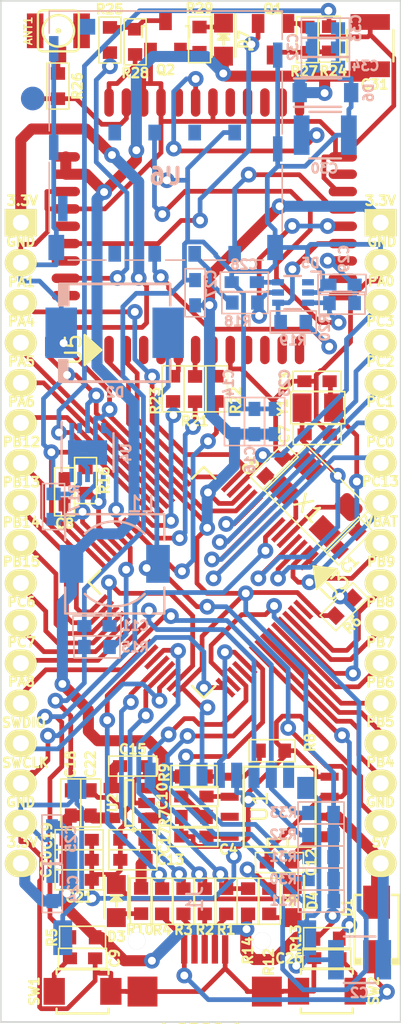
<source format=kicad_pcb>
(kicad_pcb (version 20171130) (host pcbnew "(5.1.12)-1")
  (layers (0 F.Cu signal) (31 B.Cu signal) (34 B.Paste user hide) (35 F.Paste user hide) (36 B.SilkS user hide) (37 F.SilkS user hide) (38 B.Mask user hide) (39 F.Mask user hide) (44 Edge.Cuts user))
  (net 0 "")
  (net 1 +3V3)
  (net 2 GND)
  (net 3 "Net-(C8-Pad1)")
  (net 4 "Net-(C10-Pad1)")
  (net 5 "Net-(C11-Pad1)")
  (net 6 VDD)
  (net 7 SIM800C_VDD)
  (net 8 SIM800C_DATA)
  (net 9 +5V)
  (net 10 "Net-(CONN1-Pad1)")
  (net 11 "Net-(CONN1-Pad2)")
  (net 12 "Net-(CONN1-Pad3)")
  (net 13 "Net-(CONN1-Pad4)")
  (net 14 "Net-(D4-Pad2)")
  (net 15 SIM800C_CLK)
  (net 16 SIM800C_RST)
  (net 17 PC10_SDIO_D2)
  (net 18 PC11_SDIO_D3)
  (net 19 PD2_SDIO_CMD)
  (net 20 PC12_SDIO_CK)
  (net 21 PC8_SDIO_D0)
  (net 22 PC9_SDIO_D1)
  (net 23 "Net-(Q1-Pad3)")
  (net 24 SIM800C_PWRKEY)
  (net 25 "Net-(Q2-Pad3)")
  (net 26 PA10_ID)
  (net 27 PA12_DP)
  (net 28 PA11_DM)
  (net 29 PA9_VBUS)
  (net 30 PA15_LED)
  (net 31 PB3_BUTTON)
  (net 32 SIM800C_DTR)
  (net 33 SIM800C_RI)
  (net 34 SIM800C_DCD)
  (net 35 SIM800C_NETLIGHT)
  (net 36 PA7_PWRKEY)
  (net 37 GSM_ANT)
  (net 38 "Net-(ANT1-Pad1)")
  (net 39 SIM800C_RXD)
  (net 40 SIM800C_TXD)
  (net 41 /RST)
  (net 42 VBAT)
  (net 43 "Net-(C12-Pad2)")
  (net 44 "Net-(C1-Pad2)")
  (net 45 "Net-(C3-Pad1)")
  (net 46 "Net-(C4-Pad1)")
  (net 47 "Net-(C6-Pad1)")
  (net 48 "Net-(C7-Pad1)")
  (net 49 "Net-(C10-Pad2)")
  (net 50 "Net-(C12-Pad1)")
  (net 51 "Net-(C30-Pad1)")
  (net 52 "Net-(D3-Pad2)")
  (net 53 "Net-(D5-Pad3)")
  (net 54 "Net-(D7-Pad1)")
  (net 55 "Net-(Q2-Pad2)")
  (net 56 "Net-(R6-Pad2)")
  (net 57 "Net-(R8-Pad1)")
  (net 58 "Net-(R18-Pad1)")
  (net 59 "Net-(R19-Pad1)")
  (net 60 "Net-(R21-Pad2)")
  (net 61 "Net-(R22-Pad2)")
  (net 62 "Net-(R23-Pad2)")
  (net 63 "Net-(C15-Pad1)")
  (net 64 PB1)
  (net 65 "Net-(C28-Pad1)")
  (net 66 PB10_SCL)
  (net 67 PB11_SDA)
  (net 68 "Net-(R15-Pad1)")
  (net 69 PA1)
  (net 70 PA4)
  (net 71 PA5)
  (net 72 PA6)
  (net 73 PB12)
  (net 74 PB13)
  (net 75 PB14)
  (net 76 PB15)
  (net 77 PA8)
  (net 78 PA13_SWDIO)
  (net 79 PA14_SWCLK)
  (net 80 PA0)
  (net 81 PC3)
  (net 82 PC2)
  (net 83 PC1)
  (net 84 PC0)
  (net 85 PC13)
  (net 86 PB9)
  (net 87 PB8)
  (net 88 PB7)
  (net 89 PB6)
  (net 90 PB5)
  (net 91 PB4)
  (net 92 PC6)
  (net 93 PC7)
  (module lib:115I-AEAA (layer B.Cu) (at 158.815 80.315 90)
    (fp_text reference U6 (at 4.515 -0.015) (layer B.SilkS) (effects (font (thickness 0.25)) (justify mirror)))
    (fp_text value "SIM HOLD - PPSS-6P" hide)
    (pad 5 smd rect (at 0 6.95 90) (size 1.6 1) (layers B.Cu B.Paste B.Mask) (net 2 GND))
    (pad 5 smd rect (at 0 -6.95 90) (size 1.6 1) (layers B.Cu B.Paste B.Mask) (net 2 GND))
    (pad 5 smd rect (at 7.29 4.38 90) (size 1 0.8) (layers B.Cu B.Paste B.Mask) (net 2 GND))
    (pad 7 smd rect (at 7.29 -0.7 90) (size 1 0.8) (layers B.Cu B.Paste B.Mask) (net 53 "Net-(D5-Pad3)"))
    (pad 8 smd rect (at 7.29 -3.24 90) (size 1 0.8) (layers B.Cu B.Paste B.Mask))
    (pad 3 smd rect (at -0.4 -0.7 90) (size 1 0.8) (layers B.Cu B.Paste B.Mask) (net 59 "Net-(R19-Pad1)"))
    (pad 6 smd rect (at 7.29 1.84 90) (size 1 0.8) (layers B.Cu B.Paste B.Mask))
    (pad 2 smd rect (at -0.4 1.84 90) (size 1 0.8) (layers B.Cu B.Paste B.Mask) (net 58 "Net-(R18-Pad1)"))
    (pad 1 smd rect (at -0.4 4.38 90) (size 1 0.8) (layers B.Cu B.Paste B.Mask) (net 7 SIM800C_VDD))
    (pad 4 smd rect (at -0.4 -3.24 90) (size 1 0.8) (layers B.Cu B.Paste B.Mask))
    (pad 5 smd rect (at 6.25 7.115 90) (size 1.6 0.6) (layers B.Cu B.Paste B.Mask) (net 2 GND))
    (pad 5 smd rect (at 12.2 7.115 90) (size 1.6 0.6) (layers B.Cu B.Paste B.Mask) (net 2 GND))
    (pad 5 smd rect (at 6.35 -7.115 90) (size 1.6 0.6) (layers B.Cu B.Paste B.Mask) (net 2 GND))
    (pad 5 smd rect (at 12.61 -7.115 90) (size 1.6 0.6) (layers B.Cu B.Paste B.Mask) (net 2 GND))
    (pad 11 smd rect (at 14 -4.98 90) (size 1 1) (layers B.Cu B.Paste B.Mask))
    (pad 10 smd rect (at 2.47 -6.54 90) (size 1.6 0.6) (layers B.Cu B.Paste B.Mask))
  )
  (module lib:C_0603 (layer F.Cu) (at 152.387 95.8088 90)
    (fp_text reference C8 (at -2.0212 0.0027) (layer F.SilkS) (effects (font (size 0.6 0.6))))
    (fp_text value 2.2uF hide)
    (pad 1 smd rect (at -0.799999 0 90) (size 0.9 0.75) (layers F.Cu F.Paste F.Mask) (net 3 "Net-(C8-Pad1)"))
    (pad 2 smd rect (at 0.799999 0 90) (size 0.9 0.75) (layers F.Cu F.Paste F.Mask))
  )
  (module lib:point_test (layer F.Cu) (at 150.368 70.866)
    (fp_text reference P3 hide)
    (fp_text value "Chip anten" hide)
    (pad 1 thru_hole circle (at 0 0) (size 1.5 1.5) (drill 0.0001) (layers *.Cu F.Mask) (net 37 GSM_ANT))
  )
  (module Pin_Headers:Pin_Header_Straight_1x17 (layer F.Cu) (at 172.466 78.74)
    (fp_text reference P2 hide)
    (fp_text value CONN_01X17 hide)
    (pad 1 thru_hole rect (at 0 0) (size 2.032 1.7272) (drill 1.016) (layers *.Cu *.Mask F.SilkS) (net 1 +3V3))
    (pad 2 thru_hole oval (at 0 2.54) (size 2.032 1.7272) (drill 1.016) (layers *.Cu *.Mask F.SilkS) (net 2 GND))
    (pad 3 thru_hole oval (at 0 5.08) (size 2.032 1.7272) (drill 1.016) (layers *.Cu *.Mask F.SilkS) (net 80 PA0))
    (pad 4 thru_hole oval (at 0 7.62) (size 2.032 1.7272) (drill 1.016) (layers *.Cu *.Mask F.SilkS) (net 81 PC3))
    (pad 5 thru_hole oval (at 0 10.16) (size 2.032 1.7272) (drill 1.016) (layers *.Cu *.Mask F.SilkS) (net 82 PC2))
    (pad 6 thru_hole oval (at 0 12.7) (size 2.032 1.7272) (drill 1.016) (layers *.Cu *.Mask F.SilkS) (net 83 PC1))
    (pad 7 thru_hole oval (at 0 15.24) (size 2.032 1.7272) (drill 1.016) (layers *.Cu *.Mask F.SilkS) (net 84 PC0))
    (pad 8 thru_hole oval (at 0 17.78) (size 2.032 1.7272) (drill 1.016) (layers *.Cu *.Mask F.SilkS) (net 85 PC13))
    (pad 9 thru_hole oval (at 0 20.32) (size 2.032 1.7272) (drill 1.016) (layers *.Cu *.Mask F.SilkS) (net 42 VBAT))
    (pad 10 thru_hole oval (at 0 22.86) (size 2.032 1.7272) (drill 1.016) (layers *.Cu *.Mask F.SilkS) (net 86 PB9))
    (pad 11 thru_hole oval (at 0 25.4) (size 2.032 1.7272) (drill 1.016) (layers *.Cu *.Mask F.SilkS) (net 87 PB8))
    (pad 12 thru_hole oval (at 0 27.94) (size 2.032 1.7272) (drill 1.016) (layers *.Cu *.Mask F.SilkS) (net 88 PB7))
    (pad 13 thru_hole oval (at 0 30.48) (size 2.032 1.7272) (drill 1.016) (layers *.Cu *.Mask F.SilkS) (net 89 PB6))
    (pad 14 thru_hole oval (at 0 33.02) (size 2.032 1.7272) (drill 1.016) (layers *.Cu *.Mask F.SilkS) (net 90 PB5))
    (pad 15 thru_hole oval (at 0 35.56) (size 2.032 1.7272) (drill 1.016) (layers *.Cu *.Mask F.SilkS) (net 91 PB4))
    (pad 16 thru_hole oval (at 0 38.1) (size 2.032 1.7272) (drill 1.016) (layers *.Cu *.Mask F.SilkS) (net 2 GND))
    (pad 17 thru_hole oval (at 0 40.64) (size 2.032 1.7272) (drill 1.016) (layers *.Cu *.Mask F.SilkS) (net 9 +5V))
  )
  (module Pin_Headers:Pin_Header_Straight_1x17 (layer F.Cu) (at 149.606 78.74)
    (fp_text reference P1 hide)
    (fp_text value CONN_01X17 hide)
    (pad 1 thru_hole rect (at 0 0) (size 2.032 1.7272) (drill 1.016) (layers *.Cu *.Mask F.SilkS) (net 1 +3V3))
    (pad 2 thru_hole oval (at 0 2.54) (size 2.032 1.7272) (drill 1.016) (layers *.Cu *.Mask F.SilkS) (net 2 GND))
    (pad 3 thru_hole oval (at 0 5.08) (size 2.032 1.7272) (drill 1.016) (layers *.Cu *.Mask F.SilkS) (net 69 PA1))
    (pad 4 thru_hole oval (at 0 7.62) (size 2.032 1.7272) (drill 1.016) (layers *.Cu *.Mask F.SilkS) (net 70 PA4))
    (pad 5 thru_hole oval (at 0 10.16) (size 2.032 1.7272) (drill 1.016) (layers *.Cu *.Mask F.SilkS) (net 71 PA5))
    (pad 6 thru_hole oval (at 0 12.7) (size 2.032 1.7272) (drill 1.016) (layers *.Cu *.Mask F.SilkS) (net 72 PA6))
    (pad 7 thru_hole oval (at 0 15.24) (size 2.032 1.7272) (drill 1.016) (layers *.Cu *.Mask F.SilkS) (net 73 PB12))
    (pad 8 thru_hole oval (at 0 17.78) (size 2.032 1.7272) (drill 1.016) (layers *.Cu *.Mask F.SilkS) (net 74 PB13))
    (pad 9 thru_hole oval (at 0 20.32) (size 2.032 1.7272) (drill 1.016) (layers *.Cu *.Mask F.SilkS) (net 75 PB14))
    (pad 10 thru_hole oval (at 0 22.86) (size 2.032 1.7272) (drill 1.016) (layers *.Cu *.Mask F.SilkS) (net 76 PB15))
    (pad 11 thru_hole oval (at 0 25.4) (size 2.032 1.7272) (drill 1.016) (layers *.Cu *.Mask F.SilkS) (net 92 PC6))
    (pad 12 thru_hole oval (at 0 27.94) (size 2.032 1.7272) (drill 1.016) (layers *.Cu *.Mask F.SilkS) (net 93 PC7))
    (pad 13 thru_hole oval (at 0 30.48) (size 2.032 1.7272) (drill 1.016) (layers *.Cu *.Mask F.SilkS) (net 77 PA8))
    (pad 14 thru_hole oval (at 0 33.02) (size 2.032 1.7272) (drill 1.016) (layers *.Cu *.Mask F.SilkS) (net 78 PA13_SWDIO))
    (pad 15 thru_hole oval (at 0 35.56) (size 2.032 1.7272) (drill 1.016) (layers *.Cu *.Mask F.SilkS) (net 79 PA14_SWCLK))
    (pad 16 thru_hole oval (at 0 38.1) (size 2.032 1.7272) (drill 1.016) (layers *.Cu *.Mask F.SilkS) (net 2 GND))
    (pad 17 thru_hole oval (at 0 40.64) (size 2.032 1.7272) (drill 1.016) (layers *.Cu *.Mask F.SilkS) (net 1 +3V3))
  )
  (module lib:TQFP-64_10x10mm_Pitch0.5mm (layer F.Cu) (at 161.226 101.549 225)
    (fp_text reference U3 (at -5.715332 -6.098301 225) (layer F.SilkS))
    (fp_text value STM32F405RGTx hide)
    (pad 1 smd rect (at -5.7 -3.75 225) (size 1.5 0.3) (layers F.Cu F.Paste F.Mask) (net 42 VBAT))
    (pad 2 smd rect (at -5.7 -3.25 225) (size 1.5 0.3) (layers F.Cu F.Paste F.Mask) (net 85 PC13))
    (pad 3 smd rect (at -5.7 -2.75 225) (size 1.5 0.3) (layers F.Cu F.Paste F.Mask) (net 45 "Net-(C3-Pad1)"))
    (pad 4 smd rect (at -5.7 -2.25 225) (size 1.5 0.3) (layers F.Cu F.Paste F.Mask) (net 48 "Net-(C7-Pad1)"))
    (pad 5 smd rect (at -5.7 -1.75 225) (size 1.5 0.3) (layers F.Cu F.Paste F.Mask) (net 44 "Net-(C1-Pad2)"))
    (pad 6 smd rect (at -5.7 -1.25 225) (size 1.5 0.3) (layers F.Cu F.Paste F.Mask) (net 47 "Net-(C6-Pad1)"))
    (pad 7 smd rect (at -5.7 -0.75 225) (size 1.5 0.3) (layers F.Cu F.Paste F.Mask) (net 41 /RST))
    (pad 8 smd rect (at -5.7 -0.25 225) (size 1.5 0.3) (layers F.Cu F.Paste F.Mask) (net 84 PC0))
    (pad 9 smd rect (at -5.7 0.25 225) (size 1.5 0.3) (layers F.Cu F.Paste F.Mask) (net 83 PC1))
    (pad 10 smd rect (at -5.7 0.75 225) (size 1.5 0.3) (layers F.Cu F.Paste F.Mask) (net 82 PC2))
    (pad 11 smd rect (at -5.7 1.25 225) (size 1.5 0.3) (layers F.Cu F.Paste F.Mask) (net 81 PC3))
    (pad 12 smd rect (at -5.7 1.75 225) (size 1.5 0.3) (layers F.Cu F.Paste F.Mask) (net 2 GND))
    (pad 13 smd rect (at -5.7 2.25 225) (size 1.5 0.3) (layers F.Cu F.Paste F.Mask) (net 1 +3V3))
    (pad 14 smd rect (at -5.7 2.75 225) (size 1.5 0.3) (layers F.Cu F.Paste F.Mask) (net 80 PA0))
    (pad 15 smd rect (at -5.7 3.25 225) (size 1.5 0.3) (layers F.Cu F.Paste F.Mask) (net 69 PA1))
    (pad 16 smd rect (at -5.7 3.75 225) (size 1.5 0.3) (layers F.Cu F.Paste F.Mask) (net 39 SIM800C_RXD))
    (pad 17 smd rect (at -3.75 5.7 315) (size 1.5 0.3) (layers F.Cu F.Paste F.Mask) (net 40 SIM800C_TXD))
    (pad 18 smd rect (at -3.25 5.7 315) (size 1.5 0.3) (layers F.Cu F.Paste F.Mask) (net 2 GND))
    (pad 19 smd rect (at -2.75 5.7 315) (size 1.5 0.3) (layers F.Cu F.Paste F.Mask) (net 1 +3V3))
    (pad 20 smd rect (at -2.25 5.7 315) (size 1.5 0.3) (layers F.Cu F.Paste F.Mask) (net 70 PA4))
    (pad 21 smd rect (at -1.75 5.7 315) (size 1.5 0.3) (layers F.Cu F.Paste F.Mask) (net 71 PA5))
    (pad 22 smd rect (at -1.25 5.7 315) (size 1.5 0.3) (layers F.Cu F.Paste F.Mask) (net 72 PA6))
    (pad 23 smd rect (at -0.75 5.7 315) (size 1.5 0.3) (layers F.Cu F.Paste F.Mask) (net 36 PA7_PWRKEY))
    (pad 24 smd rect (at -0.25 5.7 315) (size 1.5 0.3) (layers F.Cu F.Paste F.Mask) (net 34 SIM800C_DCD))
    (pad 25 smd rect (at 0.25 5.7 315) (size 1.5 0.3) (layers F.Cu F.Paste F.Mask) (net 32 SIM800C_DTR))
    (pad 26 smd rect (at 0.75 5.7 315) (size 1.5 0.3) (layers F.Cu F.Paste F.Mask) (net 33 SIM800C_RI))
    (pad 27 smd rect (at 1.25 5.7 315) (size 1.5 0.3) (layers F.Cu F.Paste F.Mask) (net 64 PB1))
    (pad 28 smd rect (at 1.75 5.7 315) (size 1.5 0.3) (layers F.Cu F.Paste F.Mask) (net 68 "Net-(R15-Pad1)"))
    (pad 29 smd rect (at 2.25 5.7 315) (size 1.5 0.3) (layers F.Cu F.Paste F.Mask) (net 66 PB10_SCL))
    (pad 30 smd rect (at 2.75 5.7 315) (size 1.5 0.3) (layers F.Cu F.Paste F.Mask) (net 67 PB11_SDA))
    (pad 31 smd rect (at 3.25 5.7 315) (size 1.5 0.3) (layers F.Cu F.Paste F.Mask) (net 3 "Net-(C8-Pad1)"))
    (pad 32 smd rect (at 3.75 5.7 315) (size 1.5 0.3) (layers F.Cu F.Paste F.Mask) (net 1 +3V3))
    (pad 33 smd rect (at 5.7 3.75 225) (size 1.5 0.3) (layers F.Cu F.Paste F.Mask) (net 73 PB12))
    (pad 34 smd rect (at 5.7 3.25 225) (size 1.5 0.3) (layers F.Cu F.Paste F.Mask) (net 74 PB13))
    (pad 35 smd rect (at 5.7 2.75 225) (size 1.5 0.3) (layers F.Cu F.Paste F.Mask) (net 75 PB14))
    (pad 36 smd rect (at 5.7 2.25 225) (size 1.5 0.3) (layers F.Cu F.Paste F.Mask) (net 76 PB15))
    (pad 37 smd rect (at 5.7 1.75 225) (size 1.5 0.3) (layers F.Cu F.Paste F.Mask) (net 92 PC6))
    (pad 38 smd rect (at 5.7 1.25 225) (size 1.5 0.3) (layers F.Cu F.Paste F.Mask) (net 93 PC7))
    (pad 39 smd rect (at 5.7 0.75 225) (size 1.5 0.3) (layers F.Cu F.Paste F.Mask) (net 21 PC8_SDIO_D0))
    (pad 40 smd rect (at 5.7 0.25 225) (size 1.5 0.3) (layers F.Cu F.Paste F.Mask) (net 22 PC9_SDIO_D1))
    (pad 41 smd rect (at 5.7 -0.25 225) (size 1.5 0.3) (layers F.Cu F.Paste F.Mask) (net 77 PA8))
    (pad 42 smd rect (at 5.7 -0.75 225) (size 1.5 0.3) (layers F.Cu F.Paste F.Mask) (net 29 PA9_VBUS))
    (pad 43 smd rect (at 5.7 -1.25 225) (size 1.5 0.3) (layers F.Cu F.Paste F.Mask) (net 26 PA10_ID))
    (pad 44 smd rect (at 5.7 -1.75 225) (size 1.5 0.3) (layers F.Cu F.Paste F.Mask) (net 28 PA11_DM))
    (pad 45 smd rect (at 5.7 -2.25 225) (size 1.5 0.3) (layers F.Cu F.Paste F.Mask) (net 27 PA12_DP))
    (pad 46 smd rect (at 5.7 -2.75 225) (size 1.5 0.3) (layers F.Cu F.Paste F.Mask) (net 78 PA13_SWDIO))
    (pad 47 smd rect (at 5.7 -3.25 225) (size 1.5 0.3) (layers F.Cu F.Paste F.Mask) (net 5 "Net-(C11-Pad1)"))
    (pad 48 smd rect (at 5.7 -3.75 225) (size 1.5 0.3) (layers F.Cu F.Paste F.Mask) (net 1 +3V3))
    (pad 49 smd rect (at 3.75 -5.7 315) (size 1.5 0.3) (layers F.Cu F.Paste F.Mask) (net 79 PA14_SWCLK))
    (pad 50 smd rect (at 3.25 -5.7 315) (size 1.5 0.3) (layers F.Cu F.Paste F.Mask) (net 30 PA15_LED))
    (pad 51 smd rect (at 2.75 -5.7 315) (size 1.5 0.3) (layers F.Cu F.Paste F.Mask) (net 17 PC10_SDIO_D2))
    (pad 52 smd rect (at 2.25 -5.7 315) (size 1.5 0.3) (layers F.Cu F.Paste F.Mask) (net 18 PC11_SDIO_D3))
    (pad 53 smd rect (at 1.75 -5.7 315) (size 1.5 0.3) (layers F.Cu F.Paste F.Mask) (net 20 PC12_SDIO_CK))
    (pad 54 smd rect (at 1.25 -5.7 315) (size 1.5 0.3) (layers F.Cu F.Paste F.Mask) (net 19 PD2_SDIO_CMD))
    (pad 55 smd rect (at 0.75 -5.7 315) (size 1.5 0.3) (layers F.Cu F.Paste F.Mask) (net 31 PB3_BUTTON))
    (pad 56 smd rect (at 0.25 -5.7 315) (size 1.5 0.3) (layers F.Cu F.Paste F.Mask) (net 91 PB4))
    (pad 57 smd rect (at -0.25 -5.7 315) (size 1.5 0.3) (layers F.Cu F.Paste F.Mask) (net 90 PB5))
    (pad 58 smd rect (at -0.75 -5.7 315) (size 1.5 0.3) (layers F.Cu F.Paste F.Mask) (net 89 PB6))
    (pad 59 smd rect (at -1.25 -5.7 315) (size 1.5 0.3) (layers F.Cu F.Paste F.Mask) (net 88 PB7))
    (pad 60 smd rect (at -1.75 -5.7 315) (size 1.5 0.3) (layers F.Cu F.Paste F.Mask) (net 56 "Net-(R6-Pad2)"))
    (pad 61 smd rect (at -2.25 -5.7 315) (size 1.5 0.3) (layers F.Cu F.Paste F.Mask) (net 87 PB8))
    (pad 62 smd rect (at -2.75 -5.7 315) (size 1.5 0.3) (layers F.Cu F.Paste F.Mask) (net 86 PB9))
    (pad 63 smd rect (at -3.25 -5.7 315) (size 1.5 0.3) (layers F.Cu F.Paste F.Mask))
    (pad 64 smd rect (at -3.75 -5.7 315) (size 1.5 0.3) (layers F.Cu F.Paste F.Mask) (net 1 +3V3))
  )
  (module lib:Crystal_SMD_5032_4Pads (layer F.Cu) (at 168.402 96.266 135)
    (fp_text reference X1 (at -0.072125 -0.796202 135) (layer F.SilkS))
    (fp_text value CRYSTAL-24M hide)
    (pad 2 smd rect (at -1.8 -1.075 135) (size 1.6 1.3) (layers F.Cu F.Paste F.Mask))
    (pad 3 smd rect (at 1.8 -1.075 135) (size 1.6 1.3) (layers F.Cu F.Paste F.Mask) (net 47 "Net-(C6-Pad1)"))
    (pad 4 smd rect (at 1.8 1.075 135) (size 1.6 1.3) (layers F.Cu F.Paste F.Mask) (net 2 GND))
    (pad 1 smd roundrect (at -1.8 1.075 135) (size 1.6 1.3) (layers F.Cu F.Paste F.Mask) (net 44 "Net-(C1-Pad2)"))
  )
  (module lib:MicroSD_Push-Push-A (layer B.Cu) (at 160.022 113.792 270)
    (fp_text reference J1 (at 7.858 -0.638 270) (layer B.SilkS) (effects (justify mirror)))
    (fp_text value "MICRO_SD_HINGE - Micro SD socket Push-Push A" hide)
    (pad 3 smd rect (at 0 0 270) (size 1.6 0.7) (layers B.Cu B.Paste B.Mask) (net 19 PD2_SDIO_CMD))
    (pad 4 smd rect (at 0 -1.1 270) (size 1.6 0.7) (layers B.Cu B.Paste B.Mask) (net 1 +3V3))
    (pad 5 smd rect (at 0 -2.2 270) (size 1.6 0.7) (layers B.Cu B.Paste B.Mask) (net 20 PC12_SDIO_CK))
    (pad 6 smd rect (at 0 -3.3 270) (size 1.6 0.7) (layers B.Cu B.Paste B.Mask) (net 2 GND))
    (pad 7 smd rect (at 0 -4.4 270) (size 1.6 0.7) (layers B.Cu B.Paste B.Mask) (net 21 PC8_SDIO_D0))
    (pad 8 smd rect (at 0 -5.5 270) (size 1.6 0.7) (layers B.Cu B.Paste B.Mask) (net 22 PC9_SDIO_D1))
    (pad 9 smd rect (at 0 -6.6 270) (size 1.6 0.7) (layers B.Cu B.Paste B.Mask))
    (pad 1 smd rect (at 0 2.2 270) (size 1.6 0.7) (layers B.Cu B.Paste B.Mask) (net 17 PC10_SDIO_D2))
    (pad 2 smd rect (at 0 1.1 270) (size 1.6 0.7) (layers B.Cu B.Paste B.Mask) (net 18 PC11_SDIO_D3))
    (pad 10 smd rect (at 0.8 -7.75 270) (size 1.4 1.2) (layers B.Cu B.Paste B.Mask) (net 2 GND))
    (pad 12 smd rect (at 0.8 6.85 270) (size 1.4 1.2) (layers B.Cu B.Paste B.Mask) (net 2 GND))
    (pad 11 smd rect (at 10.3 -7.75 270) (size 2.2 1.2) (layers B.Cu B.Paste B.Mask) (net 2 GND))
    (pad 11 smd rect (at 10.3 7.75 270) (size 2.2 1.2) (layers B.Cu B.Paste B.Mask) (net 2 GND))
    (pad "" thru_hole circle (at 10.5 3.05 270) (size 1.1 1.1) (drill 1.1) (layers *.Cu *.Mask))
    (pad "" thru_hole circle (at 10.5 -4.93 270) (size 1.1 1.1) (drill 1.1) (layers *.Cu *.Mask))
  )
  (module Choke_SMD:Choke_SMD_6.3x6.3_H3 (layer B.Cu) (at 155.575 100.381 180)
    (fp_text reference L1 (at -1.675 3.7908 180) (layer B.SilkS) (effects (justify mirror)))
    (fp_text value 4.7uH-2.2A hide)
    (pad 1 smd rect (at -2.75 0 180) (size 1.5 2.4) (layers B.Cu B.Paste B.Mask) (net 50 "Net-(C12-Pad1)"))
    (pad 2 smd rect (at 2.75 0 180) (size 1.5 2.4) (layers B.Cu B.Paste B.Mask) (net 6 VDD))
  )
  (module Housings_DFN_QFN:DFN-10-1EP_3x3mm_Pitch0.5mm (layer B.Cu) (at 153.848 93.3196 270)
    (fp_text reference U4 (at 0.0204 -2.4522 270) (layer B.SilkS) (effects (font (size 0.6 0.6)) (justify mirror)))
    (fp_text value MMA7660 hide)
    (pad 1 smd rect (at -1.55 1 270) (size 0.65 0.3) (layers B.Cu B.Paste B.Mask) (net 2 GND))
    (pad 2 smd rect (at -1.55 0.5 270) (size 0.65 0.3) (layers B.Cu B.Paste B.Mask))
    (pad 3 smd rect (at -1.55 0 270) (size 0.65 0.3) (layers B.Cu B.Paste B.Mask) (net 1 +3V3))
    (pad 4 smd rect (at -1.55 -0.5 270) (size 0.65 0.3) (layers B.Cu B.Paste B.Mask) (net 2 GND))
    (pad 5 smd rect (at -1.55 -1 270) (size 0.65 0.3) (layers B.Cu B.Paste B.Mask) (net 64 PB1))
    (pad 6 smd rect (at 1.55 -1 270) (size 0.65 0.3) (layers B.Cu B.Paste B.Mask) (net 66 PB10_SCL))
    (pad 7 smd rect (at 1.55 -0.5 270) (size 0.65 0.3) (layers B.Cu B.Paste B.Mask) (net 67 PB11_SDA))
    (pad 8 smd rect (at 1.55 0 270) (size 0.65 0.3) (layers B.Cu B.Paste B.Mask) (net 2 GND))
    (pad 9 smd rect (at 1.55 0.5 270) (size 0.65 0.3) (layers B.Cu B.Paste B.Mask) (net 1 +3V3))
    (pad 10 smd rect (at 1.55 1 270) (size 0.65 0.3) (layers B.Cu B.Paste B.Mask) (net 2 GND))
    (pad 11 smd rect (at 0.3875 -0.62 270) (size 0.775 1.24) (layers B.Cu B.Paste B.Mask) (net 2 GND))
    (pad 11 smd rect (at 0.3875 0.62 270) (size 0.775 1.24) (layers B.Cu B.Paste B.Mask) (net 2 GND))
    (pad 11 smd rect (at -0.3875 -0.62 270) (size 0.775 1.24) (layers B.Cu B.Paste B.Mask) (net 2 GND))
    (pad 11 smd rect (at -0.3875 0.62 270) (size 0.775 1.24) (layers B.Cu B.Paste B.Mask) (net 2 GND))
  )
  (module lib:coaxial_u.fl-r-smt-1 (layer F.Cu) (at 151.994 66.5734)
    (fp_text reference ANT1 (at -1.9186 0.0016 90) (layer F.SilkS) (effects (font (size 0.5 0.5) (thickness 0.1))))
    (fp_text value ANTENNA hide)
    (pad 2 smd rect (at -1.475 0) (size 1.05 2.2) (layers F.Cu F.Paste F.Mask))
    (pad 2 smd rect (at 1.475 0) (size 1.05 2.2) (layers F.Cu F.Paste F.Mask))
    (pad 1 smd rect (at 0 1.525) (size 1 1.05) (layers F.Cu F.Paste F.Mask) (net 38 "Net-(ANT1-Pad1)"))
  )
  (module lib:C_0603 (layer F.Cu) (at 170.434 98.933 45)
    (fp_text reference C1 (at -1.018941 1.112279 225) (layer F.SilkS) (effects (font (size 0.6 0.6))))
    (fp_text value 10pF hide)
    (pad 1 smd rect (at -0.799999 0 45) (size 0.9 0.75) (layers F.Cu F.Paste F.Mask))
    (pad 2 smd rect (at 0.799999 0 45) (size 0.9 0.75) (layers F.Cu F.Paste F.Mask) (net 44 "Net-(C1-Pad2)"))
  )
  (module Capacitors_SMD:C_1210 (layer B.Cu) (at 171.132 125.489 180)
    (fp_text reference C2 (at 0.0225 -2.1013 180) (layer B.SilkS) (effects (font (size 0.6 0.6)) (justify mirror)))
    (fp_text value 10uF/35V hide)
    (pad 1 smd rect (at -1.5 0 180) (size 1 2.5) (layers B.Cu B.Paste B.Mask) (net 9 +5V))
    (pad 2 smd rect (at 1.5 0 180) (size 1 2.5) (layers B.Cu B.Paste B.Mask) (net 2 GND))
  )
  (module lib:C_0603 (layer F.Cu) (at 168.427 88.7984 180)
    (fp_text reference C3 (at 2.0174 0.0184 90) (layer F.SilkS) (effects (font (size 0.6 0.6))))
    (fp_text value 15pF hide)
    (pad 1 smd rect (at -0.799999 0 180) (size 0.9 0.75) (layers F.Cu F.Paste F.Mask) (net 45 "Net-(C3-Pad1)"))
    (pad 2 smd rect (at 0.799999 0 180) (size 0.9 0.75) (layers F.Cu F.Paste F.Mask) (net 2 GND))
  )
  (module lib:C_0603 (layer F.Cu) (at 160.604 117.678 180)
    (fp_text reference C4 (at -2.1958 -0.8218 180) (layer F.SilkS) (effects (font (size 0.6 0.6))))
    (fp_text value 0.1uF hide)
    (pad 1 smd rect (at -0.799999 0 180) (size 0.9 0.75) (layers F.Cu F.Paste F.Mask) (net 46 "Net-(C4-Pad1)"))
    (pad 2 smd rect (at 0.799999 0 180) (size 0.9 0.75) (layers F.Cu F.Paste F.Mask) (net 2 GND))
  )
  (module lib:C_0603 (layer F.Cu) (at 165.71 94.234 45)
    (fp_text reference C6 (at -1.050478 -1.084419 225) (layer F.SilkS) (effects (font (size 0.6 0.6))))
    (fp_text value 10pF hide)
    (pad 1 smd rect (at -0.799999 0 45) (size 0.9 0.75) (layers F.Cu F.Paste F.Mask) (net 47 "Net-(C6-Pad1)"))
    (pad 2 smd rect (at 0.799999 0 45) (size 0.9 0.75) (layers F.Cu F.Paste F.Mask) (net 2 GND))
  )
  (module lib:C_0603 (layer F.Cu) (at 168.44 92.1766)
    (fp_text reference C7 (at -2.0901 -0.0266 -90) (layer F.SilkS) (effects (font (size 0.6 0.6))))
    (fp_text value 15pF hide)
    (pad 1 smd rect (at -0.799999 0) (size 0.9 0.75) (layers F.Cu F.Paste F.Mask) (net 48 "Net-(C7-Pad1)"))
    (pad 2 smd rect (at 0.799999 0) (size 0.9 0.75) (layers F.Cu F.Paste F.Mask) (net 2 GND))
  )
  (module lib:C_0603 (layer F.Cu) (at 153.53 125.4)
    (fp_text reference C9 (at 2.0397 0.0002 270) (layer F.SilkS) (effects (font (size 0.6 0.6))))
    (fp_text value 100nF hide)
    (pad 1 smd rect (at -0.799999 0) (size 0.9 0.75) (layers F.Cu F.Paste F.Mask) (net 41 /RST))
    (pad 2 smd rect (at 0.799999 0) (size 0.9 0.75) (layers F.Cu F.Paste F.Mask) (net 2 GND))
  )
  (module lib:C_0603 (layer F.Cu) (at 160.604 115.138 180)
    (fp_text reference C10 (at 2.0042 0.0282 90) (layer F.SilkS) (effects (font (size 0.6 0.6))))
    (fp_text value 4.7nF hide)
    (pad 1 smd rect (at -0.799999 0 180) (size 0.9 0.75) (layers F.Cu F.Paste F.Mask) (net 4 "Net-(C10-Pad1)"))
    (pad 2 smd rect (at 0.799999 0 180) (size 0.9 0.75) (layers F.Cu F.Paste F.Mask) (net 49 "Net-(C10-Pad2)"))
  )
  (module lib:C_0603 (layer B.Cu) (at 154.445 104.318 180)
    (fp_text reference C11 (at -2.4353 0.0178) (layer B.SilkS) (effects (font (size 0.6 0.6)) (justify mirror)))
    (fp_text value 2.2uF hide)
    (pad 1 smd rect (at -0.799999 0 180) (size 0.9 0.75) (layers B.Cu B.Paste B.Mask) (net 5 "Net-(C11-Pad1)"))
    (pad 2 smd rect (at 0.799999 0 180) (size 0.9 0.75) (layers B.Cu B.Paste B.Mask) (net 2 GND))
  )
  (module lib:C_0603 (layer F.Cu) (at 166.04 119.329)
    (fp_text reference C12 (at 2.0202 -0.0092 -90) (layer F.SilkS) (effects (font (size 0.6 0.6))))
    (fp_text value 10nF hide)
    (pad 1 smd rect (at -0.799999 0) (size 0.9 0.75) (layers F.Cu F.Paste F.Mask) (net 50 "Net-(C12-Pad1)"))
    (pad 2 smd rect (at 0.799999 0) (size 0.9 0.75) (layers F.Cu F.Paste F.Mask) (net 43 "Net-(C12-Pad2)"))
  )
  (module lib:C_0603 (layer F.Cu) (at 156.731 119.151 180)
    (fp_text reference C13 (at -2.3893 0.0014) (layer F.SilkS) (effects (font (size 0.6 0.6))))
    (fp_text value 47uF hide)
    (pad 1 smd rect (at -0.799999 0 180) (size 0.9 0.75) (layers F.Cu F.Paste F.Mask) (net 6 VDD))
    (pad 2 smd rect (at 0.799999 0 180) (size 0.9 0.75) (layers F.Cu F.Paste F.Mask) (net 2 GND))
  )
  (module lib:C_0603 (layer B.Cu) (at 163.182 91.354 90)
    (fp_text reference C14 (at 2.45398 -0.3683 270) (layer B.SilkS) (effects (font (size 0.6 0.6)) (justify mirror)))
    (fp_text value 4.7uF hide)
    (pad 1 smd rect (at -0.799999 0 90) (size 0.9 0.75) (layers B.Cu B.Paste B.Mask) (net 1 +3V3))
    (pad 2 smd rect (at 0.799999 0 90) (size 0.9 0.75) (layers B.Cu B.Paste B.Mask) (net 2 GND))
  )
  (module lib:C_0603 (layer F.Cu) (at 156.718 113.208)
    (fp_text reference C15 (at 0.002 -1.0678 180) (layer F.SilkS) (effects (font (size 0.6 0.6))))
    (fp_text value 10nF hide)
    (pad 1 smd rect (at -0.799999 0) (size 0.9 0.75) (layers F.Cu F.Paste F.Mask) (net 63 "Net-(C15-Pad1)"))
    (pad 2 smd rect (at 0.799999 0) (size 0.9 0.75) (layers F.Cu F.Paste F.Mask) (net 2 GND))
  )
  (module lib:C_0603 (layer B.Cu) (at 164.452 91.354 90)
    (fp_text reference C16 (at -2.42602 -0.2723 270) (layer B.SilkS) (effects (font (size 0.6 0.6)) (justify mirror)))
    (fp_text value 4.7uF hide)
    (pad 1 smd rect (at -0.799999 0 90) (size 0.9 0.75) (layers B.Cu B.Paste B.Mask) (net 1 +3V3))
    (pad 2 smd rect (at 0.799999 0 90) (size 0.9 0.75) (layers B.Cu B.Paste B.Mask) (net 2 GND))
  )
  (module lib:C_0603 (layer F.Cu) (at 156.731 117.881 180)
    (fp_text reference C17 (at -1.9993 -0.0386 90) (layer F.SilkS) (effects (font (size 0.6 0.6))))
    (fp_text value 10uF hide)
    (pad 1 smd rect (at -0.799999 0 180) (size 0.9 0.75) (layers F.Cu F.Paste F.Mask) (net 6 VDD))
    (pad 2 smd rect (at 0.799999 0 180) (size 0.9 0.75) (layers F.Cu F.Paste F.Mask) (net 2 GND))
  )
  (module lib:C_0603 (layer F.Cu) (at 152.781 115.545 90)
    (fp_text reference C18 (at 2.4446 -0.021 270) (layer F.SilkS) (effects (font (size 0.6 0.6))))
    (fp_text value 100nF hide)
    (pad 1 smd rect (at -0.799999 0 90) (size 0.9 0.75) (layers F.Cu F.Paste F.Mask) (net 1 +3V3))
    (pad 2 smd rect (at 0.799999 0 90) (size 0.9 0.75) (layers F.Cu F.Paste F.Mask) (net 2 GND))
  )
  (module lib:C_0603 (layer F.Cu) (at 153.314 117.881)
    (fp_text reference C19 (at -2.0444 -0.2414 -90) (layer F.SilkS) (effects (font (size 0.6 0.6))))
    (fp_text value 100nF hide)
    (pad 1 smd rect (at -0.799999 0) (size 0.9 0.75) (layers F.Cu F.Paste F.Mask) (net 1 +3V3))
    (pad 2 smd rect (at 0.799999 0) (size 0.9 0.75) (layers F.Cu F.Paste F.Mask) (net 2 GND))
  )
  (module lib:C_0603 (layer F.Cu) (at 153.314 119.151)
    (fp_text reference C20 (at -2.0844 0.2786 -90) (layer F.SilkS) (effects (font (size 0.6 0.6))))
    (fp_text value 100nF hide)
    (pad 1 smd rect (at -0.799999 0) (size 0.9 0.75) (layers F.Cu F.Paste F.Mask) (net 1 +3V3))
    (pad 2 smd rect (at 0.799999 0) (size 0.9 0.75) (layers F.Cu F.Paste F.Mask) (net 2 GND))
  )
  (module lib:C_0603 (layer F.Cu) (at 153.314 120.421)
    (fp_text reference C21 (at -0.0044 1.1186 -180) (layer F.SilkS) (effects (font (size 0.6 0.6))))
    (fp_text value 100nF hide)
    (pad 1 smd rect (at -0.799999 0) (size 0.9 0.75) (layers F.Cu F.Paste F.Mask) (net 1 +3V3))
    (pad 2 smd rect (at 0.799999 0) (size 0.9 0.75) (layers F.Cu F.Paste F.Mask) (net 2 GND))
  )
  (module lib:C_0603 (layer F.Cu) (at 154.051 115.545 90)
    (fp_text reference C22 (at 2.4446 -0.011 -90) (layer F.SilkS) (effects (font (size 0.6 0.6))))
    (fp_text value 10uF hide)
    (pad 1 smd rect (at -0.799999 0 90) (size 0.9 0.75) (layers F.Cu F.Paste F.Mask) (net 1 +3V3))
    (pad 2 smd rect (at 0.799999 0 90) (size 0.9 0.75) (layers F.Cu F.Paste F.Mask) (net 2 GND))
  )
  (module lib:C_0603 (layer B.Cu) (at 165.735 91.354 90)
    (fp_text reference C23 (at 2.45398 0.635 270) (layer B.SilkS) (effects (font (size 0.6 0.6)) (justify mirror)))
    (fp_text value 100nF hide)
    (pad 1 smd rect (at -0.799999 0 90) (size 0.9 0.75) (layers B.Cu B.Paste B.Mask) (net 1 +3V3))
    (pad 2 smd rect (at 0.799999 0 90) (size 0.9 0.75) (layers B.Cu B.Paste B.Mask) (net 2 GND))
  )
  (module lib:C_0603 (layer B.Cu) (at 151.613 120.968 90)
    (fp_text reference C24 (at -0.0225 1.3174 270) (layer B.SilkS) (effects (font (size 0.6 0.6)) (justify mirror)))
    (fp_text value 4.7uF hide)
    (pad 1 smd rect (at -0.799999 0 90) (size 0.9 0.75) (layers B.Cu B.Paste B.Mask) (net 1 +3V3))
    (pad 2 smd rect (at 0.799999 0 90) (size 0.9 0.75) (layers B.Cu B.Paste B.Mask) (net 2 GND))
  )
  (module lib:C_0603 (layer B.Cu) (at 151.587 117.831 270)
    (fp_text reference C25 (at -0.0106 -1.2028 90) (layer B.SilkS) (effects (font (size 0.6 0.6)) (justify mirror)))
    (fp_text value 100nF hide)
    (pad 1 smd rect (at -0.799999 0 270) (size 0.9 0.75) (layers B.Cu B.Paste B.Mask) (net 1 +3V3))
    (pad 2 smd rect (at 0.799999 0 270) (size 0.9 0.75) (layers B.Cu B.Paste B.Mask) (net 2 GND))
  )
  (module lib:C_0603 (layer F.Cu) (at 169.05 125.387 180)
    (fp_text reference C26 (at 2.3897 -0.0129) (layer F.SilkS) (effects (font (size 0.6 0.6))))
    (fp_text value 100nF hide)
    (pad 1 smd rect (at -0.799999 0 180) (size 0.9 0.75) (layers F.Cu F.Paste F.Mask) (net 31 PB3_BUTTON))
    (pad 2 smd rect (at 0.799999 0 180) (size 0.9 0.75) (layers F.Cu F.Paste F.Mask) (net 2 GND))
  )
  (module lib:C_0603 (layer B.Cu) (at 160.68 83.185 90)
    (fp_text reference C27 (at 0.585 1.0196 -90) (layer B.SilkS) (effects (font (size 0.6 0.6)) (justify mirror)))
    (fp_text value 100nF hide)
    (pad 1 smd rect (at -0.799999 0 90) (size 0.9 0.75) (layers B.Cu B.Paste B.Mask) (net 1 +3V3))
    (pad 2 smd rect (at 0.799999 0 90) (size 0.9 0.75) (layers B.Cu B.Paste B.Mask) (net 2 GND))
  )
  (module lib:C_0603 (layer B.Cu) (at 163.805 82.5119 180)
    (fp_text reference C28 (at 0.0046 1.1119) (layer B.SilkS) (effects (font (size 0.6 0.6)) (justify mirror)))
    (fp_text value 100nF hide)
    (pad 1 smd rect (at -0.799999 0 180) (size 0.9 0.75) (layers B.Cu B.Paste B.Mask) (net 65 "Net-(C28-Pad1)"))
    (pad 2 smd rect (at 0.799999 0 180) (size 0.9 0.75) (layers B.Cu B.Paste B.Mask) (net 2 GND))
  )
  (module lib:C_0603 (layer B.Cu) (at 170.015 82.6643 180)
    (fp_text reference C29 (at -0.127 1.6383 90) (layer B.SilkS) (effects (font (size 0.6 0.6)) (justify mirror)))
    (fp_text value 22pF hide)
    (pad 1 smd rect (at -0.799999 0 180) (size 0.9 0.75) (layers B.Cu B.Paste B.Mask) (net 8 SIM800C_DATA))
    (pad 2 smd rect (at 0.799999 0 180) (size 0.9 0.75) (layers B.Cu B.Paste B.Mask) (net 2 GND))
  )
  (module Capacitors_SMD:C_1210 (layer B.Cu) (at 168.948 73.1901)
    (fp_text reference C30 (at -0.0481 2.1099) (layer B.SilkS) (effects (font (size 0.6 0.6)) (justify mirror)))
    (fp_text value 100uF hide)
    (pad 1 smd rect (at -1.5 0) (size 1 2.5) (layers B.Cu B.Paste B.Mask) (net 51 "Net-(C30-Pad1)"))
    (pad 2 smd rect (at 1.5 0) (size 1 2.5) (layers B.Cu B.Paste B.Mask) (net 2 GND))
  )
  (module Capacitors_SMD:C_1210 (layer F.Cu) (at 171.806 67.5132 90)
    (fp_text reference C31 (at -2.4618 0.2694 180) (layer F.SilkS) (effects (font (size 0.6 0.6))))
    (fp_text value 100uF hide)
    (pad 1 smd rect (at -1.5 0 90) (size 1 2.5) (layers F.Cu F.Paste F.Mask) (net 6 VDD))
    (pad 2 smd rect (at 1.5 0 90) (size 1 2.5) (layers F.Cu F.Paste F.Mask) (net 2 GND))
  )
  (module lib:C_0603 (layer B.Cu) (at 168.961 67.624)
    (fp_text reference C32 (at -2.0608 -0.024036 270) (layer B.SilkS) (effects (font (size 0.6 0.6)) (justify mirror)))
    (fp_text value 10uF hide)
    (pad 1 smd rect (at -0.799999 0) (size 0.9 0.75) (layers B.Cu B.Paste B.Mask) (net 6 VDD))
    (pad 2 smd rect (at 0.799999 0) (size 0.9 0.75) (layers B.Cu B.Paste B.Mask) (net 2 GND))
  )
  (module lib:C_0603 (layer B.Cu) (at 168.961 66.4048)
    (fp_text reference C33 (at 1.9392 -0.004836 270) (layer B.SilkS) (effects (font (size 0.6 0.6)) (justify mirror)))
    (fp_text value 33pF hide)
    (pad 1 smd rect (at -0.799999 0) (size 0.9 0.75) (layers B.Cu B.Paste B.Mask) (net 6 VDD))
    (pad 2 smd rect (at 0.799999 0) (size 0.9 0.75) (layers B.Cu B.Paste B.Mask) (net 2 GND))
  )
  (module lib:C_0603 (layer B.Cu) (at 168.961 68.8432)
    (fp_text reference C34 (at 2.5392 -0.043236 180) (layer B.SilkS) (effects (font (size 0.6 0.6)) (justify mirror)))
    (fp_text value 10pF hide)
    (pad 1 smd rect (at -0.799999 0) (size 0.9 0.75) (layers B.Cu B.Paste B.Mask) (net 6 VDD))
    (pad 2 smd rect (at 0.799999 0) (size 0.9 0.75) (layers B.Cu B.Paste B.Mask) (net 2 GND))
  )
  (module lib:Micro_usb_B_smd (layer F.Cu) (at 161.29 127.508)
    (fp_text reference CONN1 hide)
    (fp_text value MICRO_USB hide)
    (pad 6 smd rect (at 3.9497 0) (size 1.89738 1.89738) (layers F.Cu F.Paste F.Mask) (net 2 GND))
    (pad 6 smd rect (at -3.9497 0) (size 1.89738 1.89738) (layers F.Cu F.Paste F.Mask) (net 2 GND))
    (pad 1 smd rect (at -1.30048 -2.67462) (size 0.4 1.8) (layers F.Cu F.Paste F.Mask) (net 10 "Net-(CONN1-Pad1)"))
    (pad 2 smd rect (at -0.6477 -2.67462) (size 0.4 1.8) (layers F.Cu F.Paste F.Mask) (net 11 "Net-(CONN1-Pad2)"))
    (pad 3 smd rect (at 0 -2.67462) (size 0.4 1.8) (layers F.Cu F.Paste F.Mask) (net 12 "Net-(CONN1-Pad3)"))
    (pad 4 smd rect (at 0.6477 -2.67462) (size 0.4 1.8) (layers F.Cu F.Paste F.Mask) (net 13 "Net-(CONN1-Pad4)"))
    (pad 5 smd rect (at 1.30048 -2.67462) (size 0.4 1.8) (layers F.Cu F.Paste F.Mask) (net 2 GND))
    (pad "" np_thru_hole circle (at 1.89738 -2.1463) (size 0.5 0.5) (drill 0.5) (layers *.Cu *.Mask F.SilkS))
    (pad "" np_thru_hole circle (at -1.89992 -2.14884) (size 0.5 0.5) (drill 0.5) (layers *.Cu *.Mask F.SilkS))
  )
  (module lib:do214ac (layer F.Cu) (at 172.212 123.571 270)
    (fp_text reference D1 (at -1.391 1.862 270) (layer F.SilkS) (effects (font (size 0.6 0.6))))
    (fp_text value SS34 hide)
    (pad 2 smd rect (at 1.72974 0 270) (size 2.10058 1.69926) (layers F.Cu F.Paste F.Mask) (net 10 "Net-(CONN1-Pad1)"))
    (pad 1 smd rect (at -1.72974 0 270) (size 2.10058 1.69926) (layers F.Cu F.Paste F.Mask) (net 9 +5V))
  )
  (module lib:do214ab (layer B.Cu) (at 155.575 85.725 180)
    (fp_text reference D2 (at -0.025 -3.775 180) (layer B.SilkS) (effects (font (size 0.6 0.6)) (justify mirror)))
    (fp_text value MBRS340 hide)
    (pad 2 smd rect (at 3.39852 0 180) (size 1.99898 3.19786) (layers B.Cu B.Paste B.Mask) (net 2 GND))
    (pad 1 smd rect (at -3.39852 0 180) (size 1.99898 3.19786) (layers B.Cu B.Paste B.Mask) (net 50 "Net-(C12-Pad1)"))
  )
  (module LEDs:LED_0805 (layer F.Cu) (at 155.677 121.768 270)
    (fp_text reference D3 (at 2.2624 -0.0034) (layer F.SilkS) (effects (font (size 0.6 0.6))))
    (fp_text value Led_pwr)
    (pad 2 smd rect (at 1.04902 0 90) (size 1.19888 1.19888) (layers F.Cu F.Paste F.Mask) (net 52 "Net-(D3-Pad2)"))
    (pad 1 smd rect (at -1.04902 0 90) (size 1.19888 1.19888) (layers F.Cu F.Paste F.Mask) (net 2 GND))
  )
  (module LEDs:LED_0805 (layer F.Cu) (at 166.853 121.768 270)
    (fp_text reference D4 (at -0.0176 -1.2874 270) (layer F.SilkS) (effects (font (size 0.6 0.6))))
    (fp_text value PA15_LED)
    (pad 2 smd rect (at 1.04902 0 90) (size 1.19888 1.19888) (layers F.Cu F.Paste F.Mask) (net 14 "Net-(D4-Pad2)"))
    (pad 1 smd rect (at -1.04902 0 90) (size 1.19888 1.19888) (layers F.Cu F.Paste F.Mask) (net 2 GND))
  )
  (module TO_SOT_Packages_SMD:SC-70-6 (layer B.Cu) (at 166.903 83.1723 270)
    (fp_text reference D5 (at -1.8723 -1.0966) (layer B.SilkS) (effects (font (size 0.6 0.6)) (justify mirror)))
    (fp_text value SMF05C hide)
    (pad 1 smd rect (at -0.65024 -0.94996 270) (size 0.39878 0.7493) (layers B.Cu B.Paste B.Mask))
    (pad 2 smd rect (at 0 -0.94996 270) (size 0.39878 0.7493) (layers B.Cu B.Paste B.Mask) (net 2 GND))
    (pad 3 smd rect (at 0.65024 -0.94996 270) (size 0.39878 0.7493) (layers B.Cu B.Paste B.Mask) (net 53 "Net-(D5-Pad3)"))
    (pad 4 smd rect (at 0.65024 0.94996 270) (size 0.39878 0.7493) (layers B.Cu B.Paste B.Mask) (net 15 SIM800C_CLK))
    (pad 5 smd rect (at 0 0.94996 270) (size 0.39878 0.7493) (layers B.Cu B.Paste B.Mask) (net 16 SIM800C_RST))
    (pad 6 smd rect (at -0.65024 0.94996 270) (size 0.39878 0.7493) (layers B.Cu B.Paste B.Mask) (net 65 "Net-(C28-Pad1)"))
  )
  (module Diodes_SMD:SOD-123 (layer B.Cu) (at 168.961 70.4942)
    (fp_text reference D6 (at 2.7392 0.005764 90) (layer B.SilkS) (effects (font (size 0.6 0.6)) (justify mirror)))
    (fp_text value "zener 5.1v/500mW" hide)
    (pad 1 smd rect (at -1.635 0) (size 0.91 1.22) (layers B.Cu B.Paste B.Mask) (net 6 VDD))
    (pad 2 smd rect (at 1.635 0) (size 0.91 1.22) (layers B.Cu B.Paste B.Mask) (net 2 GND))
  )
  (module LEDs:LED_0805 (layer F.Cu) (at 162.484 67.1322 270)
    (fp_text reference D7 (at -0.0072 -1.2662 270) (layer F.SilkS) (effects (font (size 0.6 0.6))))
    (fp_text value Led_SIM hide)
    (pad 2 smd rect (at 1.04902 0 90) (size 1.19888 1.19888) (layers F.Cu F.Paste F.Mask) (net 6 VDD))
    (pad 1 smd rect (at -1.04902 0 90) (size 1.19888 1.19888) (layers F.Cu F.Paste F.Mask) (net 54 "Net-(D7-Pad1)"))
  )
  (module lib:SOT-23 (layer F.Cu) (at 165.633 67.1068 180)
    (fp_text reference Q1 (at 0.0084 1.9318) (layer F.SilkS) (effects (font (size 0.6 0.6))))
    (fp_text value 2SC1815 hide)
    (pad 1 smd rect (at -0.95 1 180) (size 0.8001 1.2) (layers F.Cu F.Paste F.Mask) (net 2 GND))
    (pad 2 smd rect (at 0.95 1 180) (size 0.8001 1.2) (layers F.Cu F.Paste F.Mask) (net 24 SIM800C_PWRKEY))
    (pad 3 smd rect (at 0 -1 180) (size 0.8001 1.2) (layers F.Cu F.Paste F.Mask) (net 23 "Net-(Q1-Pad3)"))
  )
  (module lib:SOT-23 (layer F.Cu) (at 158.801 66.929)
    (fp_text reference Q2 (at -0.0008 2.121 180) (layer F.SilkS) (effects (font (size 0.6 0.6))))
    (fp_text value 2SC1815 hide)
    (pad 1 smd rect (at -0.95 1) (size 0.8001 1.2) (layers F.Cu F.Paste F.Mask) (net 2 GND))
    (pad 2 smd rect (at 0.95 1) (size 0.8001 1.2) (layers F.Cu F.Paste F.Mask) (net 55 "Net-(Q2-Pad2)"))
    (pad 3 smd rect (at 0 -1) (size 0.8001 1.2) (layers F.Cu F.Paste F.Mask) (net 25 "Net-(Q2-Pad3)"))
  )
  (module lib:R_0603 (layer F.Cu) (at 162.654 121.78 90)
    (fp_text reference R1 (at -1.7997 -0.004163 180) (layer F.SilkS) (effects (font (size 0.6 0.6))))
    (fp_text value DNF-1K hide)
    (pad 1 smd rect (at -0.799999 0 90) (size 0.8 0.9) (layers F.Cu F.Paste F.Mask) (net 13 "Net-(CONN1-Pad4)"))
    (pad 2 smd rect (at 0.799999 0 90) (size 0.8 0.9) (layers F.Cu F.Paste F.Mask) (net 26 PA10_ID))
  )
  (module lib:R_0603 (layer F.Cu) (at 161.298 121.78 90)
    (fp_text reference R2 (at -1.7997 0.002258 180) (layer F.SilkS) (effects (font (size 0.6 0.6))))
    (fp_text value 22R hide)
    (pad 1 smd rect (at -0.799999 0 90) (size 0.8 0.9) (layers F.Cu F.Paste F.Mask) (net 12 "Net-(CONN1-Pad3)"))
    (pad 2 smd rect (at 0.799999 0 90) (size 0.8 0.9) (layers F.Cu F.Paste F.Mask) (net 27 PA12_DP))
  )
  (module lib:R_0603 (layer F.Cu) (at 159.941 121.78 90)
    (fp_text reference R3 (at -1.8097 -0.001321 180) (layer F.SilkS) (effects (font (size 0.6 0.6))))
    (fp_text value 22R hide)
    (pad 1 smd rect (at -0.799999 0 90) (size 0.8 0.9) (layers F.Cu F.Paste F.Mask) (net 11 "Net-(CONN1-Pad2)"))
    (pad 2 smd rect (at 0.799999 0 90) (size 0.8 0.9) (layers F.Cu F.Paste F.Mask) (net 28 PA11_DM))
  )
  (module lib:R_0603 (layer F.Cu) (at 158.585 121.78 90)
    (fp_text reference R4 (at -1.8297 -0.0049 180) (layer F.SilkS) (effects (font (size 0.6 0.6))))
    (fp_text value 1K hide)
    (pad 1 smd rect (at -0.799999 0 90) (size 0.8 0.9) (layers F.Cu F.Paste F.Mask) (net 10 "Net-(CONN1-Pad1)"))
    (pad 2 smd rect (at 0.799999 0 90) (size 0.8 0.9) (layers F.Cu F.Paste F.Mask) (net 29 PA9_VBUS))
  )
  (module lib:R_0603 (layer F.Cu) (at 153.53 124.066 180)
    (fp_text reference R5 (at 1.9403 -0.0137 270) (layer F.SilkS) (effects (font (size 0.6 0.6))))
    (fp_text value 10k hide)
    (pad 1 smd rect (at -0.799999 0 180) (size 0.8 0.9) (layers F.Cu F.Paste F.Mask) (net 1 +3V3))
    (pad 2 smd rect (at 0.799999 0 180) (size 0.8 0.9) (layers F.Cu F.Paste F.Mask) (net 41 /RST))
  )
  (module lib:R_0603 (layer F.Cu) (at 170.155 103.099 45)
    (fp_text reference R6 (at -0.44972 1.178606 225) (layer F.SilkS) (effects (font (size 0.6 0.6))))
    (fp_text value 10K hide)
    (pad 1 smd rect (at -0.799999 0 45) (size 0.8 0.9) (layers F.Cu F.Paste F.Mask) (net 1 +3V3))
    (pad 2 smd rect (at 0.799999 0 45) (size 0.8 0.9) (layers F.Cu F.Paste F.Mask) (net 56 "Net-(R6-Pad2)"))
  )
  (module lib:R_0603 (layer F.Cu) (at 160.604 116.434 180)
    (fp_text reference R7 (at 1.8542 -0.0964 270) (layer F.SilkS) (effects (font (size 0.6 0.6))))
    (fp_text value 20k hide)
    (pad 1 smd rect (at -0.799999 0 180) (size 0.8 0.9) (layers F.Cu F.Paste F.Mask) (net 49 "Net-(C10-Pad2)"))
    (pad 2 smd rect (at 0.799999 0 180) (size 0.8 0.9) (layers F.Cu F.Paste F.Mask) (net 2 GND))
  )
  (module lib:R_0603 (layer F.Cu) (at 165.57 112.23)
    (fp_text reference R8 (at 2.413 -0.508 90) (layer F.SilkS) (effects (font (size 0.6 0.6))))
    (fp_text value 10k-1% hide)
    (pad 1 smd rect (at -0.799999 0) (size 0.8 0.9) (layers F.Cu F.Paste F.Mask) (net 57 "Net-(R8-Pad1)"))
    (pad 2 smd rect (at 0.799999 0) (size 0.8 0.9) (layers F.Cu F.Paste F.Mask) (net 2 GND))
  )
  (module lib:R_0603 (layer F.Cu) (at 160.604 113.868)
    (fp_text reference R9 (at -1.8742 -0.2482 270) (layer F.SilkS) (effects (font (size 0.6 0.6))))
    (fp_text value 33,6k-1% hide)
    (pad 1 smd rect (at -0.799999 0) (size 0.8 0.9) (layers F.Cu F.Paste F.Mask) (net 6 VDD))
    (pad 2 smd rect (at 0.799999 0) (size 0.8 0.9) (layers F.Cu F.Paste F.Mask) (net 57 "Net-(R8-Pad1)"))
  )
  (module lib:R_0603 (layer F.Cu) (at 157.251 121.768 90)
    (fp_text reference R10 (at -1.8124 -0.0714 180) (layer F.SilkS) (effects (font (size 0.6 0.6))))
    (fp_text value 10k hide)
    (pad 1 smd rect (at -0.799999 0 90) (size 0.8 0.9) (layers F.Cu F.Paste F.Mask) (net 52 "Net-(D3-Pad2)"))
    (pad 2 smd rect (at 0.799999 0 90) (size 0.8 0.9) (layers F.Cu F.Paste F.Mask) (net 6 VDD))
  )
  (module lib:R_0603 (layer B.Cu) (at 168.694 121.768)
    (fp_text reference R11 (at -2.3941 -0.0276) (layer B.SilkS) (effects (font (size 0.6 0.6)) (justify mirror)))
    (fp_text value 47K hide)
    (pad 1 smd rect (at -0.799999 0) (size 0.8 0.9) (layers B.Cu B.Paste B.Mask) (net 17 PC10_SDIO_D2))
    (pad 2 smd rect (at 0.799999 0) (size 0.8 0.9) (layers B.Cu B.Paste B.Mask) (net 1 +3V3))
  )
  (module lib:R_0603 (layer F.Cu) (at 165.392 121.78 270)
    (fp_text reference R12 (at 3.8497 0.0321 90) (layer F.SilkS) (effects (font (size 0.6 0.6))))
    (fp_text value 560R hide)
    (pad 1 smd rect (at -0.799999 0 270) (size 0.8 0.9) (layers F.Cu F.Paste F.Mask) (net 30 PA15_LED))
    (pad 2 smd rect (at 0.799999 0 270) (size 0.8 0.9) (layers F.Cu F.Paste F.Mask) (net 14 "Net-(D4-Pad2)"))
  )
  (module lib:R_0603 (layer F.Cu) (at 169.037 124.155 180)
    (fp_text reference R13 (at 1.947 0.0152 270) (layer F.SilkS) (effects (font (size 0.6 0.6))))
    (fp_text value 10K hide)
    (pad 1 smd rect (at -0.799999 0 180) (size 0.8 0.9) (layers F.Cu F.Paste F.Mask) (net 31 PB3_BUTTON))
    (pad 2 smd rect (at 0.799999 0 180) (size 0.8 0.9) (layers F.Cu F.Paste F.Mask) (net 1 +3V3))
  )
  (module lib:R_0603 (layer F.Cu) (at 164.046 121.78 90)
    (fp_text reference R14 (at -3.1297 -0.005897 90) (layer F.SilkS) (effects (font (size 0.6 0.6))))
    (fp_text value 100k hide)
    (pad 1 smd rect (at -0.799999 0 90) (size 0.8 0.9) (layers F.Cu F.Paste F.Mask) (net 1 +3V3))
    (pad 2 smd rect (at 0.799999 0 90) (size 0.8 0.9) (layers F.Cu F.Paste F.Mask) (net 26 PA10_ID))
  )
  (module lib:R_0603 (layer B.Cu) (at 154.445 105.651 180)
    (fp_text reference R15 (at -2.4253 -0.0087 180) (layer B.SilkS) (effects (font (size 0.6 0.6)) (justify mirror)))
    (fp_text value 10K hide)
    (pad 1 smd rect (at -0.799999 0 180) (size 0.8 0.9) (layers B.Cu B.Paste B.Mask) (net 68 "Net-(R15-Pad1)"))
    (pad 2 smd rect (at 0.799999 0 180) (size 0.8 0.9) (layers B.Cu B.Paste B.Mask) (net 2 GND))
  )
  (module lib:R_0603 (layer F.Cu) (at 153.721 95.0976 270)
    (fp_text reference R16 (at -0.0076 -1.1892 90) (layer F.SilkS) (effects (font (size 0.6 0.6))))
    (fp_text value 4.7k hide)
    (pad 1 smd rect (at -0.799999 0 270) (size 0.8 0.9) (layers F.Cu F.Paste F.Mask) (net 1 +3V3))
    (pad 2 smd rect (at 0.799999 0 270) (size 0.8 0.9) (layers F.Cu F.Paste F.Mask) (net 66 PB10_SCL))
  )
  (module lib:R_0603 (layer B.Cu) (at 151.689 96.7486 270)
    (fp_text reference R17 (at -0.5486 -1.3312 270) (layer B.SilkS) (effects (font (size 0.6 0.6)) (justify mirror)))
    (fp_text value 4.7k hide)
    (pad 1 smd rect (at -0.799999 0 270) (size 0.8 0.9) (layers B.Cu B.Paste B.Mask) (net 1 +3V3))
    (pad 2 smd rect (at 0.799999 0 270) (size 0.8 0.9) (layers B.Cu B.Paste B.Mask) (net 67 PB11_SDA))
  )
  (module lib:R_0603 (layer B.Cu) (at 163.843 83.8073)
    (fp_text reference R18 (at -0.4427 1.1927) (layer B.SilkS) (effects (font (size 0.6 0.6)) (justify mirror)))
    (fp_text value 22R hide)
    (pad 1 smd rect (at -0.799999 0) (size 0.8 0.9) (layers B.Cu B.Paste B.Mask) (net 58 "Net-(R18-Pad1)"))
    (pad 2 smd rect (at 0.799999 0) (size 0.8 0.9) (layers B.Cu B.Paste B.Mask) (net 16 SIM800C_RST))
  )
  (module lib:R_0603 (layer B.Cu) (at 166.916 85.0392 180)
    (fp_text reference R19 (at 0.0161 -1.1608 180) (layer B.SilkS) (effects (font (size 0.6 0.6)) (justify mirror)))
    (fp_text value 22R hide)
    (pad 1 smd rect (at -0.799999 0 180) (size 0.8 0.9) (layers B.Cu B.Paste B.Mask) (net 59 "Net-(R19-Pad1)"))
    (pad 2 smd rect (at 0.799999 0 180) (size 0.8 0.9) (layers B.Cu B.Paste B.Mask) (net 15 SIM800C_CLK))
  )
  (module lib:R_0603 (layer B.Cu) (at 170.015 83.8454 180)
    (fp_text reference R20 (at 1.1049 -1.5546 90) (layer B.SilkS) (effects (font (size 0.6 0.6)) (justify mirror)))
    (fp_text value 22R hide)
    (pad 1 smd rect (at -0.799999 0 180) (size 0.8 0.9) (layers B.Cu B.Paste B.Mask) (net 8 SIM800C_DATA))
    (pad 2 smd rect (at 0.799999 0 180) (size 0.8 0.9) (layers B.Cu B.Paste B.Mask) (net 53 "Net-(D5-Pad3)"))
  )
  (module lib:R_0603 (layer F.Cu) (at 160.68 89.2937 90)
    (fp_text reference R21 (at -2.0263 -0.0204) (layer F.SilkS) (effects (font (size 0.6 0.6))))
    (fp_text value 1K hide)
    (pad 1 smd rect (at -0.799999 0 90) (size 0.8 0.9) (layers F.Cu F.Paste F.Mask) (net 32 SIM800C_DTR))
    (pad 2 smd rect (at 0.799999 0 90) (size 0.8 0.9) (layers F.Cu F.Paste F.Mask) (net 60 "Net-(R21-Pad2)"))
  )
  (module lib:R_0603 (layer F.Cu) (at 162.039 89.281 90)
    (fp_text reference R22 (at -0.729 1.2207 90) (layer F.SilkS) (effects (font (size 0.6 0.6))))
    (fp_text value 1K hide)
    (pad 1 smd rect (at -0.799999 0 90) (size 0.8 0.9) (layers F.Cu F.Paste F.Mask) (net 33 SIM800C_RI))
    (pad 2 smd rect (at 0.799999 0 90) (size 0.8 0.9) (layers F.Cu F.Paste F.Mask) (net 61 "Net-(R22-Pad2)"))
  )
  (module lib:R_0603 (layer F.Cu) (at 159.283 89.281 90)
    (fp_text reference R23 (at -0.759 -1.1334 270) (layer F.SilkS) (effects (font (size 0.6 0.6))))
    (fp_text value 1K hide)
    (pad 1 smd rect (at -0.799999 0 90) (size 0.8 0.9) (layers F.Cu F.Paste F.Mask) (net 34 SIM800C_DCD))
    (pad 2 smd rect (at 0.799999 0 90) (size 0.8 0.9) (layers F.Cu F.Paste F.Mask) (net 62 "Net-(R23-Pad2)"))
  )
  (module lib:R_0603 (layer F.Cu) (at 169.189 67.1068 90)
    (fp_text reference R24 (at -2.0182 0.2606 180) (layer F.SilkS) (effects (font (size 0.6 0.6))))
    (fp_text value 4.7k hide)
    (pad 1 smd rect (at -0.799999 0 90) (size 0.8 0.9) (layers F.Cu F.Paste F.Mask) (net 23 "Net-(Q1-Pad3)"))
    (pad 2 smd rect (at 0.799999 0 90) (size 0.8 0.9) (layers F.Cu F.Paste F.Mask) (net 36 PA7_PWRKEY))
  )
  (module lib:R_0603 (layer F.Cu) (at 155.27 67.1576 270)
    (fp_text reference R25 (at -1.9576 0.0202) (layer F.SilkS) (effects (font (size 0.6 0.6))))
    (fp_text value 4k7 hide)
    (pad 1 smd rect (at -0.799999 0 270) (size 0.8 0.9) (layers F.Cu F.Paste F.Mask) (net 25 "Net-(Q2-Pad3)"))
    (pad 2 smd rect (at 0.799999 0 270) (size 0.8 0.9) (layers F.Cu F.Paste F.Mask) (net 35 SIM800C_NETLIGHT))
  )
  (module lib:R_0603 (layer F.Cu) (at 151.968 70.0786 90)
    (fp_text reference R26 (at 0.0036 1.2318 270) (layer F.SilkS) (effects (font (size 0.6 0.6))))
    (fp_text value 0R hide)
    (pad 1 smd rect (at -0.799999 0 90) (size 0.8 0.9) (layers F.Cu F.Paste F.Mask) (net 37 GSM_ANT))
    (pad 2 smd rect (at 0.799999 0 90) (size 0.8 0.9) (layers F.Cu F.Paste F.Mask) (net 38 "Net-(ANT1-Pad1)"))
  )
  (module lib:R_0603 (layer F.Cu) (at 167.818 67.1322 270)
    (fp_text reference R27 (at 2.0178 0.2178) (layer F.SilkS) (effects (font (size 0.6 0.6))))
    (fp_text value 4.7k hide)
    (pad 1 smd rect (at -0.799999 0 270) (size 0.8 0.9) (layers F.Cu F.Paste F.Mask) (net 2 GND))
    (pad 2 smd rect (at 0.799999 0 270) (size 0.8 0.9) (layers F.Cu F.Paste F.Mask) (net 23 "Net-(Q1-Pad3)"))
  )
  (module lib:R_0603 (layer F.Cu) (at 156.87 67.272 270)
    (fp_text reference R28 (at 1.977999 -0.0046) (layer F.SilkS) (effects (font (size 0.6 0.6))))
    (fp_text value 4k7 hide)
    (pad 1 smd rect (at -0.799999 0 270) (size 0.8 0.9) (layers F.Cu F.Paste F.Mask) (net 25 "Net-(Q2-Pad3)"))
    (pad 2 smd rect (at 0.799999 0 270) (size 0.8 0.9) (layers F.Cu F.Paste F.Mask) (net 2 GND))
  )
  (module lib:R_0603 (layer F.Cu) (at 160.96 67.1322 270)
    (fp_text reference R29 (at -1.9822 0.0098 180) (layer F.SilkS) (effects (font (size 0.6 0.6))))
    (fp_text value 10K hide)
    (pad 1 smd rect (at -0.799999 0 270) (size 0.8 0.9) (layers F.Cu F.Paste F.Mask) (net 54 "Net-(D7-Pad1)"))
    (pad 2 smd rect (at 0.799999 0 270) (size 0.8 0.9) (layers F.Cu F.Paste F.Mask) (net 55 "Net-(Q2-Pad2)"))
  )
  (module lib:SW_SPST_B3U-1000P-B (layer F.Cu) (at 153.53 127.495 180)
    (fp_text reference SW1 (at 3.0603 0.0053 270) (layer F.SilkS) (effects (font (size 0.6 0.6))))
    (fp_text value SW_PUSH)
    (pad 1 smd rect (at -1.8 0 180) (size 1.35 1.7) (layers F.Cu F.Paste F.Mask) (net 2 GND))
    (pad 2 smd rect (at 1.8 0 180) (size 1.35 1.7) (layers F.Cu F.Paste F.Mask) (net 41 /RST))
  )
  (module lib:SW_SPST_B3U-1000P-B (layer F.Cu) (at 169.05 127.483 180)
    (fp_text reference SW2 (at -2.9803 0.0226 270) (layer F.SilkS) (effects (font (size 0.6 0.6))))
    (fp_text value SW_PUSH)
    (pad 1 smd rect (at -1.8 0 180) (size 1.35 1.7) (layers F.Cu F.Paste F.Mask) (net 31 PB3_BUTTON))
    (pad 2 smd rect (at 1.8 0 180) (size 1.35 1.7) (layers F.Cu F.Paste F.Mask) (net 2 GND))
  )
  (module SMD_Packages:SOIC-8-N (layer F.Cu) (at 166.052 115.786 90)
    (fp_text reference U1 (at 0 -1.27 90) (layer F.SilkS))
    (fp_text value MP2365DN hide)
    (pad 8 smd rect (at -1.905 -3.175 90) (size 0.508 1.143) (layers F.Cu F.Paste F.Mask) (net 46 "Net-(C4-Pad1)"))
    (pad 7 smd rect (at -0.635 -3.175 90) (size 0.508 1.143) (layers F.Cu F.Paste F.Mask))
    (pad 6 smd rect (at 0.635 -3.175 90) (size 0.508 1.143) (layers F.Cu F.Paste F.Mask) (net 4 "Net-(C10-Pad1)"))
    (pad 5 smd rect (at 1.905 -3.175 90) (size 0.508 1.143) (layers F.Cu F.Paste F.Mask) (net 57 "Net-(R8-Pad1)"))
    (pad 4 smd rect (at 1.905 3.175 90) (size 0.508 1.143) (layers F.Cu F.Paste F.Mask) (net 2 GND))
    (pad 3 smd rect (at 0.635 3.175 90) (size 0.508 1.143) (layers F.Cu F.Paste F.Mask) (net 50 "Net-(C12-Pad1)"))
    (pad 2 smd rect (at -0.635 3.175 90) (size 0.508 1.143) (layers F.Cu F.Paste F.Mask) (net 9 +5V))
    (pad 1 smd rect (at -1.905 3.175 90) (size 0.508 1.143) (layers F.Cu F.Paste F.Mask) (net 43 "Net-(C12-Pad2)"))
  )
  (module TO_SOT_Packages_SMD:SOT-23-5 (layer F.Cu) (at 156.496 115.547 180)
    (fp_text reference U2 (at 1.045652 0.007328 270) (layer F.SilkS) (effects (font (size 0.6 0.6))))
    (fp_text value LP2985-50DBVR hide)
    (pad 1 smd rect (at -1.1 -0.95 180) (size 1.06 0.65) (layers F.Cu F.Paste F.Mask) (net 6 VDD))
    (pad 2 smd rect (at -1.1 0 180) (size 1.06 0.65) (layers F.Cu F.Paste F.Mask) (net 2 GND))
    (pad 3 smd rect (at -1.1 0.95 180) (size 1.06 0.65) (layers F.Cu F.Paste F.Mask) (net 6 VDD))
    (pad 4 smd rect (at 1.1 0.95 180) (size 1.06 0.65) (layers F.Cu F.Paste F.Mask) (net 63 "Net-(C15-Pad1)"))
    (pad 5 smd rect (at 1.1 -0.95 180) (size 1.06 0.65) (layers F.Cu F.Paste F.Mask) (net 1 +3V3))
  )
  (module lib:SIM800C (layer F.Cu) (at 161.265 78.9686 90)
    (fp_text reference U5 (at -7.8314 -8.3146 90) (layer F.SilkS))
    (fp_text value SIM800C hide)
    (pad 1 smd oval (at -7.85 -6.05 90) (size 1.8 0.6) (layers F.Cu F.Paste F.Mask) (net 40 SIM800C_TXD))
    (pad 2 smd oval (at -7.85 -4.95 90) (size 1.8 0.6) (layers F.Cu F.Paste F.Mask) (net 39 SIM800C_RXD))
    (pad 3 smd oval (at -7.85 -3.85 90) (size 1.8 0.6) (layers F.Cu F.Paste F.Mask))
    (pad 4 smd oval (at -7.85 -2.75 90) (size 1.8 0.6) (layers F.Cu F.Paste F.Mask))
    (pad 5 smd oval (at -7.85 -1.65 90) (size 1.8 0.6) (layers F.Cu F.Paste F.Mask) (net 62 "Net-(R23-Pad2)"))
    (pad 6 smd oval (at -7.85 -0.55 90) (size 1.8 0.6) (layers F.Cu F.Paste F.Mask) (net 60 "Net-(R21-Pad2)"))
    (pad 7 smd oval (at -7.85 0.55 90) (size 1.8 0.6) (layers F.Cu F.Paste F.Mask) (net 61 "Net-(R22-Pad2)"))
    (pad 8 smd oval (at -7.85 1.65 90) (size 1.8 0.6) (layers F.Cu F.Paste F.Mask) (net 2 GND))
    (pad 9 smd oval (at -7.85 2.75 90) (size 1.8 0.6) (layers F.Cu F.Paste F.Mask))
    (pad 10 smd oval (at -7.85 3.85 90) (size 1.8 0.6) (layers F.Cu F.Paste F.Mask))
    (pad 11 smd oval (at -7.85 4.95 90) (size 1.8 0.6) (layers F.Cu F.Paste F.Mask))
    (pad 12 smd oval (at -7.85 6.05 90) (size 1.8 0.6) (layers F.Cu F.Paste F.Mask))
    (pad 22 smd oval (at 7.85 6.05 90) (size 1.8 0.6) (layers F.Cu F.Paste F.Mask))
    (pad 23 smd oval (at 7.85 4.95 90) (size 1.8 0.6) (layers F.Cu F.Paste F.Mask))
    (pad 24 smd oval (at 7.85 3.85 90) (size 1.8 0.6) (layers F.Cu F.Paste F.Mask))
    (pad 25 smd oval (at 7.85 2.75 90) (size 1.8 0.6) (layers F.Cu F.Paste F.Mask))
    (pad 26 smd oval (at 7.85 1.65 90) (size 1.8 0.6) (layers F.Cu F.Paste F.Mask))
    (pad 27 smd oval (at 7.85 0.55 90) (size 1.8 0.6) (layers F.Cu F.Paste F.Mask) (net 2 GND))
    (pad 28 smd oval (at 7.85 -0.55 90) (size 1.8 0.6) (layers F.Cu F.Paste F.Mask) (net 51 "Net-(C30-Pad1)"))
    (pad 29 smd oval (at 7.85 -1.65 90) (size 1.8 0.6) (layers F.Cu F.Paste F.Mask))
    (pad 30 smd oval (at 7.85 -2.75 90) (size 1.8 0.6) (layers F.Cu F.Paste F.Mask) (net 2 GND))
    (pad 31 smd oval (at 7.85 -3.85 90) (size 1.8 0.6) (layers F.Cu F.Paste F.Mask) (net 2 GND))
    (pad 32 smd oval (at 7.85 -4.95 90) (size 1.8 0.6) (layers F.Cu F.Paste F.Mask) (net 37 GSM_ANT))
    (pad 33 smd oval (at 7.85 -6.05 90) (size 1.8 0.6) (layers F.Cu F.Paste F.Mask) (net 2 GND))
    (pad 42 smd oval (at -4.4 -8.8 180) (size 1.8 0.6) (layers F.Cu F.Paste F.Mask))
    (pad 41 smd oval (at -3.3 -8.8 180) (size 1.8 0.6) (layers F.Cu F.Paste F.Mask) (net 35 SIM800C_NETLIGHT))
    (pad 40 smd oval (at -2.2 -8.8 180) (size 1.8 0.6) (layers F.Cu F.Paste F.Mask))
    (pad 39 smd oval (at -1.1 -8.8 180) (size 1.8 0.6) (layers F.Cu F.Paste F.Mask) (net 24 SIM800C_PWRKEY))
    (pad 38 smd oval (at 0 -8.8 180) (size 1.8 0.6) (layers F.Cu F.Paste F.Mask))
    (pad 37 smd oval (at 1.1 -8.8 180) (size 1.8 0.6) (layers F.Cu F.Paste F.Mask) (net 2 GND))
    (pad 36 smd oval (at 2.2 -8.8 180) (size 1.8 0.6) (layers F.Cu F.Paste F.Mask) (net 2 GND))
    (pad 35 smd oval (at 3.3 -8.8 180) (size 1.8 0.6) (layers F.Cu F.Paste F.Mask) (net 6 VDD))
    (pad 34 smd oval (at 4.4 -8.8 180) (size 1.8 0.6) (layers F.Cu F.Paste F.Mask) (net 6 VDD))
    (pad 17 smd oval (at 0 8.8 180) (size 1.8 0.6) (layers F.Cu F.Paste F.Mask) (net 16 SIM800C_RST))
    (pad 18 smd oval (at 1.1 8.8 180) (size 1.8 0.6) (layers F.Cu F.Paste F.Mask) (net 7 SIM800C_VDD))
    (pad 19 smd oval (at 2.2 8.8 180) (size 1.8 0.6) (layers F.Cu F.Paste F.Mask) (net 2 GND))
    (pad 20 smd oval (at 3.3 8.8 180) (size 1.8 0.6) (layers F.Cu F.Paste F.Mask))
    (pad 21 smd oval (at 4.4 8.8 180) (size 1.8 0.6) (layers F.Cu F.Paste F.Mask) (net 2 GND))
    (pad 16 smd oval (at -1.1 8.8 180) (size 1.8 0.6) (layers F.Cu F.Paste F.Mask) (net 15 SIM800C_CLK))
    (pad 13 smd oval (at -4.4 8.8 180) (size 1.8 0.6) (layers F.Cu F.Paste F.Mask) (net 2 GND))
    (pad 14 smd oval (at -3.3 8.8 180) (size 1.8 0.6) (layers F.Cu F.Paste F.Mask))
    (pad 15 smd oval (at -2.2 8.8 180) (size 1.8 0.6) (layers F.Cu F.Paste F.Mask) (net 8 SIM800C_DATA))
  )
  (module lib:R_0603 (layer B.Cu) (at 168.681 120.371)
    (fp_text reference R30 (at -2.4014 -0.0006) (layer B.SilkS) (effects (font (size 0.6 0.6)) (justify mirror)))
    (fp_text value 47K hide)
    (pad 1 smd rect (at -0.799999 0) (size 0.8 0.9) (layers B.Cu B.Paste B.Mask) (net 18 PC11_SDIO_D3))
    (pad 2 smd rect (at 0.799999 0) (size 0.8 0.9) (layers B.Cu B.Paste B.Mask) (net 1 +3V3))
  )
  (module lib:R_0603 (layer B.Cu) (at 168.681 118.974)
    (fp_text reference R31 (at -2.4014 -0.0236) (layer B.SilkS) (effects (font (size 0.6 0.6)) (justify mirror)))
    (fp_text value 47K hide)
    (pad 1 smd rect (at -0.799999 0) (size 0.8 0.9) (layers B.Cu B.Paste B.Mask) (net 19 PD2_SDIO_CMD))
    (pad 2 smd rect (at 0.799999 0) (size 0.8 0.9) (layers B.Cu B.Paste B.Mask) (net 1 +3V3))
  )
  (module lib:R_0603 (layer B.Cu) (at 168.681 117.577)
    (fp_text reference R32 (at -2.4014 -0.0166) (layer B.SilkS) (effects (font (size 0.6 0.6)) (justify mirror)))
    (fp_text value 47K hide)
    (pad 1 smd rect (at -0.799999 0) (size 0.8 0.9) (layers B.Cu B.Paste B.Mask) (net 21 PC8_SDIO_D0))
    (pad 2 smd rect (at 0.799999 0) (size 0.8 0.9) (layers B.Cu B.Paste B.Mask) (net 1 +3V3))
  )
  (module lib:R_0603 (layer B.Cu) (at 168.681 116.18)
    (fp_text reference R33 (at -2.3814 -0.0296) (layer B.SilkS) (effects (font (size 0.6 0.6)) (justify mirror)))
    (fp_text value 47K hide)
    (pad 1 smd rect (at -0.799999 0) (size 0.8 0.9) (layers B.Cu B.Paste B.Mask) (net 22 PC9_SDIO_D1))
    (pad 2 smd rect (at 0.799999 0) (size 0.8 0.9) (layers B.Cu B.Paste B.Mask) (net 1 +3V3))
  )
  (module lib:crystal_smd_32.768_2Pin (layer F.Cu) (at 168.478 90.4748 180)
    (fp_text reference Y1 (at 2.2282 0.0248 90) (layer F.SilkS) (effects (font (size 0.6 0.6))))
    (fp_text value 32.768MHz hide)
    (pad 1 smd rect (at -1 0 180) (size 1.2 1.8) (layers F.Cu F.Paste F.Mask) (net 45 "Net-(C3-Pad1)"))
    (pad 2 smd rect (at 1 0 180) (size 1.2 1.8) (layers F.Cu F.Paste F.Mask) (net 48 "Net-(C7-Pad1)"))
  )
  (gr_text 3.3V (at 172.45 77.35) (layer F.SilkS) (effects (font (size 0.6 0.6))))
  (gr_text GND (at 172.55 79.95) (layer F.SilkS) (effects (font (size 0.6 0.6))))
  (gr_text PA0 (at 172.5 82.45) (layer F.SilkS) (effects (font (size 0.6 0.6))))
  (gr_text PC3 (at 172.45 85) (layer F.SilkS) (effects (font (size 0.6 0.6))))
  (gr_text PC2 (at 172.45 87.55) (layer F.SilkS) (effects (font (size 0.6 0.6))))
  (gr_text PC1 (at 172.45 90.1) (layer F.SilkS) (effects (font (size 0.6 0.6))))
  (gr_text PC0 (at 172.45 92.65) (layer F.SilkS) (effects (font (size 0.6 0.6))))
  (gr_text PC13 (at 172.45 95.15) (layer F.SilkS) (effects (font (size 0.6 0.6))))
  (gr_text VBAT (at 172.5 97.7) (layer F.SilkS) (effects (font (size 0.6 0.6))))
  (gr_text PB9 (at 172.5 100.25) (layer F.SilkS) (effects (font (size 0.6 0.6))))
  (gr_text PB8 (at 172.45 102.8) (layer F.SilkS) (effects (font (size 0.6 0.6))))
  (gr_text PB7 (at 172.45 105.35) (layer F.SilkS) (effects (font (size 0.6 0.6))))
  (gr_text PB6 (at 172.45 107.9) (layer F.SilkS) (effects (font (size 0.6 0.6))))
  (gr_text PB4 (at 172.45 112.95) (layer F.SilkS) (effects (font (size 0.6 0.6))))
  (gr_text PB5 (at 172.45 110.4) (layer F.SilkS) (effects (font (size 0.6 0.6))))
  (gr_text GND (at 172.45 115.5) (layer F.SilkS) (effects (font (size 0.6 0.6))))
  (gr_text 5V (at 172.45 118.05) (layer F.SilkS) (effects (font (size 0.6 0.6))))
  (gr_text 3.3V (at 149.7 118.05) (layer F.SilkS) (effects (font (size 0.6 0.6))))
  (gr_text GND (at 149.6 115.5) (layer F.SilkS) (effects (font (size 0.6 0.6))))
  (gr_text SWCLK (at 149.9 113) (layer F.SilkS) (effects (font (size 0.6 0.6))))
  (gr_text SWDIO (at 149.8 110.45) (layer F.SilkS) (effects (font (size 0.6 0.6))))
  (gr_text PA8 (at 149.65 107.85) (layer F.SilkS) (effects (font (size 0.6 0.6))))
  (gr_text PC7 (at 149.65 105.35) (layer F.SilkS) (effects (font (size 0.6 0.6))))
  (gr_text PC6 (at 149.65 102.8) (layer F.SilkS) (effects (font (size 0.6 0.6))))
  (gr_text PB15 (at 149.65 100.25) (layer F.SilkS) (effects (font (size 0.6 0.6))))
  (gr_text PB14 (at 149.65 97.75) (layer F.SilkS) (effects (font (size 0.6 0.6))))
  (gr_text "PB13\n" (at 149.65 95.2) (layer F.SilkS) (effects (font (size 0.6 0.6))))
  (gr_text PB12 (at 149.65 92.65) (layer F.SilkS) (effects (font (size 0.6 0.6))))
  (gr_text PA6 (at 149.65 90.1) (layer F.SilkS) (effects (font (size 0.6 0.6))))
  (gr_text "PA5\n" (at 149.65 87.55) (layer F.SilkS) (effects (font (size 0.6 0.6))))
  (gr_text "PA4\n" (at 149.65 85) (layer F.SilkS) (effects (font (size 0.6 0.6))))
  (gr_text PA1 (at 149.65 82.5) (layer F.SilkS) (effects (font (size 0.6 0.6))))
  (gr_text GND (at 149.6 79.95) (layer F.SilkS) (effects (font (size 0.6 0.6))))
  (gr_text "3.3V\n" (at 149.7 77.35) (layer F.SilkS) (effects (font (size 0.6 0.6))))
  (gr_line (start 173.736 64.6684) (end 173.736 129.4384) (layer Edge.Cuts) (width 0.1))
  (gr_line (start 148.336 64.6684) (end 173.736 64.6684) (layer Edge.Cuts) (width 0.1))
  (gr_line (start 148.336 129.4384) (end 148.336 64.6684) (layer Edge.Cuts) (width 0.1))
  (gr_line (start 173.736 129.4384) (end 148.336 129.4384) (layer Edge.Cuts) (width 0.1))
  (dimension 22.86 (width 0.2) (layer F.SilkS) (gr_text "0,9000 in" (at 161.036 60.058401) (layer F.SilkS) (effects (font (size 0.8 0.8) (thickness 0.2)))) (feature1 (pts (xy 149.606 62.1284) (xy 149.606 59.258401))) (feature2 (pts (xy 172.466 62.1284) (xy 172.466 59.258401))) (crossbar (pts (xy 172.466 60.858401) (xy 149.606 60.858401))) (arrow1a (pts (xy 149.606 60.858401) (xy 150.732504 60.27198))) (arrow1b (pts (xy 149.606 60.858401) (xy 150.732504 61.444822))) (arrow2a (pts (xy 172.466 60.858401) (xy 171.339496 60.27198))) (arrow2b (pts (xy 172.466 60.858401) (xy 171.339496 61.444822))))
  (dimension 25.908 (width 0.2) (layer F.SilkS) (gr_text "25,908 mm" (at 161.29 131.7624) (layer F.SilkS) (effects (font (size 0.8 0.8) (thickness 0.2)))) (feature1 (pts (xy 148.336 130.4544) (xy 148.336 132.5624))) (feature2 (pts (xy 174.244 130.4544) (xy 174.244 132.5624))) (crossbar (pts (xy 174.244 130.9624) (xy 148.336 130.9624))) (arrow1a (pts (xy 148.336 130.9624) (xy 149.462504 130.375979))) (arrow1b (pts (xy 148.336 130.9624) (xy 149.462504 131.548821))) (arrow2a (pts (xy 174.244 130.9624) (xy 173.117496 130.375979))) (arrow2b (pts (xy 174.244 130.9624) (xy 173.117496 131.548821))))
  (dimension 64.516 (width 0.2) (layer F.SilkS) (gr_text "64,516 mm" (at 176.568 97.1804 270) (layer F.SilkS) (effects (font (size 0.8 0.8) (thickness 0.2)))) (feature1 (pts (xy 175.26 129.4384) (xy 177.368 129.4384))) (feature2 (pts (xy 175.26 64.9224) (xy 177.368 64.9224))) (crossbar (pts (xy 175.768 64.9224) (xy 175.768 129.4384))) (arrow1a (pts (xy 175.768 129.4384) (xy 175.181579 128.311896))) (arrow1b (pts (xy 175.768 129.4384) (xy 176.354421 128.311896))) (arrow2a (pts (xy 175.768 64.9224) (xy 175.181579 66.048904))) (arrow2b (pts (xy 175.768 64.9224) (xy 176.354421 66.048904))))
  (via (at 167.10914 125.87224) (size 1) (drill 0.5) (layers F.Cu B.Cu) (net 2))
  (via (at 151.81072 109.05744) (size 1) (drill 0.5) (layers F.Cu B.Cu) (net 2))
  (via (at 152.32634 86.38032) (size 1) (drill 0.5) (layers F.Cu B.Cu) (net 2))
  (segment (start 168.136 124.054) (end 168.237 124.155) (width 0.3) (layer F.Cu) (net 1))
  (segment (start 168.136 124.054) (end 167.15 124.054) (width 0.7) (layer F.Cu) (net 1))
  (segment (start 167.15 124.054) (end 165.727 125.476) (width 0.7) (layer F.Cu) (net 1))
  (segment (start 165.727 125.476) (end 164.426 125.476) (width 0.7) (layer F.Cu) (net 1))
  (segment (start 164.426 125.476) (end 163.9 124.95) (width 0.7) (layer F.Cu) (net 1))
  (segment (start 163.9 124.95) (end 163.9 123.55) (width 0.7) (layer F.Cu) (net 1))
  (segment (start 163.9 123.55) (end 163.95 123.55) (width 0.7) (layer F.Cu) (net 1))
  (segment (start 168.25 124.054) (end 168.136 124.054) (width 0.7) (layer F.Cu) (net 1))
  (segment (start 172.466 78.74) (end 172.466 78.6384) (width 0.3) (layer B.Cu) (net 1))
  (segment (start 149.606 78.74) (end 149.606 78.6384) (width 0.3) (layer F.Cu) (net 1))
  (segment (start 149.606 119.38) (end 149.86 119.38) (width 0.3) (layer B.Cu) (net 1))
  (segment (start 163.6425 95.9513) (end 163.044 96.55) (width 0.3) (layer F.Cu) (net 1))
  (segment (start 163.044 96.55) (end 162.2 96.55) (width 0.3) (layer F.Cu) (net 1))
  (segment (start 162.2 96.55) (end 161.5 95.85) (width 0.3) (layer F.Cu) (net 1))
  (segment (start 163.666 95.9277) (end 163.6425 95.9513) (width 0.3) (layer F.Cu) (net 1))
  (segment (start 163.6655 95.9275) (end 163.6655 95.9283) (width 0.3) (layer F.Cu) (net 1))
  (segment (start 163.6655 95.9283) (end 163.6425 95.9513) (width 0.3) (layer F.Cu) (net 1))
  (segment (start 159.141 95.5741) (end 161.45 97.8836) (width 0.3) (layer F.Cu) (net 1))
  (segment (start 161.45 97.8836) (end 161.45 98.1) (width 0.3) (layer F.Cu) (net 1))
  (segment (start 154.4 89.7) (end 154.4 90.8336) (width 0.3) (layer F.Cu) (net 1))
  (segment (start 154.4 90.8336) (end 159.141 95.5741) (width 0.3) (layer F.Cu) (net 1))
  (segment (start 159.14 95.5739) (end 159.1408 95.5739) (width 0.3) (layer F.Cu) (net 1))
  (segment (start 159.1408 95.5739) (end 159.141 95.5741) (width 0.3) (layer F.Cu) (net 1))
  (segment (start 159.848 108.231) (end 161.125 106.954) (width 0.3) (layer F.Cu) (net 1))
  (segment (start 161.125 106.954) (end 161.125 104.975) (width 0.3) (layer F.Cu) (net 1))
  (segment (start 161.125 104.975) (end 163.85 102.25) (width 0.3) (layer F.Cu) (net 1))
  (segment (start 161.468 109.487) (end 161.103 109.487) (width 0.3) (layer F.Cu) (net 1))
  (segment (start 161.103 109.487) (end 159.848 108.231) (width 0.3) (layer F.Cu) (net 1))
  (segment (start 159.8471 108.2312) (end 159.8478 108.2312) (width 0.3) (layer F.Cu) (net 1))
  (segment (start 159.8478 108.2312) (end 159.848 108.231) (width 0.3) (layer F.Cu) (net 1))
  (segment (start 167.8445 102.8635) (end 168.645 103.664) (width 0.3) (layer F.Cu) (net 1))
  (segment (start 168.645 103.664) (end 169.589 103.664) (width 0.3) (layer F.Cu) (net 1))
  (segment (start 163.85 102.25) (end 163.9 102.2) (width 0.3) (layer F.Cu) (net 1))
  (segment (start 163.9 102.2) (end 167.181 102.2) (width 0.3) (layer F.Cu) (net 1))
  (segment (start 167.181 102.2) (end 167.8445 102.8635) (width 0.3) (layer F.Cu) (net 1))
  (segment (start 167.9082 102.9279) (end 167.9082 102.9272) (width 0.3) (layer F.Cu) (net 1))
  (segment (start 167.9082 102.9272) (end 167.8445 102.8635) (width 0.3) (layer F.Cu) (net 1))
  (segment (start 169.5893 103.6647) (end 169.589 103.6644) (width 0.3) (layer F.Cu) (net 1))
  (segment (start 169.589 103.6644) (end 169.589 103.664) (width 0.3) (layer F.Cu) (net 1))
  (segment (start 153.721 94.2976) (end 153.568 94.2976) (width 0.3) (layer F.Cu) (net 1))
  (segment (start 169.418 122.5105) (end 169.494 122.4345) (width 0.3) (layer B.Cu) (net 1))
  (segment (start 169.494 122.4345) (end 169.494 121.768) (width 0.3) (layer B.Cu) (net 1))
  (segment (start 169.418 122.5105) (end 169.418 122.314) (width 0.3) (layer B.Cu) (net 1))
  (segment (start 169.418 122.707) (end 169.418 122.5105) (width 0.3) (layer B.Cu) (net 1))
  (segment (start 154.5438 100.1698) (end 154.5438 100.1701) (width 0.3) (layer F.Cu) (net 1))
  (segment (start 154.5438 100.1698) (end 151.55 97.176) (width 0.3) (layer F.Cu) (net 1))
  (segment (start 151.55 97.176) (end 151.55 93.3) (width 0.3) (layer F.Cu) (net 1))
  (segment (start 154.544 100.17) (end 154.5438 100.1698) (width 0.3) (layer F.Cu) (net 1))
  (segment (start 151.612 121.767) (end 151.613 121.768) (width 0.3) (layer B.Cu) (net 1))
  (segment (start 151.612 121.767) (end 150.977 121.767) (width 0.7) (layer B.Cu) (net 1))
  (segment (start 150.977 121.767) (end 149.86 120.65) (width 0.7) (layer B.Cu) (net 1))
  (segment (start 149.86 120.65) (end 149.86 119.38) (width 0.7) (layer B.Cu) (net 1))
  (segment (start 152.527 121.285) (end 152.045 121.767) (width 0.7) (layer B.Cu) (net 1))
  (segment (start 152.045 121.767) (end 151.612 121.767) (width 0.7) (layer B.Cu) (net 1))
  (segment (start 152.514 119.151) (end 152.514 117.881) (width 0.7) (layer F.Cu) (net 1))
  (segment (start 152.514 120.421) (end 152.514 119.151) (width 0.7) (layer F.Cu) (net 1))
  (segment (start 152.781 116.345) (end 154.051 116.345) (width 0.7) (layer F.Cu) (net 1))
  (segment (start 152.514 117.881) (end 152.514 116.611) (width 0.7) (layer F.Cu) (net 1))
  (segment (start 152.514 116.611) (end 152.781 116.345) (width 0.7) (layer F.Cu) (net 1))
  (segment (start 161.5 95.85) (end 163.182 94.1677) (width 0.7) (layer B.Cu) (net 1))
  (segment (start 163.182 94.1677) (end 163.182 92.154) (width 0.7) (layer B.Cu) (net 1))
  (segment (start 161.45 98.1) (end 161.45 95.9) (width 0.7) (layer B.Cu) (net 1))
  (segment (start 161.45 95.9) (end 161.5 95.85) (width 0.7) (layer B.Cu) (net 1))
  (segment (start 153.568 94.2976) (end 153.568 93.7684) (width 0.3) (layer F.Cu) (net 1))
  (segment (start 153.568 93.7684) (end 153.1 93.3) (width 0.3) (layer F.Cu) (net 1))
  (segment (start 153.1 93.3) (end 151.55 93.3) (width 0.3) (layer F.Cu) (net 1))
  (segment (start 163.85 102.25) (end 161.44 102.25) (width 0.3) (layer F.Cu) (net 1))
  (segment (start 161.44 102.25) (end 160.8 101.61) (width 0.3) (layer F.Cu) (net 1))
  (segment (start 160.8 101.61) (end 160.8 98.75) (width 0.3) (layer F.Cu) (net 1))
  (segment (start 160.8 98.75) (end 161.45 98.1) (width 0.3) (layer F.Cu) (net 1))
  (segment (start 163.9 102.25) (end 163.85 102.25) (width 0.3) (layer F.Cu) (net 1))
  (segment (start 152.502 117.869) (end 152.514 117.881) (width 0.7) (layer F.Cu) (net 1))
  (segment (start 155.396 116.497) (end 154.204 116.497) (width 0.7) (layer F.Cu) (net 1))
  (segment (start 154.204 116.497) (end 154.051 116.345) (width 0.7) (layer F.Cu) (net 1))
  (segment (start 152.514 120.421) (end 152.514 121.018) (width 0.7) (layer F.Cu) (net 1))
  (segment (start 152.514 121.018) (end 152.527 121.031) (width 0.7) (layer F.Cu) (net 1))
  (segment (start 152.527 121.031) (end 152.527 121.285) (width 0.7) (layer F.Cu) (net 1))
  (segment (start 154.33 124.066) (end 154.33 124.016) (width 0.7) (layer F.Cu) (net 1))
  (segment (start 154.33 124.016) (end 152.527 122.213) (width 0.7) (layer F.Cu) (net 1))
  (segment (start 152.527 122.213) (end 152.527 121.285) (width 0.7) (layer F.Cu) (net 1))
  (segment (start 151.587 117.031) (end 152.057 117.031) (width 0.7) (layer B.Cu) (net 1))
  (segment (start 152.057 117.031) (end 152.857 117.831) (width 0.7) (layer B.Cu) (net 1))
  (segment (start 152.857 117.831) (end 152.857 120.955) (width 0.7) (layer B.Cu) (net 1))
  (segment (start 152.857 120.955) (end 152.527 121.285) (width 0.7) (layer B.Cu) (net 1))
  (segment (start 154.33 124.066) (end 154.699 124.066) (width 0.7) (layer F.Cu) (net 1))
  (segment (start 154.699 124.066) (end 156.185 125.552) (width 0.7) (layer F.Cu) (net 1))
  (segment (start 156.185 125.552) (end 157.937 125.552) (width 0.7) (layer F.Cu) (net 1))
  (segment (start 160.68 83.985) (end 161.582 83.985) (width 0.3) (layer B.Cu) (net 1))
  (segment (start 161.582 83.985) (end 161.595 83.9724) (width 0.3) (layer B.Cu) (net 1))
  (segment (start 169.494 121.768) (end 169.494 120.383) (width 0.7) (layer B.Cu) (net 1))
  (segment (start 169.494 120.383) (end 169.481 120.371) (width 0.7) (layer B.Cu) (net 1))
  (segment (start 169.481 120.371) (end 169.481 118.974) (width 0.7) (layer B.Cu) (net 1))
  (segment (start 169.481 118.974) (end 169.481 117.577) (width 0.7) (layer B.Cu) (net 1))
  (segment (start 169.481 117.577) (end 169.481 116.18) (width 0.7) (layer B.Cu) (net 1))
  (segment (start 161.122 113.792) (end 161.122 109.832) (width 0.3) (layer B.Cu) (net 1))
  (segment (start 161.122 109.832) (end 161.468 109.487) (width 0.3) (layer B.Cu) (net 1))
  (segment (start 151.689 95.9486) (end 151.65 95.9098) (width 0.3) (layer B.Cu) (net 1))
  (segment (start 151.65 95.9098) (end 151.65 93.4) (width 0.3) (layer B.Cu) (net 1))
  (segment (start 151.65 93.4) (end 151.55 93.3) (width 0.3) (layer B.Cu) (net 1))
  (segment (start 151.55 93.3) (end 151.05 92.8) (width 0.3) (layer B.Cu) (net 1))
  (segment (start 151.05 92.8) (end 151.05 89.9) (width 0.3) (layer B.Cu) (net 1))
  (segment (start 151.05 89.9) (end 152.55 88.4) (width 0.3) (layer B.Cu) (net 1))
  (segment (start 154.4 89.7) (end 153.1 88.4) (width 0.3) (layer F.Cu) (net 1))
  (segment (start 153.1 88.4) (end 152.55 88.4) (width 0.3) (layer F.Cu) (net 1))
  (segment (start 161.5 98.05) (end 161.45 98.1) (width 0.3) (layer B.Cu) (net 1))
  (segment (start 161.595 83.9724) (end 161.595 82.1552) (width 0.7) (layer F.Cu) (net 1))
  (segment (start 161.595 82.1552) (end 166.05 77.7) (width 0.7) (layer F.Cu) (net 1))
  (segment (start 166.05 77.7) (end 171.528 77.7) (width 0.7) (layer B.Cu) (net 1))
  (segment (start 171.528 77.7) (end 172.466 78.6384) (width 0.7) (layer B.Cu) (net 1))
  (segment (start 165.735 92.154) (end 164.452 92.154) (width 0.7) (layer B.Cu) (net 1))
  (segment (start 164.452 92.154) (end 163.182 92.154) (width 0.7) (layer B.Cu) (net 1))
  (segment (start 163.182 92.154) (end 162.904 92.154) (width 0.7) (layer B.Cu) (net 1))
  (segment (start 162.904 92.154) (end 161.595 90.8448) (width 0.7) (layer B.Cu) (net 1))
  (segment (start 161.595 90.8448) (end 161.595 83.9724) (width 0.7) (layer B.Cu) (net 1))
  (segment (start 152.55 88.4) (end 151.3 87.15) (width 0.3) (layer F.Cu) (net 1))
  (segment (start 151.3 87.15) (end 151.3 86.05) (width 0.3) (layer F.Cu) (net 1))
  (segment (start 151.3 86.05) (end 151.966 85.3836) (width 0.3) (layer F.Cu) (net 1))
  (segment (start 151.966 85.3836) (end 157.316 85.3836) (width 0.3) (layer F.Cu) (net 1))
  (segment (start 157.316 85.3836) (end 157.6 85.1) (width 0.3) (layer F.Cu) (net 1))
  (segment (start 157.6 85.1) (end 157.6 82.75) (width 0.3) (layer F.Cu) (net 1))
  (segment (start 157.6 82.75) (end 157.1 82.25) (width 0.3) (layer F.Cu) (net 1))
  (segment (start 149.606 78.6384) (end 149.606 73.494) (width 0.7) (layer F.Cu) (net 1))
  (segment (start 149.606 73.494) (end 150.3 72.8) (width 0.7) (layer F.Cu) (net 1))
  (segment (start 150.3 72.8) (end 153.75 72.8) (width 0.7) (layer F.Cu) (net 1))
  (segment (start 153.75 72.8) (end 155.4 74.45) (width 0.7) (layer F.Cu) (net 1))
  (segment (start 157.1 82.25) (end 157.1 76.15) (width 0.7) (layer B.Cu) (net 1))
  (segment (start 157.1 76.15) (end 155.4 74.45) (width 0.7) (layer B.Cu) (net 1))
  (segment (start 153.848 91.7696) (end 153.848 90.2522) (width 0.3) (layer B.Cu) (net 1))
  (segment (start 153.848 90.2522) (end 154.4 89.7) (width 0.3) (layer B.Cu) (net 1))
  (segment (start 153.348 94.8696) (end 153.348 95.3022) (width 0.3) (layer B.Cu) (net 1))
  (segment (start 153.348 95.3022) (end 152.7 95.95) (width 0.3) (layer B.Cu) (net 1))
  (segment (start 152.7 95.95) (end 151.7 95.95) (width 0.3) (layer B.Cu) (net 1))
  (segment (start 151.7 95.95) (end 151.699 95.9486) (width 0.3) (layer B.Cu) (net 1))
  (segment (start 151.699 95.9486) (end 151.689 95.9486) (width 0.3) (layer B.Cu) (net 1))
  (segment (start 168.237 124.155) (end 168.395 124.155) (width 0.3) (layer F.Cu) (net 1))
  (segment (start 168.395 124.155) (end 169.418 123.132) (width 0.3) (layer F.Cu) (net 1))
  (segment (start 169.418 123.132) (end 169.418 122.707) (width 0.3) (layer F.Cu) (net 1))
  (segment (start 164.046 122.58) (end 163.95 122.676) (width 0.7) (layer F.Cu) (net 1))
  (segment (start 163.95 122.676) (end 163.95 123.55) (width 0.7) (layer F.Cu) (net 1))
  (segment (start 157.937 125.552) (end 159.939 123.55) (width 0.7) (layer B.Cu) (net 1))
  (segment (start 159.939 123.55) (end 163.95 123.55) (width 0.7) (layer B.Cu) (net 1))
  (segment (start 169.481 116.18) (end 169.481 113.644) (width 0.3) (layer B.Cu) (net 1))
  (segment (start 169.481 113.644) (end 167.716 111.879) (width 0.3) (layer B.Cu) (net 1))
  (segment (start 167.716 111.879) (end 167.716 107.252) (width 0.3) (layer B.Cu) (net 1))
  (segment (start 167.716 107.252) (end 163.9 103.435) (width 0.3) (layer B.Cu) (net 1))
  (segment (start 163.9 103.435) (end 163.9 102.25) (width 0.3) (layer B.Cu) (net 1))
  (via (at 169.418 122.707) (size 1) (layers F.Cu B.Cu) (net 1))
  (via (at 152.527 121.285) (size 1) (layers F.Cu B.Cu) (net 1))
  (via (at 157.937 125.552) (size 1) (layers F.Cu B.Cu) (net 1))
  (via (at 161.595 83.9724) (size 1) (layers F.Cu B.Cu) (net 1))
  (via (at 161.468 109.487) (size 1) (layers F.Cu B.Cu) (net 1))
  (via (at 151.55 93.3) (size 1) (layers F.Cu B.Cu) (net 1))
  (via (at 154.4 89.7) (size 1) (layers F.Cu B.Cu) (net 1))
  (via (at 152.55 88.4) (size 1) (layers F.Cu B.Cu) (net 1))
  (via (at 166.05 77.7) (size 1) (layers F.Cu B.Cu) (net 1))
  (via (at 163.9 102.25) (size 1) (layers F.Cu B.Cu) (net 1))
  (via (at 161.5 95.85) (size 1) (layers F.Cu B.Cu) (net 1))
  (via (at 161.45 98.1) (size 1) (layers F.Cu B.Cu) (net 1))
  (via (at 157.1 82.25) (size 1) (layers F.Cu B.Cu) (net 1))
  (via (at 155.4 74.45) (size 1) (layers F.Cu B.Cu) (net 1))
  (via (at 163.95 123.55) (size 1) (layers F.Cu B.Cu) (net 1))
  (segment (start 166.116 121.6302) (end 166.1161 121.6302) (width 0.3) (layer F.Cu) (net 2))
  (segment (start 166.1159 121.6302) (end 166.116 121.6302) (width 0.3) (layer F.Cu) (net 2))
  (segment (start 166.1157 121.6302) (end 166.1159 121.6302) (width 0.3) (layer F.Cu) (net 2))
  (segment (start 166.1161 121.6302) (end 166.1165 121.6302) (width 0.3) (layer F.Cu) (net 2))
  (segment (start 166.1165 121.6302) (end 166.1172 121.6302) (width 0.3) (layer F.Cu) (net 2))
  (segment (start 166.1172 121.6302) (end 166.1187 121.6302) (width 0.3) (layer F.Cu) (net 2))
  (segment (start 166.1187 121.6302) (end 166.1216 121.6302) (width 0.3) (layer F.Cu) (net 2))
  (segment (start 166.1216 121.6302) (end 166.1274 121.6302) (width 0.3) (layer F.Cu) (net 2))
  (segment (start 166.1274 121.6302) (end 166.1391 121.6302) (width 0.3) (layer F.Cu) (net 2))
  (segment (start 166.0922 121.6302) (end 166.1157 121.6302) (width 0.3) (layer F.Cu) (net 2))
  (segment (start 166.1391 121.6302) (end 166.1859 121.6302) (width 0.3) (layer F.Cu) (net 2))
  (segment (start 166.1859 121.6302) (end 166.2795 121.6302) (width 0.3) (layer F.Cu) (net 2))
  (segment (start 166.2795 121.6302) (end 166.4667 121.6302) (width 0.3) (layer F.Cu) (net 2))
  (segment (start 166.4667 121.6302) (end 166.8412 121.6302) (width 0.3) (layer F.Cu) (net 2))
  (segment (start 166.8412 121.6302) (end 166.853 121.6184) (width 0.3) (layer F.Cu) (net 2))
  (segment (start 155.677 120.719) (end 156.5882 121.6302) (width 0.3) (layer F.Cu) (net 2))
  (segment (start 156.5882 121.6302) (end 166.0922 121.6302) (width 0.3) (layer F.Cu) (net 2))
  (segment (start 159.4936 95.2204) (end 161.2982 97.025) (width 0.3) (layer F.Cu) (net 2))
  (segment (start 161.2982 97.025) (end 163.2752 97.025) (width 0.3) (layer F.Cu) (net 2))
  (segment (start 163.2752 97.025) (end 164.0191 96.2811) (width 0.3) (layer F.Cu) (net 2))
  (segment (start 155.2478 90.5816) (end 155.2478 90.9746) (width 0.3) (layer F.Cu) (net 2))
  (segment (start 155.2478 90.9746) (end 159.4936 95.2204) (width 0.3) (layer F.Cu) (net 2))
  (segment (start 170.5556 83.5468) (end 170.5556 86.3087) (width 0.3) (layer F.Cu) (net 2))
  (segment (start 170.5556 86.3087) (end 168.7457 88.1186) (width 0.3) (layer F.Cu) (net 2))
  (segment (start 168.7457 88.1186) (end 168.6534 88.1186) (width 0.3) (layer F.Cu) (net 2))
  (segment (start 168.6534 88.1186) (end 168.377 88.395) (width 0.3) (layer F.Cu) (net 2))
  (segment (start 168.377 88.395) (end 168.377 88.7984) (width 0.3) (layer F.Cu) (net 2))
  (segment (start 170.065 83.3686) (end 170.3774 83.3686) (width 0.3) (layer F.Cu) (net 2))
  (segment (start 170.3774 83.3686) (end 170.5556 83.5468) (width 0.3) (layer F.Cu) (net 2))
  (segment (start 170.5556 83.5468) (end 171.6588 82.4436) (width 0.3) (layer F.Cu) (net 2))
  (segment (start 171.6588 82.4436) (end 172.466 82.4436) (width 0.3) (layer F.Cu) (net 2))
  (segment (start 160.2087 76.0507) (end 160.2087 79.9648) (width 0.3) (layer B.Cu) (net 2))
  (segment (start 162.495 73.025) (end 160.2087 75.3113) (width 0.3) (layer B.Cu) (net 2))
  (segment (start 160.2087 75.3113) (end 160.2087 76.0507) (width 0.3) (layer B.Cu) (net 2))
  (segment (start 160.2087 76.0507) (end 158.8826 76.0507) (width 0.3) (layer B.Cu) (net 2))
  (segment (start 157.8227 74.9907) (end 158.8826 76.0507) (width 0.3) (layer F.Cu) (net 2))
  (segment (start 157.8227 74.9907) (end 154.9448 77.8686) (width 0.3) (layer F.Cu) (net 2))
  (segment (start 154.9448 77.8686) (end 152.465 77.8686) (width 0.3) (layer F.Cu) (net 2))
  (segment (start 158.515 72.3186) (end 158.515 74.2984) (width 0.3) (layer F.Cu) (net 2))
  (segment (start 158.515 74.2984) (end 157.8227 74.9907) (width 0.3) (layer F.Cu) (net 2))
  (segment (start 160.2087 79.9648) (end 161.2045 79.9648) (width 0.3) (layer B.Cu) (net 2))
  (segment (start 161.2045 79.9648) (end 162.0002 80.7605) (width 0.3) (layer B.Cu) (net 2))
  (segment (start 162.0002 80.7605) (end 162.0002 80.8321) (width 0.3) (layer B.Cu) (net 2))
  (segment (start 162.0002 80.8321) (end 163.005 81.8369) (width 0.3) (layer B.Cu) (net 2))
  (segment (start 160.005 82.385) (end 160.0048 82.3848) (width 0.3) (layer B.Cu) (net 2))
  (segment (start 160.0048 82.3848) (end 160.0048 80.1023) (width 0.3) (layer B.Cu) (net 2))
  (segment (start 160.0048 80.1023) (end 160.1423 79.9648) (width 0.3) (layer B.Cu) (net 2))
  (segment (start 160.1423 79.9648) (end 160.2087 79.9648) (width 0.3) (layer B.Cu) (net 2))
  (segment (start 163.195 73.025) (end 162.495 73.025) (width 0.3) (layer B.Cu) (net 2))
  (segment (start 165.93 75.165) (end 165.2688 75.8262) (width 0.3) (layer B.Cu) (net 2))
  (segment (start 165.2688 75.8262) (end 165.2688 78.7188) (width 0.3) (layer B.Cu) (net 2))
  (segment (start 165.2688 78.7188) (end 165.765 79.215) (width 0.3) (layer B.Cu) (net 2))
  (segment (start 169.648 73.1901) (end 167.6731 75.165) (width 0.3) (layer B.Cu) (net 2))
  (segment (start 167.6731 75.165) (end 165.93 75.165) (width 0.3) (layer B.Cu) (net 2))
  (segment (start 165.765 80.315) (end 165.765 79.215) (width 0.3) (layer B.Cu) (net 2))
  (segment (start 165.93 68.115) (end 165.93 74.065) (width 0.3) (layer B.Cu) (net 2))
  (segment (start 151.865 80.315) (end 151.865 79.215) (width 0.3) (layer B.Cu) (net 2))
  (segment (start 151.7 73.965) (end 151.7 79.05) (width 0.3) (layer B.Cu) (net 2))
  (segment (start 151.7 79.05) (end 151.865 79.215) (width 0.3) (layer B.Cu) (net 2))
  (segment (start 151.7 67.705) (end 151.7 73.965) (width 0.3) (layer B.Cu) (net 2))
  (segment (start 162.915 86.8186) (end 162.915 88.0186) (width 0.3) (layer F.Cu) (net 2))
  (segment (start 165.6367 90.0387) (end 165.7984 90.2005) (width 0.3) (layer F.Cu) (net 2))
  (segment (start 165.7984 90.2005) (end 165.7984 93.1909) (width 0.3) (layer F.Cu) (net 2))
  (segment (start 162.915 88.0186) (end 163.6165 88.0186) (width 0.3) (layer F.Cu) (net 2))
  (segment (start 163.6165 88.0186) (end 165.6367 90.0387) (width 0.3) (layer F.Cu) (net 2))
  (segment (start 166.877 88.7984) (end 165.6367 90.0387) (width 0.3) (layer F.Cu) (net 2))
  (segment (start 167.627 88.7984) (end 166.877 88.7984) (width 0.3) (layer F.Cu) (net 2))
  (segment (start 166.2757 93.6683) (end 165.7984 93.1909) (width 0.3) (layer F.Cu) (net 2))
  (segment (start 167.9134 88.7984) (end 167.627 88.7984) (width 0.3) (layer F.Cu) (net 2))
  (segment (start 167.9134 88.7984) (end 168.377 88.7984) (width 0.3) (layer F.Cu) (net 2))
  (segment (start 163.1445 118.3032) (end 163.1445 118.9268) (width 0.3) (layer F.Cu) (net 2))
  (segment (start 154.1523 121.5967) (end 161.8734 121.5967) (width 0.3) (layer B.Cu) (net 2))
  (segment (start 161.8734 121.5967) (end 163.1444 120.3257) (width 0.3) (layer B.Cu) (net 2))
  (segment (start 163.1444 120.3257) (end 163.1444 118.9268) (width 0.3) (layer B.Cu) (net 2))
  (segment (start 163.1444 118.9268) (end 163.1445 118.9268) (width 0.3) (layer B.Cu) (net 2))
  (segment (start 163.1445 118.3032) (end 160.7884 118.3032) (width 0.3) (layer F.Cu) (net 2))
  (segment (start 160.7884 118.3032) (end 160.554 118.0688) (width 0.3) (layer F.Cu) (net 2))
  (segment (start 160.554 118.0688) (end 160.554 117.678) (width 0.3) (layer F.Cu) (net 2))
  (segment (start 164.0582 115.3364) (end 164.0582 117.7226) (width 0.3) (layer F.Cu) (net 2))
  (segment (start 164.0582 117.7226) (end 163.4776 118.3032) (width 0.3) (layer F.Cu) (net 2))
  (segment (start 163.4776 118.3032) (end 163.1445 118.3032) (width 0.3) (layer F.Cu) (net 2))
  (segment (start 169.24 92.1766) (end 168.377 91.3136) (width 0.3) (layer F.Cu) (net 2))
  (segment (start 168.377 91.3136) (end 168.377 88.7984) (width 0.3) (layer F.Cu) (net 2))
  (segment (start 153.4716 121.5967) (end 153.4716 115.8916) (width 0.3) (layer B.Cu) (net 2))
  (segment (start 153.4716 115.8916) (end 153.172 115.592) (width 0.3) (layer B.Cu) (net 2))
  (segment (start 152.272 122.692) (end 153.3673 121.5967) (width 0.3) (layer B.Cu) (net 2))
  (segment (start 153.3673 121.5967) (end 153.4716 121.5967) (width 0.3) (layer B.Cu) (net 2))
  (segment (start 153.4716 121.5967) (end 154.1523 121.5967) (width 0.3) (layer B.Cu) (net 2))
  (segment (start 154.1523 121.5967) (end 154.1523 121.1343) (width 0.3) (layer F.Cu) (net 2))
  (segment (start 154.1523 121.1343) (end 154.114 121.096) (width 0.3) (layer F.Cu) (net 2))
  (segment (start 154.114 120.421) (end 154.114 121.096) (width 0.3) (layer F.Cu) (net 2))
  (segment (start 153.645 104.318) (end 153.645 101.9941) (width 0.3) (layer B.Cu) (net 2))
  (segment (start 153.645 101.9941) (end 157.4002 98.2389) (width 0.3) (layer B.Cu) (net 2))
  (segment (start 157.4002 98.2389) (end 157.4002 89.7839) (width 0.3) (layer B.Cu) (net 2))
  (segment (start 157.4002 89.7839) (end 156.0903 88.474) (width 0.3) (layer B.Cu) (net 2))
  (segment (start 156.0903 88.474) (end 156.0903 84.0716) (width 0.3) (layer B.Cu) (net 2))
  (segment (start 156.0903 84.0716) (end 156.9397 83.2222) (width 0.3) (layer B.Cu) (net 2))
  (segment (start 156.9397 83.2222) (end 159.1678 83.2222) (width 0.3) (layer B.Cu) (net 2))
  (segment (start 159.1678 83.2222) (end 160.005 82.385) (width 0.3) (layer B.Cu) (net 2))
  (segment (start 153.645 105.651) (end 153.645 104.318) (width 0.3) (layer B.Cu) (net 2))
  (segment (start 155.677 120.08) (end 155.677 120.719) (width 0.3) (layer F.Cu) (net 2))
  (segment (start 166.853 120.719) (end 166.853 121.6184) (width 0.3) (layer F.Cu) (net 2))
  (segment (start 163.7604 90.554) (end 163.182 90.554) (width 0.3) (layer B.Cu) (net 2))
  (segment (start 164.452 90.554) (end 163.7604 90.554) (width 0.3) (layer B.Cu) (net 2))
  (segment (start 163.7604 90.554) (end 163.7604 83.2673) (width 0.3) (layer B.Cu) (net 2))
  (segment (start 163.7604 83.2673) (end 163.005 82.5119) (width 0.3) (layer B.Cu) (net 2))
  (segment (start 156.2104 116.1026) (end 156.2104 116.1027) (width 0.3) (layer F.Cu) (net 2))
  (segment (start 156.2104 116.1027) (end 156.2104 116.9266) (width 0.3) (layer F.Cu) (net 2))
  (segment (start 156.2104 116.9266) (end 155.931 117.206) (width 0.3) (layer F.Cu) (net 2))
  (segment (start 154.051 114.745) (end 154.5032 115.1972) (width 0.3) (layer F.Cu) (net 2))
  (segment (start 154.5032 115.1972) (end 155.3049 115.1972) (width 0.3) (layer F.Cu) (net 2))
  (segment (start 155.3049 115.1972) (end 156.2104 116.1026) (width 0.3) (layer F.Cu) (net 2))
  (segment (start 156.766 115.547) (end 156.2104 116.1026) (width 0.3) (layer F.Cu) (net 2))
  (segment (start 157.518 113.208) (end 157.518 113.883) (width 0.3) (layer F.Cu) (net 2))
  (segment (start 157.518 113.883) (end 157.0961 113.883) (width 0.3) (layer F.Cu) (net 2))
  (segment (start 157.0961 113.883) (end 156.766 114.2131) (width 0.3) (layer F.Cu) (net 2))
  (segment (start 156.766 114.2131) (end 156.766 115.547) (width 0.3) (layer F.Cu) (net 2))
  (segment (start 165.735 90.554) (end 164.452 90.554) (width 0.3) (layer B.Cu) (net 2))
  (segment (start 155.931 117.881) (end 155.931 119.151) (width 0.3) (layer F.Cu) (net 2))
  (segment (start 155.931 117.5435) (end 155.931 117.881) (width 0.3) (layer F.Cu) (net 2))
  (segment (start 155.931 117.5435) (end 155.931 117.206) (width 0.3) (layer F.Cu) (net 2))
  (segment (start 154.051 114.745) (end 152.781 114.745) (width 0.3) (layer F.Cu) (net 2))
  (segment (start 154.114 120.08) (end 154.114 119.151) (width 0.3) (layer F.Cu) (net 2))
  (segment (start 154.114 120.421) (end 154.114 120.08) (width 0.3) (layer F.Cu) (net 2))
  (segment (start 154.114 120.08) (end 155.677 120.08) (width 0.3) (layer F.Cu) (net 2))
  (segment (start 155.677 120.08) (end 155.931 119.826) (width 0.3) (layer F.Cu) (net 2))
  (segment (start 154.114 119.151) (end 154.114 117.881) (width 0.3) (layer F.Cu) (net 2))
  (segment (start 149.606 116.84) (end 149.606 118.0036) (width 0.3) (layer F.Cu) (net 2))
  (segment (start 149.606 118.0036) (end 149.9696 118.0036) (width 0.3) (layer F.Cu) (net 2))
  (segment (start 149.9696 118.0036) (end 150.9323 118.9663) (width 0.3) (layer F.Cu) (net 2))
  (segment (start 150.9323 118.9663) (end 150.9323 120.3663) (width 0.3) (layer F.Cu) (net 2))
  (segment (start 150.9323 120.3663) (end 150.8048 120.4938) (width 0.3) (layer F.Cu) (net 2))
  (segment (start 150.8048 120.4938) (end 150.8048 128.4921) (width 0.3) (layer F.Cu) (net 2))
  (segment (start 150.8048 128.4921) (end 150.9079 128.5952) (width 0.3) (layer F.Cu) (net 2))
  (segment (start 150.9079 128.5952) (end 152.5579 128.5952) (width 0.3) (layer F.Cu) (net 2))
  (segment (start 152.5579 128.5952) (end 154.33 126.8231) (width 0.3) (layer F.Cu) (net 2))
  (segment (start 154.33 126.8231) (end 154.33 126.075) (width 0.3) (layer F.Cu) (net 2))
  (segment (start 151.587 118.256) (end 151.613 118.282) (width 0.3) (layer B.Cu) (net 2))
  (segment (start 151.613 118.282) (end 151.613 120.168) (width 0.3) (layer B.Cu) (net 2))
  (segment (start 151.587 118.256) (end 151.587 117.881) (width 0.3) (layer B.Cu) (net 2))
  (segment (start 151.587 118.631) (end 151.587 118.256) (width 0.3) (layer B.Cu) (net 2))
  (segment (start 162.5905 126.0334) (end 161.1159 127.508) (width 0.3) (layer F.Cu) (net 2))
  (segment (start 161.1159 127.508) (end 157.3403 127.508) (width 0.3) (layer F.Cu) (net 2))
  (segment (start 162.5905 126.0334) (end 163.991 127.4339) (width 0.3) (layer F.Cu) (net 2))
  (segment (start 163.991 127.4339) (end 163.991 127.508) (width 0.3) (layer F.Cu) (net 2))
  (segment (start 160.68 82.385) (end 160.005 82.385) (width 0.3) (layer B.Cu) (net 2))
  (segment (start 165.765 80.315) (end 165.765 81.415) (width 0.3) (layer B.Cu) (net 2))
  (segment (start 163.005 82.5119) (end 163.005 81.8369) (width 0.3) (layer B.Cu) (net 2))
  (segment (start 163.005 81.8369) (end 165.3431 81.8369) (width 0.3) (layer B.Cu) (net 2))
  (segment (start 165.3431 81.8369) (end 165.765 81.415) (width 0.3) (layer B.Cu) (net 2))
  (segment (start 167.8215 80.315) (end 168.0201 80.1164) (width 0.3) (layer B.Cu) (net 2))
  (segment (start 168.0201 80.1164) (end 172.466 80.1164) (width 0.3) (layer B.Cu) (net 2))
  (segment (start 168.7816 82.9183) (end 168.7816 81.909) (width 0.3) (layer B.Cu) (net 2))
  (segment (start 168.7816 81.909) (end 167.8215 80.9489) (width 0.3) (layer B.Cu) (net 2))
  (segment (start 167.8215 80.9489) (end 167.8215 80.315) (width 0.3) (layer B.Cu) (net 2))
  (segment (start 167.8215 80.315) (end 165.765 80.315) (width 0.3) (layer B.Cu) (net 2))
  (segment (start 168.7816 82.9183) (end 169.0356 82.6643) (width 0.3) (layer B.Cu) (net 2))
  (segment (start 169.0356 82.6643) (end 169.215 82.6643) (width 0.3) (layer B.Cu) (net 2))
  (segment (start 168.5276 83.1723) (end 168.7816 82.9183) (width 0.3) (layer B.Cu) (net 2))
  (segment (start 170.448 73.1901) (end 169.648 73.1901) (width 0.3) (layer B.Cu) (net 2))
  (segment (start 170.448 73.1901) (end 170.448 71.5522) (width 0.3) (layer B.Cu) (net 2))
  (segment (start 170.448 71.5522) (end 170.596 71.4042) (width 0.3) (layer B.Cu) (net 2))
  (segment (start 165.93 74.065) (end 165.93 75.165) (width 0.3) (layer B.Cu) (net 2))
  (segment (start 169.761 66.4048) (end 169.761 67.624) (width 0.3) (layer B.Cu) (net 2))
  (segment (start 169.761 68.8432) (end 169.761 67.624) (width 0.3) (layer B.Cu) (net 2))
  (segment (start 169.761 69.1807) (end 169.761 68.8432) (width 0.3) (layer B.Cu) (net 2))
  (segment (start 169.761 69.1807) (end 169.761 69.5182) (width 0.3) (layer B.Cu) (net 2))
  (segment (start 172.466 81.28) (end 172.466 80.1164) (width 0.3) (layer B.Cu) (net 2))
  (segment (start 151.865 80.315) (end 151.865 81.415) (width 0.3) (layer B.Cu) (net 2))
  (segment (start 149.606 81.8278) (end 150.0188 81.415) (width 0.3) (layer B.Cu) (net 2))
  (segment (start 150.0188 81.415) (end 151.865 81.415) (width 0.3) (layer B.Cu) (net 2))
  (segment (start 149.606 81.8278) (end 149.606 82.4436) (width 0.3) (layer B.Cu) (net 2))
  (segment (start 149.606 81.28) (end 149.606 81.8278) (width 0.3) (layer B.Cu) (net 2))
  (segment (start 149.606 116.465) (end 151.022 117.881) (width 0.3) (layer B.Cu) (net 2))
  (segment (start 151.022 117.881) (end 151.587 117.881) (width 0.3) (layer B.Cu) (net 2))
  (segment (start 149.606 116.2582) (end 149.606 115.6764) (width 0.3) (layer B.Cu) (net 2))
  (segment (start 149.606 116.84) (end 149.606 116.465) (width 0.3) (layer B.Cu) (net 2))
  (segment (start 149.606 116.2582) (end 149.606 116.465) (width 0.3) (layer B.Cu) (net 2))
  (segment (start 167.8893 94.2331) (end 167.1115 93.4552) (width 0.3) (layer F.Cu) (net 2))
  (segment (start 167.1115 93.4552) (end 166.8984 93.6683) (width 0.3) (layer F.Cu) (net 2))
  (segment (start 166.8984 93.6683) (end 166.2757 93.6683) (width 0.3) (layer F.Cu) (net 2))
  (segment (start 159.804 117.678) (end 160.554 117.678) (width 0.3) (layer F.Cu) (net 2))
  (segment (start 166.72 112.23) (end 164.0582 114.8918) (width 0.3) (layer F.Cu) (net 2))
  (segment (start 164.0582 114.8918) (end 164.0582 115.3364) (width 0.3) (layer F.Cu) (net 2))
  (segment (start 153.172 115.092) (end 152.5876 115.6764) (width 0.3) (layer B.Cu) (net 2))
  (segment (start 152.5876 115.6764) (end 149.606 115.6764) (width 0.3) (layer B.Cu) (net 2))
  (segment (start 153.172 115.092) (end 153.172 115.592) (width 0.3) (layer B.Cu) (net 2))
  (segment (start 153.172 114.592) (end 153.172 115.092) (width 0.3) (layer B.Cu) (net 2))
  (segment (start 167.772 124.092) (end 167.772 122.692) (width 0.3) (layer B.Cu) (net 2))
  (segment (start 167.772 122.692) (end 168.2576 122.692) (width 0.3) (layer B.Cu) (net 2))
  (segment (start 168.2576 122.692) (end 168.5488 122.4008) (width 0.3) (layer B.Cu) (net 2))
  (segment (start 168.5488 122.4008) (end 168.5488 115.3688) (width 0.3) (layer B.Cu) (net 2))
  (segment (start 168.5488 115.3688) (end 167.772 114.592) (width 0.3) (layer B.Cu) (net 2))
  (segment (start 167.772 124.792) (end 167.772 124.092) (width 0.3) (layer B.Cu) (net 2))
  (segment (start 167.772 124.792) (end 167.772 125.492) (width 0.3) (layer B.Cu) (net 2))
  (segment (start 152.272 124.092) (end 152.272 122.692) (width 0.3) (layer B.Cu) (net 2))
  (segment (start 154.348 91.7696) (end 154.348 91.1446) (width 0.3) (layer B.Cu) (net 2))
  (segment (start 154.348 91.1446) (end 154.6848 91.1446) (width 0.3) (layer B.Cu) (net 2))
  (segment (start 154.6848 91.1446) (end 155.2478 90.5816) (width 0.3) (layer B.Cu) (net 2))
  (segment (start 154.468 92.9321) (end 154.348 92.8121) (width 0.3) (layer B.Cu) (net 2))
  (segment (start 154.348 92.8121) (end 154.348 91.7696) (width 0.3) (layer B.Cu) (net 2))
  (segment (start 153.228 92.9321) (end 154.468 92.9321) (width 0.3) (layer B.Cu) (net 2))
  (segment (start 154.468 92.9321) (end 154.468 93.7071) (width 0.3) (layer B.Cu) (net 2))
  (segment (start 169.632 125.489) (end 168.832 125.489) (width 0.3) (layer B.Cu) (net 2))
  (segment (start 168.832 125.489) (end 168.829 125.492) (width 0.3) (layer B.Cu) (net 2))
  (segment (start 168.829 125.492) (end 167.772 125.492) (width 0.3) (layer B.Cu) (net 2))
  (segment (start 170.596 70.4942) (end 170.596 71.4042) (width 0.3) (layer B.Cu) (net 2))
  (segment (start 169.6002 74.5686) (end 169.6002 73.2931) (width 0.3) (layer F.Cu) (net 2))
  (segment (start 169.6002 73.2931) (end 168.6257 72.3186) (width 0.3) (layer F.Cu) (net 2))
  (segment (start 168.6257 72.3186) (end 161.815 72.3186) (width 0.3) (layer F.Cu) (net 2))
  (segment (start 169.6002 74.5686) (end 168.865 74.5686) (width 0.3) (layer F.Cu) (net 2))
  (segment (start 170.0625 74.5686) (end 169.6002 74.5686) (width 0.3) (layer F.Cu) (net 2))
  (segment (start 167.25 127.483) (end 166.275 127.483) (width 0.3) (layer F.Cu) (net 2))
  (segment (start 165.2397 127.508) (end 166.25 127.508) (width 0.3) (layer F.Cu) (net 2))
  (segment (start 166.25 127.508) (end 166.275 127.483) (width 0.3) (layer F.Cu) (net 2))
  (segment (start 164.7507 127.508) (end 165.2397 127.508) (width 0.3) (layer F.Cu) (net 2))
  (segment (start 164.7507 127.508) (end 163.991 127.508) (width 0.3) (layer F.Cu) (net 2))
  (segment (start 155.33 127.495) (end 156.305 127.495) (width 0.3) (layer F.Cu) (net 2))
  (segment (start 157.3403 127.508) (end 156.318 127.508) (width 0.3) (layer F.Cu) (net 2))
  (segment (start 156.318 127.508) (end 156.305 127.495) (width 0.3) (layer F.Cu) (net 2))
  (segment (start 162.5905 124.8334) (end 162.5905 126.0334) (width 0.3) (layer F.Cu) (net 2))
  (segment (start 152.1765 85.725) (end 152.1765 83.8261) (width 0.3) (layer B.Cu) (net 2))
  (segment (start 152.1765 83.8261) (end 150.794 82.4436) (width 0.3) (layer B.Cu) (net 2))
  (segment (start 150.794 82.4436) (end 149.606 82.4436) (width 0.3) (layer B.Cu) (net 2))
  (segment (start 155.931 119.151) (end 155.931 119.826) (width 0.3) (layer F.Cu) (net 2))
  (segment (start 167.853 83.1723) (end 168.5276 83.1723) (width 0.3) (layer B.Cu) (net 2))
  (segment (start 170.596 70.4942) (end 170.596 69.5842) (width 0.3) (layer B.Cu) (net 2))
  (segment (start 170.596 69.5842) (end 169.827 69.5842) (width 0.3) (layer B.Cu) (net 2))
  (segment (start 169.827 69.5842) (end 169.761 69.5182) (width 0.3) (layer B.Cu) (net 2))
  (segment (start 167.818 66.3322) (end 168.4428 66.957) (width 0.3) (layer F.Cu) (net 2))
  (segment (start 168.4428 66.957) (end 171.6622 66.957) (width 0.3) (layer F.Cu) (net 2))
  (segment (start 171.6622 66.957) (end 171.806 66.8132) (width 0.3) (layer F.Cu) (net 2))
  (segment (start 167.818 66.3322) (end 167.5084 66.3322) (width 0.3) (layer F.Cu) (net 2))
  (segment (start 167.5084 66.3322) (end 167.283 66.1068) (width 0.3) (layer F.Cu) (net 2))
  (segment (start 161.815 72.3186) (end 158.515 72.3186) (width 0.3) (layer F.Cu) (net 2))
  (segment (start 159.804 116.434) (end 159.804 117.678) (width 0.3) (layer F.Cu) (net 2))
  (segment (start 163.322 114.892) (end 163.6138 114.892) (width 0.3) (layer B.Cu) (net 2))
  (segment (start 163.6138 114.892) (end 164.0582 115.3364) (width 0.3) (layer B.Cu) (net 2))
  (segment (start 163.322 113.792) (end 163.322 114.892) (width 0.3) (layer B.Cu) (net 2))
  (segment (start 166.72 112.23) (end 167.07 112.23) (width 0.3) (layer F.Cu) (net 2))
  (segment (start 166.37 112.23) (end 166.72 112.23) (width 0.3) (layer F.Cu) (net 2))
  (segment (start 166.583 66.1068) (end 167.283 66.1068) (width 0.3) (layer F.Cu) (net 2))
  (segment (start 157.851 69.9186) (end 157.415 69.9186) (width 0.3) (layer F.Cu) (net 2))
  (segment (start 158.515 69.9186) (end 157.851 69.9186) (width 0.3) (layer F.Cu) (net 2))
  (segment (start 157.851 69.9186) (end 157.851 67.929) (width 0.3) (layer F.Cu) (net 2))
  (segment (start 154.33 125.4) (end 154.33 126.075) (width 0.3) (layer F.Cu) (net 2))
  (segment (start 155.33 127.495) (end 155.33 126.345) (width 0.3) (layer F.Cu) (net 2))
  (segment (start 155.33 126.345) (end 154.6 126.345) (width 0.3) (layer F.Cu) (net 2))
  (segment (start 154.6 126.345) (end 154.33 126.075) (width 0.3) (layer F.Cu) (net 2))
  (segment (start 168.25 125.387) (end 168.25 126.062) (width 0.3) (layer F.Cu) (net 2))
  (segment (start 167.25 127.483) (end 168.225 127.483) (width 0.3) (layer F.Cu) (net 2))
  (segment (start 168.225 127.483) (end 168.225 126.087) (width 0.3) (layer F.Cu) (net 2))
  (segment (start 168.225 126.087) (end 168.25 126.062) (width 0.3) (layer F.Cu) (net 2))
  (segment (start 169.227 113.881) (end 168.3555 113.881) (width 0.3) (layer F.Cu) (net 2))
  (segment (start 168.3555 113.881) (end 168.3555 113.5155) (width 0.3) (layer F.Cu) (net 2))
  (segment (start 168.3555 113.5155) (end 167.07 112.23) (width 0.3) (layer F.Cu) (net 2))
  (segment (start 157.596 115.547) (end 156.766 115.547) (width 0.3) (layer F.Cu) (net 2))
  (segment (start 158.515 71.1186) (end 158.515 72.3186) (width 0.3) (layer F.Cu) (net 2))
  (segment (start 161.815 71.1186) (end 161.815 72.3186) (width 0.3) (layer F.Cu) (net 2))
  (segment (start 157.415 69.9186) (end 157.415 69.317) (width 0.3) (layer F.Cu) (net 2))
  (segment (start 157.415 69.317) (end 156.87 68.772) (width 0.3) (layer F.Cu) (net 2))
  (segment (start 157.415 71.1186) (end 157.415 69.9186) (width 0.3) (layer F.Cu) (net 2))
  (segment (start 158.515 71.1186) (end 158.515 69.9186) (width 0.3) (layer F.Cu) (net 2))
  (segment (start 156.87 68.072) (end 156.87 68.772) (width 0.3) (layer F.Cu) (net 2))
  (segment (start 155.215 71.1186) (end 155.215 69.9186) (width 0.3) (layer F.Cu) (net 2))
  (segment (start 155.215 69.9186) (end 155.7234 69.9186) (width 0.3) (layer F.Cu) (net 2))
  (segment (start 155.7234 69.9186) (end 156.87 68.772) (width 0.3) (layer F.Cu) (net 2))
  (segment (start 149.606 81.28) (end 149.606 80.1164) (width 0.3) (layer F.Cu) (net 2))
  (segment (start 151.3148 77.8686) (end 151.3148 79.3067) (width 0.3) (layer F.Cu) (net 2))
  (segment (start 151.3148 79.3067) (end 150.5051 80.1164) (width 0.3) (layer F.Cu) (net 2))
  (segment (start 150.5051 80.1164) (end 149.606 80.1164) (width 0.3) (layer F.Cu) (net 2))
  (segment (start 151.3148 77.8686) (end 151.265 77.8686) (width 0.3) (layer F.Cu) (net 2))
  (segment (start 151.39 77.8686) (end 151.3148 77.8686) (width 0.3) (layer F.Cu) (net 2))
  (segment (start 152.465 77.8686) (end 151.39 77.8686) (width 0.3) (layer F.Cu) (net 2))
  (segment (start 152.465 76.7686) (end 151.265 76.7686) (width 0.3) (layer F.Cu) (net 2))
  (segment (start 151.265 76.7686) (end 151.265 77.8686) (width 0.3) (layer F.Cu) (net 2))
  (segment (start 171.806 66.0132) (end 171.806 66.8132) (width 0.3) (layer F.Cu) (net 2))
  (segment (start 170.0625 74.5686) (end 173.3062 71.3249) (width 0.3) (layer F.Cu) (net 2))
  (segment (start 173.3062 71.3249) (end 173.3062 68.3134) (width 0.3) (layer F.Cu) (net 2))
  (segment (start 173.3062 68.3134) (end 171.806 66.8132) (width 0.3) (layer F.Cu) (net 2))
  (segment (start 170.065 74.5686) (end 170.0625 74.5686) (width 0.3) (layer F.Cu) (net 2))
  (segment (start 168.865 74.5686) (end 168.865 75.9006) (width 0.3) (layer F.Cu) (net 2))
  (segment (start 168.865 75.9006) (end 169.733 76.7686) (width 0.3) (layer F.Cu) (net 2))
  (segment (start 169.733 76.7686) (end 170.065 76.7686) (width 0.3) (layer F.Cu) (net 2))
  (segment (start 172.466 81.28) (end 172.466 82.4436) (width 0.3) (layer F.Cu) (net 2))
  (via (at 158.8826 76.0507) (size 1) (layers F.Cu B.Cu) (net 2))
  (via (at 163.1445 118.9268) (size 1) (layers F.Cu B.Cu) (net 2))
  (via (at 154.1523 121.5967) (size 1) (layers F.Cu B.Cu) (net 2))
  (via (at 155.2478 90.5816) (size 1) (layers F.Cu B.Cu) (net 2))
  (via (at 164.0582 115.3364) (size 1) (layers F.Cu B.Cu) (net 2))
  (segment (start 152.848 92.5521) (end 153.228 92.9321) (width 0.3) (layer B.Cu) (net 2))
  (segment (start 152.848 91.7696) (end 152.848 92.5521) (width 0.3) (layer B.Cu) (net 2))
  (segment (start 153.228 92.9321) (end 153.228 93.7071) (width 0.3) (layer B.Cu) (net 2))
  (segment (start 152.848 94.0871) (end 152.848 94.8696) (width 0.3) (layer B.Cu) (net 2))
  (segment (start 153.228 93.7071) (end 152.848 94.0871) (width 0.3) (layer B.Cu) (net 2))
  (segment (start 153.848 94.3271) (end 153.228 93.7071) (width 0.3) (layer B.Cu) (net 2))
  (segment (start 153.848 94.8696) (end 153.848 94.3271) (width 0.3) (layer B.Cu) (net 2))
  (segment (start 152.32634 86.516338) (end 152.32634 86.38032) (width 0.3) (layer F.Cu) (net 2))
  (segment (start 155.2478 89.437798) (end 152.32634 86.516338) (width 0.3) (layer F.Cu) (net 2))
  (segment (start 155.2478 90.5816) (end 155.2478 89.437798) (width 0.3) (layer F.Cu) (net 2))
  (segment (start 165.843999 110.427999) (end 165.843999 111.704) (width 0.3) (layer F.Cu) (net 2))
  (segment (start 166.233999 110.037999) (end 165.843999 110.427999) (width 0.3) (layer F.Cu) (net 2))
  (segment (start 167.376697 110.037999) (end 166.233999 110.037999) (width 0.3) (layer F.Cu) (net 2))
  (segment (start 171.19999 113.861292) (end 167.376697 110.037999) (width 0.3) (layer F.Cu) (net 2))
  (segment (start 165.843999 111.704) (end 166.369999 112.23) (width 0.3) (layer F.Cu) (net 2))
  (segment (start 171.19999 115.57399) (end 171.19999 113.861292) (width 0.3) (layer F.Cu) (net 2))
  (segment (start 172.466 116.84) (end 171.19999 115.57399) (width 0.3) (layer F.Cu) (net 2))
  (segment (start 152.781 110.02772) (end 151.81072 109.05744) (width 0.3) (layer F.Cu) (net 2))
  (segment (start 152.781 114.745001) (end 152.781 110.02772) (width 0.3) (layer F.Cu) (net 2))
  (segment (start 153.645001 107.930265) (end 153.645001 105.651) (width 0.3) (layer B.Cu) (net 2))
  (segment (start 152.517826 109.05744) (end 153.645001 107.930265) (width 0.3) (layer B.Cu) (net 2))
  (segment (start 151.81072 109.05744) (end 152.517826 109.05744) (width 0.3) (layer B.Cu) (net 2))
  (segment (start 167.39176 125.87224) (end 167.772 125.492) (width 0.3) (layer B.Cu) (net 2))
  (segment (start 167.10914 125.87224) (end 167.39176 125.87224) (width 0.3) (layer B.Cu) (net 2))
  (segment (start 167.59438 125.387) (end 167.10914 125.87224) (width 0.3) (layer F.Cu) (net 2))
  (segment (start 168.250001 125.387) (end 167.59438 125.387) (width 0.3) (layer F.Cu) (net 2))
  (segment (start 154.8974 99.8166) (end 154.1549 99.0741) (width 0.3) (layer F.Cu) (net 3))
  (segment (start 153.6425 98.5615) (end 154.1549 99.0739) (width 0.3) (layer F.Cu) (net 3))
  (segment (start 154.1549 99.0739) (end 154.1549 99.0741) (width 0.3) (layer F.Cu) (net 3))
  (segment (start 153.6425 98.5615) (end 152.387 97.3062) (width 0.3) (layer F.Cu) (net 3))
  (segment (start 152.387 97.3062) (end 152.387 96.6088) (width 0.3) (layer F.Cu) (net 3))
  (segment (start 154.898 99.8168) (end 153.6425 98.5615) (width 0.3) (layer F.Cu) (net 3))
  (segment (start 162.877 115.15) (end 162.877 115.151) (width 0.3) (layer F.Cu) (net 4))
  (segment (start 162.877 115.15) (end 162.878 115.151) (width 0.3) (layer F.Cu) (net 4))
  (segment (start 161.404 115.138) (end 162.865 115.138) (width 0.3) (layer F.Cu) (net 4))
  (segment (start 162.865 115.138) (end 162.877 115.15) (width 0.3) (layer F.Cu) (net 4))
  (segment (start 161.417 115.151) (end 161.404 115.138) (width 0.7) (layer F.Cu) (net 4))
  (segment (start 160.011 107.361) (end 160.0102 107.361) (width 0.3) (layer F.Cu) (net 5))
  (segment (start 160.0102 107.361) (end 159.4936 107.8776) (width 0.3) (layer F.Cu) (net 5))
  (segment (start 160.011 107.361) (end 160.528 106.844) (width 0.3) (layer F.Cu) (net 5))
  (segment (start 160.528 106.844) (end 160.528 103.678) (width 0.3) (layer F.Cu) (net 5))
  (segment (start 160.528 103.678) (end 159.1 102.25) (width 0.3) (layer F.Cu) (net 5))
  (segment (start 159.1 102.25) (end 155.9 102.25) (width 0.3) (layer F.Cu) (net 5))
  (segment (start 155.9 102.25) (end 155.212 101.562) (width 0.3) (layer F.Cu) (net 5))
  (segment (start 155.212 101.562) (end 155.207 101.562) (width 0.3) (layer F.Cu) (net 5))
  (segment (start 159.494 107.878) (end 160.011 107.361) (width 0.3) (layer F.Cu) (net 5))
  (segment (start 155.245 104.318) (end 155.245 101.6) (width 0.3) (layer B.Cu) (net 5))
  (segment (start 155.245 101.6) (end 155.207 101.562) (width 0.3) (layer B.Cu) (net 5))
  (via (at 155.207 101.562) (size 1) (layers F.Cu B.Cu) (net 5))
  (segment (start 168.161 67.624) (end 168.161 68.8432) (width 0.7) (layer B.Cu) (net 6))
  (segment (start 168.161 66.4048) (end 168.161 67.624) (width 0.7) (layer B.Cu) (net 6))
  (segment (start 168.85 69.45) (end 171.369 69.45) (width 0.7) (layer F.Cu) (net 6))
  (segment (start 171.369 69.45) (end 171.806 69.0132) (width 0.7) (layer F.Cu) (net 6))
  (segment (start 162.471 69.2785) (end 162.643 69.45) (width 0.7) (layer F.Cu) (net 6))
  (segment (start 162.643 69.45) (end 168.85 69.45) (width 0.7) (layer F.Cu) (net 6))
  (segment (start 158.704 113.868) (end 159.804 113.868) (width 0.7) (layer F.Cu) (net 6))
  (segment (start 158.311 114.597) (end 158.311 114.262) (width 0.7) (layer F.Cu) (net 6))
  (segment (start 158.311 114.262) (end 158.704 113.868) (width 0.7) (layer F.Cu) (net 6))
  (segment (start 158.311 114.597) (end 157.596 114.597) (width 0.7) (layer F.Cu) (net 6))
  (segment (start 157.596 116.497) (end 158.305 116.497) (width 0.7) (layer F.Cu) (net 6))
  (segment (start 158.305 116.497) (end 158.801 116.002) (width 0.7) (layer F.Cu) (net 6))
  (segment (start 158.801 116.002) (end 158.801 115.087) (width 0.7) (layer F.Cu) (net 6))
  (segment (start 158.801 115.087) (end 158.311 114.597) (width 0.7) (layer F.Cu) (net 6))
  (segment (start 157.596 116.497) (end 157.596 117.816) (width 0.7) (layer F.Cu) (net 6))
  (segment (start 157.596 117.816) (end 157.531 117.881) (width 0.7) (layer F.Cu) (net 6))
  (segment (start 157.531 119.151) (end 157.531 117.881) (width 0.7) (layer F.Cu) (net 6))
  (segment (start 157.531 119.151) (end 157.251 119.431) (width 0.7) (layer F.Cu) (net 6))
  (segment (start 157.251 119.431) (end 157.251 120.968) (width 0.7) (layer F.Cu) (net 6))
  (segment (start 159.804 113.868) (end 159.804 113.818) (width 0.3) (layer F.Cu) (net 6))
  (segment (start 162.484 69.2658) (end 162.471 69.2785) (width 0.3) (layer F.Cu) (net 6))
  (segment (start 158.704 113.868) (end 158.704 112.579) (width 0.7) (layer F.Cu) (net 6))
  (segment (start 158.704 112.579) (end 157.725 111.6) (width 0.7) (layer F.Cu) (net 6))
  (segment (start 157.725 111.6) (end 154.5 111.6) (width 0.7) (layer F.Cu) (net 6))
  (segment (start 154.5 111.6) (end 153.9 111) (width 0.7) (layer F.Cu) (net 6))
  (segment (start 153.9 111) (end 153.9 109.65) (width 0.7) (layer F.Cu) (net 6))
  (segment (start 153.9 109.65) (end 152.25 108) (width 0.7) (layer F.Cu) (net 6))
  (segment (start 152.825 100.381) (end 152.825 102.281) (width 0.7) (layer B.Cu) (net 6))
  (segment (start 152.825 102.281) (end 152.25 102.856) (width 0.7) (layer B.Cu) (net 6))
  (segment (start 152.25 102.856) (end 152.25 108) (width 0.7) (layer B.Cu) (net 6))
  (segment (start 152.819 100.381) (end 152.825 100.381) (width 0.3) (layer B.Cu) (net 6))
  (segment (start 154.9 76.6) (end 154.9 76.8) (width 0.3) (layer F.Cu) (net 6))
  (segment (start 152.825 100.381) (end 152.825 99.9308) (width 0.7) (layer B.Cu) (net 6))
  (segment (start 152.825 99.9308) (end 154.275 98.4808) (width 0.7) (layer B.Cu) (net 6))
  (segment (start 154.275 98.4808) (end 155.869 98.4808) (width 0.7) (layer B.Cu) (net 6))
  (segment (start 155.869 98.4808) (end 156.8 97.55) (width 0.7) (layer B.Cu) (net 6))
  (segment (start 156.8 97.55) (end 156.8 90.2) (width 0.7) (layer B.Cu) (net 6))
  (segment (start 156.8 90.2) (end 154.45 87.85) (width 0.7) (layer B.Cu) (net 6))
  (segment (start 154.45 87.85) (end 154.45 77.25) (width 0.7) (layer B.Cu) (net 6))
  (segment (start 154.45 77.25) (end 154.9 76.8) (width 0.7) (layer B.Cu) (net 6))
  (segment (start 152.465 75.6686) (end 153.769 75.6686) (width 0.7) (layer F.Cu) (net 6))
  (segment (start 153.769 75.6686) (end 154.9 76.8) (width 0.7) (layer F.Cu) (net 6))
  (segment (start 152.465 75.6686) (end 152.465 74.5686) (width 0.7) (layer F.Cu) (net 6))
  (segment (start 168.91 70.5231) (end 168.91 69.51) (width 0.7) (layer F.Cu) (net 6))
  (segment (start 168.91 69.51) (end 168.85 69.45) (width 0.7) (layer F.Cu) (net 6))
  (segment (start 162.471 69.2785) (end 162.471 68.1939) (width 0.7) (layer F.Cu) (net 6))
  (segment (start 162.471 68.1939) (end 162.484 68.1812) (width 0.7) (layer F.Cu) (net 6))
  (segment (start 167.326 70.4942) (end 168.881 70.4942) (width 0.7) (layer B.Cu) (net 6))
  (segment (start 168.881 70.4942) (end 168.91 70.5231) (width 0.7) (layer B.Cu) (net 6))
  (segment (start 167.326 70.4942) (end 167.326 69.6782) (width 0.7) (layer B.Cu) (net 6))
  (segment (start 167.326 69.6782) (end 168.161 68.8432) (width 0.7) (layer B.Cu) (net 6))
  (segment (start 154.9 76.8) (end 156.95 74.75) (width 0.7) (layer F.Cu) (net 6))
  (segment (start 156.95 74.75) (end 156.95 74.15) (width 0.7) (layer F.Cu) (net 6))
  (segment (start 162.471 69.2785) (end 161.393 68.2) (width 0.7) (layer B.Cu) (net 6))
  (segment (start 161.393 68.2) (end 158 68.2) (width 0.7) (layer B.Cu) (net 6))
  (segment (start 158 68.2) (end 156.95 69.25) (width 0.7) (layer B.Cu) (net 6))
  (segment (start 156.95 69.25) (end 156.95 74.15) (width 0.7) (layer B.Cu) (net 6))
  (via (at 162.471 69.2785) (size 1) (layers F.Cu B.Cu) (net 6))
  (via (at 168.91 70.5231) (size 1) (layers F.Cu B.Cu) (net 6))
  (via (at 152.25 108) (size 1) (layers F.Cu B.Cu) (net 6))
  (via (at 154.9 76.8) (size 1) (layers F.Cu B.Cu) (net 6))
  (via (at 156.95 74.15) (size 1) (layers F.Cu B.Cu) (net 6))
  (segment (start 163.195 80.715) (end 163.195 76.605) (width 0.3) (layer B.Cu) (net 7))
  (segment (start 163.195 76.605) (end 164.1 75.7) (width 0.3) (layer B.Cu) (net 7))
  (segment (start 164.1 75.7) (end 164.092 75.7) (width 0.3) (layer B.Cu) (net 7))
  (segment (start 164.092 75.7) (end 164.084 75.692) (width 0.3) (layer B.Cu) (net 7))
  (segment (start 170.065 77.8686) (end 169.465 77.8686) (width 0.3) (layer F.Cu) (net 7))
  (segment (start 169.465 77.8686) (end 167.296 75.7) (width 0.3) (layer F.Cu) (net 7))
  (segment (start 167.296 75.7) (end 164.1 75.7) (width 0.3) (layer F.Cu) (net 7))
  (segment (start 164.1 75.7) (end 164.092 75.692) (width 0.3) (layer F.Cu) (net 7))
  (segment (start 164.092 75.692) (end 164.084 75.692) (width 0.3) (layer F.Cu) (net 7))
  (via (at 164.084 75.692) (size 1) (layers F.Cu B.Cu) (net 7))
  (segment (start 170.815 82.6643) (end 170.815 83.8454) (width 0.3) (layer B.Cu) (net 8))
  (segment (start 170.815 82.6643) (end 170.74 82.6643) (width 0.3) (layer B.Cu) (net 8))
  (segment (start 170.74 82.6643) (end 169.226 81.15) (width 0.3) (layer B.Cu) (net 8))
  (segment (start 169.226 81.15) (end 169.1 81.15) (width 0.3) (layer B.Cu) (net 8))
  (segment (start 170.065 81.1686) (end 170.046 81.15) (width 0.3) (layer F.Cu) (net 8))
  (segment (start 170.046 81.15) (end 169.1 81.15) (width 0.3) (layer F.Cu) (net 8))
  (via (at 169.1 81.15) (size 1) (layers F.Cu B.Cu) (net 8))
  (segment (start 172.466 119.126) (end 172.466 119.38) (width 0.3) (layer F.Cu) (net 9))
  (segment (start 172.466 119.126) (end 172.72 119.38) (width 0.7) (layer F.Cu) (net 9))
  (segment (start 172.72 119.38) (end 172.212 119.888) (width 0.7) (layer F.Cu) (net 9))
  (segment (start 172.212 119.888) (end 172.212 121.841) (width 0.7) (layer F.Cu) (net 9))
  (segment (start 169.228 116.421) (end 169.761 116.421) (width 0.7) (layer F.Cu) (net 9))
  (segment (start 169.761 116.421) (end 172.466 119.126) (width 0.7) (layer F.Cu) (net 9))
  (segment (start 169.227 116.421) (end 169.228 116.421) (width 0.3) (layer F.Cu) (net 9))
  (segment (start 172.632 121.319) (end 172.466 121.153) (width 0.3) (layer B.Cu) (net 9))
  (segment (start 172.466 121.153) (end 172.466 119.38) (width 0.3) (layer B.Cu) (net 9))
  (segment (start 172.632 121.319) (end 172.632 119.468) (width 0.7) (layer B.Cu) (net 9))
  (segment (start 172.632 119.468) (end 172.72 119.38) (width 0.7) (layer B.Cu) (net 9))
  (segment (start 172.632 125.489) (end 172.632 121.319) (width 0.7) (layer B.Cu) (net 9))
  (segment (start 172.212 121.841) (end 172.212 121.8413) (width 0.3) (layer F.Cu) (net 9))
  (segment (start 159.9925 124.8355) (end 159.9916 124.8355) (width 0.3) (layer F.Cu) (net 10))
  (segment (start 159.9916 124.8355) (end 159.9895 124.8334) (width 0.3) (layer F.Cu) (net 10))
  (segment (start 159.9925 124.8355) (end 159.99 124.833) (width 0.3) (layer F.Cu) (net 10))
  (segment (start 159.99 124.833) (end 159.99 124.15) (width 0.3) (layer F.Cu) (net 10))
  (segment (start 159.99 124.15) (end 158.585 122.746) (width 0.3) (layer F.Cu) (net 10))
  (segment (start 158.585 122.746) (end 158.585 122.58) (width 0.3) (layer F.Cu) (net 10))
  (segment (start 159.995 126.492) (end 159.995 124.838) (width 0.3) (layer F.Cu) (net 10))
  (segment (start 159.995 124.838) (end 159.9925 124.8355) (width 0.3) (layer F.Cu) (net 10))
  (segment (start 172.212 125.301) (end 172.212 125.3007) (width 0.3) (layer F.Cu) (net 10))
  (segment (start 172.212 125.301) (end 172.212 126.862) (width 0.3) (layer F.Cu) (net 10))
  (segment (start 172.212 126.862) (end 172.87 127.52) (width 0.3) (layer F.Cu) (net 10))
  (segment (start 159.995 126.492) (end 161.523 128.02) (width 0.3) (layer B.Cu) (net 10))
  (segment (start 161.523 128.02) (end 172.37 128.02) (width 0.3) (layer B.Cu) (net 10))
  (segment (start 172.37 128.02) (end 172.87 127.52) (width 0.3) (layer B.Cu) (net 10))
  (via (at 159.995 126.492) (size 1) (layers F.Cu B.Cu) (net 10))
  (via (at 172.87 127.52) (size 1) (layers F.Cu B.Cu) (net 10))
  (segment (start 160.642 124.2335) (end 160.6423 124.2338) (width 0.3) (layer F.Cu) (net 11))
  (segment (start 160.6423 124.2338) (end 160.6423 124.8334) (width 0.3) (layer F.Cu) (net 11))
  (segment (start 160.642 124.2335) (end 160.642 123.634) (width 0.3) (layer F.Cu) (net 11))
  (segment (start 160.642 123.634) (end 159.941 122.934) (width 0.3) (layer F.Cu) (net 11))
  (segment (start 159.941 122.934) (end 159.941 122.58) (width 0.3) (layer F.Cu) (net 11))
  (segment (start 160.642 124.833) (end 160.642 124.2335) (width 0.3) (layer F.Cu) (net 11))
  (segment (start 161.29 124.833) (end 161.29 124.8334) (width 0.3) (layer F.Cu) (net 12))
  (segment (start 161.29 124.833) (end 161.29 122.588) (width 0.3) (layer F.Cu) (net 12))
  (segment (start 161.29 122.588) (end 161.298 122.58) (width 0.3) (layer F.Cu) (net 12))
  (segment (start 161.938 124.1705) (end 161.9377 124.1708) (width 0.3) (layer F.Cu) (net 13))
  (segment (start 161.9377 124.1708) (end 161.9377 124.8334) (width 0.3) (layer F.Cu) (net 13))
  (segment (start 161.938 124.1705) (end 161.938 123.508) (width 0.3) (layer F.Cu) (net 13))
  (segment (start 161.938 123.508) (end 162.654 122.791) (width 0.3) (layer F.Cu) (net 13))
  (segment (start 162.654 122.791) (end 162.654 122.58) (width 0.3) (layer F.Cu) (net 13))
  (segment (start 161.938 124.833) (end 161.938 124.1705) (width 0.3) (layer F.Cu) (net 13))
  (segment (start 166.853 122.817) (end 165.628 122.817) (width 0.3) (layer F.Cu) (net 14))
  (segment (start 165.628 122.817) (end 165.392 122.58) (width 0.3) (layer F.Cu) (net 14))
  (segment (start 165.953 83.8225) (end 165.953 84.8765) (width 0.3) (layer B.Cu) (net 15))
  (segment (start 165.953 84.8765) (end 166.116 85.0392) (width 0.3) (layer B.Cu) (net 15))
  (segment (start 166.865 81.6991) (end 166.865 83.5853) (width 0.3) (layer B.Cu) (net 15))
  (segment (start 166.865 83.5853) (end 166.628 83.8225) (width 0.3) (layer B.Cu) (net 15))
  (segment (start 166.628 83.8225) (end 165.953 83.8225) (width 0.3) (layer B.Cu) (net 15))
  (segment (start 170.065 80.0686) (end 168.481 80.0686) (width 0.3) (layer F.Cu) (net 15))
  (segment (start 168.481 80.0686) (end 166.865 81.6847) (width 0.3) (layer F.Cu) (net 15))
  (segment (start 166.865 81.6847) (end 166.865 81.6991) (width 0.3) (layer F.Cu) (net 15))
  (via (at 166.865 81.6991) (size 1) (layers F.Cu B.Cu) (net 15))
  (segment (start 169.1 78.9559) (end 170.052 78.9559) (width 0.3) (layer F.Cu) (net 16))
  (segment (start 170.052 78.9559) (end 170.065 78.9686) (width 0.3) (layer F.Cu) (net 16))
  (segment (start 164.643 83.8073) (end 164.643 84.5573) (width 0.3) (layer B.Cu) (net 16))
  (segment (start 164.643 84.5573) (end 164.735 84.65) (width 0.3) (layer B.Cu) (net 16))
  (segment (start 164.735 84.65) (end 164.75 84.65) (width 0.3) (layer B.Cu) (net 16))
  (segment (start 165.953 83.1723) (end 165.278 83.1723) (width 0.3) (layer B.Cu) (net 16))
  (segment (start 165.278 83.1723) (end 164.65 83.8) (width 0.3) (layer B.Cu) (net 16))
  (segment (start 164.65 83.8) (end 164.643 83.8073) (width 0.3) (layer B.Cu) (net 16))
  (segment (start 169.1 78.9559) (end 166.856 78.9559) (width 0.3) (layer B.Cu) (net 16))
  (segment (start 166.856 78.9559) (end 166.85 78.95) (width 0.3) (layer B.Cu) (net 16))
  (segment (start 164.75 84.65) (end 164.75 81.05) (width 0.3) (layer F.Cu) (net 16))
  (segment (start 164.75 81.05) (end 166.85 78.95) (width 0.3) (layer F.Cu) (net 16))
  (via (at 169.1 78.9559) (size 1) (layers F.Cu B.Cu) (net 16))
  (via (at 164.75 84.65) (size 1) (layers F.Cu B.Cu) (net 16))
  (via (at 166.85 78.95) (size 1) (layers F.Cu B.Cu) (net 16))
  (segment (start 163.613 107.8245) (end 163.6124 107.8245) (width 0.3) (layer F.Cu) (net 17))
  (segment (start 163.6124 107.8245) (end 163.312 107.5241) (width 0.3) (layer F.Cu) (net 17))
  (segment (start 163.613 107.8245) (end 163.914 108.125) (width 0.3) (layer F.Cu) (net 17))
  (segment (start 163.914 108.125) (end 163.914 109.06) (width 0.3) (layer F.Cu) (net 17))
  (segment (start 163.914 109.06) (end 162.408 110.566) (width 0.3) (layer F.Cu) (net 17))
  (segment (start 162.408 110.566) (end 160.947 110.566) (width 0.3) (layer F.Cu) (net 17))
  (segment (start 160.947 110.566) (end 160.579 110.198) (width 0.3) (layer F.Cu) (net 17))
  (segment (start 160.579 110.198) (end 160.002 110.198) (width 0.3) (layer F.Cu) (net 17))
  (segment (start 160.002 110.198) (end 159 111.2) (width 0.3) (layer F.Cu) (net 17))
  (segment (start 163.312 107.524) (end 163.613 107.8245) (width 0.3) (layer F.Cu) (net 17))
  (segment (start 157.822 114.292) (end 157.822 114.572) (width 0.3) (layer B.Cu) (net 17))
  (segment (start 157.822 114.572) (end 161.411 118.161) (width 0.3) (layer B.Cu) (net 17))
  (segment (start 161.411 118.161) (end 163.911 118.161) (width 0.3) (layer B.Cu) (net 17))
  (segment (start 163.911 118.161) (end 167.518 121.768) (width 0.3) (layer B.Cu) (net 17))
  (segment (start 167.518 121.768) (end 167.894 121.768) (width 0.3) (layer B.Cu) (net 17))
  (segment (start 157.822 113.792) (end 157.822 114.292) (width 0.3) (layer B.Cu) (net 17))
  (segment (start 157.822 114.292) (end 157.822 113.792) (width 0.3) (layer B.Cu) (net 17))
  (segment (start 157.822 113.792) (end 157.822 112.378) (width 0.3) (layer B.Cu) (net 17))
  (segment (start 157.822 112.378) (end 159 111.2) (width 0.3) (layer B.Cu) (net 17))
  (via (at 159 111.2) (size 1) (layers F.Cu B.Cu) (net 17))
  (segment (start 163.666 107.171) (end 163.6655 107.1705) (width 0.3) (layer F.Cu) (net 18))
  (segment (start 163.666 107.171) (end 164.408 107.912) (width 0.3) (layer F.Cu) (net 18))
  (segment (start 164.408 107.912) (end 164.408 110.001) (width 0.3) (layer F.Cu) (net 18))
  (segment (start 164.408 110.001) (end 163.109 111.3) (width 0.3) (layer F.Cu) (net 18))
  (segment (start 163.109 111.3) (end 160.2 111.3) (width 0.3) (layer F.Cu) (net 18))
  (segment (start 158.922 114.243) (end 158.922 114.522) (width 0.3) (layer B.Cu) (net 18))
  (segment (start 158.922 114.522) (end 161.926 117.526) (width 0.3) (layer B.Cu) (net 18))
  (segment (start 161.926 117.526) (end 164.226 117.526) (width 0.3) (layer B.Cu) (net 18))
  (segment (start 164.226 117.526) (end 167.071 120.371) (width 0.3) (layer B.Cu) (net 18))
  (segment (start 167.071 120.371) (end 167.881 120.371) (width 0.3) (layer B.Cu) (net 18))
  (segment (start 158.922 113.792) (end 158.922 114.243) (width 0.3) (layer B.Cu) (net 18))
  (segment (start 158.922 114.243) (end 158.922 113.792) (width 0.3) (layer B.Cu) (net 18))
  (segment (start 158.922 113.792) (end 158.922 112.578) (width 0.3) (layer B.Cu) (net 18))
  (segment (start 158.922 112.578) (end 160.2 111.3) (width 0.3) (layer B.Cu) (net 18))
  (via (at 160.2 111.3) (size 1) (layers F.Cu B.Cu) (net 18))
  (segment (start 164.373 106.464) (end 164.3726 106.4636) (width 0.3) (layer F.Cu) (net 19))
  (segment (start 164.3726 106.4636) (end 164.3726 106.4634) (width 0.3) (layer F.Cu) (net 19))
  (segment (start 164.373 106.464) (end 164.974 107.065) (width 0.3) (layer F.Cu) (net 19))
  (segment (start 164.974 107.065) (end 164.974 110.425) (width 0.3) (layer F.Cu) (net 19))
  (segment (start 164.974 110.425) (end 162.8 112.6) (width 0.3) (layer F.Cu) (net 19))
  (segment (start 162.8 112.6) (end 160.1 112.6) (width 0.3) (layer F.Cu) (net 19))
  (segment (start 160.022 113.792) (end 160.022 114.378) (width 0.3) (layer B.Cu) (net 19))
  (segment (start 160.022 114.378) (end 160.022 113.792) (width 0.3) (layer B.Cu) (net 19))
  (segment (start 160.022 113.792) (end 160.022 112.678) (width 0.3) (layer B.Cu) (net 19))
  (segment (start 160.022 112.678) (end 160.1 112.6) (width 0.3) (layer B.Cu) (net 19))
  (segment (start 160.022 114.378) (end 160.022 114.522) (width 0.3) (layer B.Cu) (net 19))
  (segment (start 160.022 114.522) (end 162.404 116.904) (width 0.3) (layer B.Cu) (net 19))
  (segment (start 162.404 116.904) (end 164.504 116.904) (width 0.3) (layer B.Cu) (net 19))
  (segment (start 164.504 116.904) (end 166.574 118.974) (width 0.3) (layer B.Cu) (net 19))
  (segment (start 166.574 118.974) (end 167.881 118.974) (width 0.3) (layer B.Cu) (net 19))
  (via (at 160.1 112.6) (size 1) (layers F.Cu B.Cu) (net 19))
  (segment (start 163.602 106.3995) (end 164.0191 106.8166) (width 0.3) (layer F.Cu) (net 20))
  (segment (start 164.0191 106.8166) (end 164.0191 106.8169) (width 0.3) (layer F.Cu) (net 20))
  (segment (start 163.602 106.3995) (end 163.184 105.982) (width 0.3) (layer F.Cu) (net 20))
  (segment (start 163.184 105.982) (end 162.573 105.982) (width 0.3) (layer F.Cu) (net 20))
  (segment (start 164.02 106.817) (end 163.602 106.3995) (width 0.3) (layer F.Cu) (net 20))
  (segment (start 162.222 113.792) (end 162.222 112.974) (width 0.3) (layer B.Cu) (net 20))
  (segment (start 162.222 112.974) (end 162.573 112.624) (width 0.3) (layer B.Cu) (net 20))
  (segment (start 162.573 112.624) (end 162.573 105.982) (width 0.3) (layer B.Cu) (net 20))
  (via (at 162.573 105.982) (size 1) (layers F.Cu B.Cu) (net 20))
  (segment (start 157.2065 104.5085) (end 157.2059 104.5085) (width 0.3) (layer F.Cu) (net 21))
  (segment (start 157.2059 104.5085) (end 156.6652 105.0492) (width 0.3) (layer F.Cu) (net 21))
  (segment (start 157.2065 104.5085) (end 157.747 103.968) (width 0.3) (layer F.Cu) (net 21))
  (segment (start 157.747 103.968) (end 157.747 103.34) (width 0.3) (layer F.Cu) (net 21))
  (segment (start 156.666 105.049) (end 157.2065 104.5085) (width 0.3) (layer F.Cu) (net 21))
  (segment (start 167.881 117.577) (end 167.361 117.577) (width 0.3) (layer B.Cu) (net 21))
  (segment (start 167.361 117.577) (end 164.422 114.638) (width 0.3) (layer B.Cu) (net 21))
  (segment (start 164.422 114.638) (end 164.422 113.792) (width 0.3) (layer B.Cu) (net 21))
  (segment (start 164.422 113.792) (end 164.422 106.51) (width 0.3) (layer B.Cu) (net 21))
  (segment (start 164.422 106.51) (end 162.462 104.55) (width 0.3) (layer B.Cu) (net 21))
  (segment (start 162.462 104.55) (end 158.25 104.55) (width 0.3) (layer B.Cu) (net 21))
  (segment (start 158.25 104.55) (end 157.747 104.047) (width 0.3) (layer B.Cu) (net 21))
  (segment (start 157.747 104.047) (end 157.747 103.34) (width 0.3) (layer B.Cu) (net 21))
  (via (at 157.747 103.34) (size 1) (layers F.Cu B.Cu) (net 21))
  (segment (start 157.873 104.5495) (end 157.8719 104.5495) (width 0.3) (layer F.Cu) (net 22))
  (segment (start 157.8719 104.5495) (end 157.0187 105.4027) (width 0.3) (layer F.Cu) (net 22))
  (segment (start 157.873 104.5495) (end 158.727 103.696) (width 0.3) (layer F.Cu) (net 22))
  (segment (start 158.727 103.696) (end 159.144 103.696) (width 0.3) (layer F.Cu) (net 22))
  (segment (start 157.019 105.403) (end 157.873 104.5495) (width 0.3) (layer F.Cu) (net 22))
  (segment (start 167.881 116.18) (end 167.069 116.18) (width 0.3) (layer B.Cu) (net 22))
  (segment (start 167.069 116.18) (end 165.522 114.633) (width 0.3) (layer B.Cu) (net 22))
  (segment (start 165.522 114.633) (end 165.522 113.792) (width 0.3) (layer B.Cu) (net 22))
  (segment (start 165.522 113.792) (end 165.522 106.784) (width 0.3) (layer B.Cu) (net 22))
  (segment (start 165.522 106.784) (end 162.712 103.975) (width 0.3) (layer B.Cu) (net 22))
  (segment (start 162.712 103.975) (end 159.423 103.975) (width 0.3) (layer B.Cu) (net 22))
  (segment (start 159.423 103.975) (end 159.144 103.696) (width 0.3) (layer B.Cu) (net 22))
  (via (at 159.144 103.696) (size 1) (layers F.Cu B.Cu) (net 22))
  (segment (start 167.818 67.9322) (end 165.808 67.9322) (width 0.3) (layer F.Cu) (net 23))
  (segment (start 165.808 67.9322) (end 165.633 68.1068) (width 0.3) (layer F.Cu) (net 23))
  (segment (start 169.189 67.9068) (end 167.843 67.9068) (width 0.3) (layer F.Cu) (net 23))
  (segment (start 167.843 67.9068) (end 167.818 67.9322) (width 0.3) (layer F.Cu) (net 23))
  (segment (start 164.262 67.437) (end 164.681 67.0179) (width 0.3) (layer F.Cu) (net 24))
  (segment (start 164.681 67.0179) (end 164.681 66.1093) (width 0.3) (layer F.Cu) (net 24))
  (segment (start 164.681 66.1093) (end 164.683 66.1068) (width 0.3) (layer F.Cu) (net 24))
  (segment (start 164.262 67.437) (end 164.084 67.6148) (width 0.3) (layer B.Cu) (net 24))
  (segment (start 164.084 67.6148) (end 164.084 74.168) (width 0.3) (layer B.Cu) (net 24))
  (segment (start 164.084 74.168) (end 160.998 77.2541) (width 0.3) (layer B.Cu) (net 24))
  (segment (start 160.998 77.2541) (end 160.998 78.6003) (width 0.3) (layer B.Cu) (net 24))
  (segment (start 152.465 80.0686) (end 158.331 80.0686) (width 0.3) (layer F.Cu) (net 24))
  (segment (start 158.331 80.0686) (end 159.8 78.6003) (width 0.3) (layer F.Cu) (net 24))
  (segment (start 159.8 78.6003) (end 160.998 78.6003) (width 0.3) (layer F.Cu) (net 24))
  (via (at 164.262 67.437) (size 1) (layers F.Cu B.Cu) (net 24))
  (via (at 160.998 78.6003) (size 1) (layers F.Cu B.Cu) (net 24))
  (segment (start 158.801 65.929) (end 157.413 65.929) (width 0.3) (layer F.Cu) (net 25))
  (segment (start 157.413 65.929) (end 156.87 66.472) (width 0.3) (layer F.Cu) (net 25))
  (segment (start 155.27 66.3576) (end 156.756 66.3576) (width 0.3) (layer F.Cu) (net 25))
  (segment (start 156.756 66.3576) (end 156.87 66.472) (width 0.3) (layer F.Cu) (net 25))
  (segment (start 158.3805 106.1635) (end 158.3793 106.1635) (width 0.3) (layer F.Cu) (net 26))
  (segment (start 158.3793 106.1635) (end 158.0794 106.4634) (width 0.3) (layer F.Cu) (net 26))
  (segment (start 158.3805 106.1635) (end 158.681 105.863) (width 0.3) (layer F.Cu) (net 26))
  (segment (start 158.681 105.863) (end 159.563 105.863) (width 0.3) (layer F.Cu) (net 26))
  (segment (start 159.563 105.863) (end 159.6 105.9) (width 0.3) (layer F.Cu) (net 26))
  (segment (start 158.08 106.464) (end 158.3805 106.1635) (width 0.3) (layer F.Cu) (net 26))
  (segment (start 164.046 120.98) (end 162.654 120.98) (width 0.3) (layer F.Cu) (net 26))
  (segment (start 162.654 120.98) (end 162.654 120.28) (width 0.3) (layer F.Cu) (net 26))
  (segment (start 162.654 120.28) (end 162.44 120.066) (width 0.3) (layer F.Cu) (net 26))
  (segment (start 162.44 120.066) (end 162.281 120.066) (width 0.3) (layer F.Cu) (net 26))
  (segment (start 162.281 120.066) (end 157.1 114.885) (width 0.3) (layer B.Cu) (net 26))
  (segment (start 157.1 114.885) (end 157.1 111.8) (width 0.3) (layer B.Cu) (net 26))
  (segment (start 157.1 111.8) (end 159.6 109.3) (width 0.3) (layer B.Cu) (net 26))
  (segment (start 159.6 109.3) (end 159.6 105.9) (width 0.3) (layer B.Cu) (net 26))
  (via (at 162.281 120.066) (size 1) (layers F.Cu B.Cu) (net 26))
  (via (at 159.6 105.9) (size 1) (layers F.Cu B.Cu) (net 26))
  (segment (start 158.7865 107.1715) (end 158.7865 107.1705) (width 0.3) (layer F.Cu) (net 27))
  (segment (start 158.7865 107.1715) (end 157.55 108.408) (width 0.3) (layer F.Cu) (net 27))
  (segment (start 157.55 108.408) (end 157.55 110) (width 0.3) (layer F.Cu) (net 27))
  (segment (start 158.787 107.171) (end 158.7865 107.1715) (width 0.3) (layer F.Cu) (net 27))
  (segment (start 161.298 120.98) (end 161.298 120.28) (width 0.3) (layer F.Cu) (net 27))
  (segment (start 161.298 120.28) (end 161.083 120.066) (width 0.3) (layer F.Cu) (net 27))
  (segment (start 161.083 120.066) (end 160.934 120.066) (width 0.3) (layer F.Cu) (net 27))
  (segment (start 160.934 120.066) (end 156.55 115.681) (width 0.3) (layer B.Cu) (net 27))
  (segment (start 156.55 115.681) (end 156.55 111) (width 0.3) (layer B.Cu) (net 27))
  (segment (start 156.55 111) (end 157.55 110) (width 0.3) (layer B.Cu) (net 27))
  (via (at 160.934 120.066) (size 1) (layers F.Cu B.Cu) (net 27))
  (via (at 157.55 110) (size 1) (layers F.Cu B.Cu) (net 27))
  (segment (start 158.4329 106.8169) (end 157.6904 107.5594) (width 0.3) (layer F.Cu) (net 28))
  (segment (start 157.5165 107.734) (end 157.6904 107.5601) (width 0.3) (layer F.Cu) (net 28))
  (segment (start 157.6904 107.5601) (end 157.6904 107.5595) (width 0.3) (layer F.Cu) (net 28))
  (segment (start 157.6904 107.5595) (end 157.6904 107.5594) (width 0.3) (layer F.Cu) (net 28))
  (segment (start 157.5165 107.734) (end 156.6 108.651) (width 0.3) (layer F.Cu) (net 28))
  (segment (start 156.6 108.651) (end 156.6 109.15) (width 0.3) (layer F.Cu) (net 28))
  (segment (start 158.433 106.817) (end 157.5165 107.734) (width 0.3) (layer F.Cu) (net 28))
  (segment (start 159.941 120.98) (end 159.941 120.28) (width 0.3) (layer F.Cu) (net 28))
  (segment (start 159.941 120.28) (end 159.727 120.066) (width 0.3) (layer F.Cu) (net 28))
  (segment (start 159.727 120.066) (end 159.664 120.066) (width 0.3) (layer F.Cu) (net 28))
  (segment (start 159.664 120.066) (end 156 116.401) (width 0.3) (layer B.Cu) (net 28))
  (segment (start 156 116.401) (end 156 109.75) (width 0.3) (layer B.Cu) (net 28))
  (segment (start 156 109.75) (end 156.6 109.15) (width 0.3) (layer B.Cu) (net 28))
  (via (at 159.664 120.066) (size 1) (layers F.Cu B.Cu) (net 28))
  (via (at 156.6 109.15) (size 1) (layers F.Cu B.Cu) (net 28))
  (segment (start 157.7258 106.1102) (end 157.7258 106.1098) (width 0.3) (layer F.Cu) (net 29))
  (segment (start 157.7258 106.1102) (end 155.1 108.736) (width 0.3) (layer F.Cu) (net 29))
  (segment (start 155.1 108.736) (end 155.1 110.3) (width 0.3) (layer F.Cu) (net 29))
  (segment (start 157.726 106.11) (end 157.7258 106.1102) (width 0.3) (layer F.Cu) (net 29))
  (segment (start 158.585 120.98) (end 158.585 120.28) (width 0.3) (layer F.Cu) (net 29))
  (segment (start 158.585 120.28) (end 158.396 120.091) (width 0.3) (layer F.Cu) (net 29))
  (segment (start 158.396 120.091) (end 158.394 120.091) (width 0.3) (layer F.Cu) (net 29))
  (segment (start 158.394 120.091) (end 155.1 116.797) (width 0.3) (layer B.Cu) (net 29))
  (segment (start 155.1 116.797) (end 155.1 110.3) (width 0.3) (layer B.Cu) (net 29))
  (via (at 158.394 120.091) (size 1) (layers F.Cu B.Cu) (net 29))
  (via (at 155.1 110.3) (size 1) (layers F.Cu B.Cu) (net 29))
  (segment (start 162.9584 107.8774) (end 162.9584 107.8776) (width 0.3) (layer F.Cu) (net 30))
  (segment (start 162.9584 107.8774) (end 161.696 106.615) (width 0.3) (layer F.Cu) (net 30))
  (segment (start 161.696 106.615) (end 161.696 105.554) (width 0.3) (layer F.Cu) (net 30))
  (segment (start 161.696 105.554) (end 163.65 103.6) (width 0.3) (layer F.Cu) (net 30))
  (segment (start 163.65 103.6) (end 165.15 103.6) (width 0.3) (layer F.Cu) (net 30))
  (segment (start 165.15 103.6) (end 165.7 103.05) (width 0.3) (layer F.Cu) (net 30))
  (segment (start 162.959 107.878) (end 162.9584 107.8774) (width 0.3) (layer F.Cu) (net 30))
  (segment (start 164.008 119.761) (end 164.236 119.761) (width 0.3) (layer F.Cu) (net 30))
  (segment (start 164.236 119.761) (end 165.392 120.917) (width 0.3) (layer F.Cu) (net 30))
  (segment (start 165.392 120.917) (end 165.392 120.98) (width 0.3) (layer F.Cu) (net 30))
  (segment (start 164.008 119.761) (end 166.243 121.996) (width 0.3) (layer B.Cu) (net 30))
  (segment (start 166.243 121.996) (end 166.243 126.086) (width 0.3) (layer B.Cu) (net 30))
  (segment (start 166.243 126.086) (end 167.551 127.394) (width 0.3) (layer B.Cu) (net 30))
  (segment (start 167.551 127.394) (end 170.306 127.394) (width 0.3) (layer B.Cu) (net 30))
  (segment (start 170.306 127.394) (end 171.552 126.148) (width 0.3) (layer B.Cu) (net 30))
  (segment (start 171.552 126.148) (end 171.552 122.784) (width 0.3) (layer B.Cu) (net 30))
  (segment (start 171.552 122.784) (end 171.094 122.326) (width 0.3) (layer B.Cu) (net 30))
  (segment (start 171.094 122.326) (end 171.094 109.152) (width 0.3) (layer B.Cu) (net 30))
  (segment (start 171.094 109.152) (end 165.7 103.757) (width 0.3) (layer B.Cu) (net 30))
  (segment (start 165.7 103.757) (end 165.7 103.05) (width 0.3) (layer B.Cu) (net 30))
  (via (at 164.008 119.761) (size 1) (layers F.Cu B.Cu) (net 30))
  (via (at 165.7 103.05) (size 1) (layers F.Cu B.Cu) (net 30))
  (segment (start 169.85 123.95) (end 170.5 123.3) (width 0.3) (layer F.Cu) (net 31))
  (segment (start 170.5 123.3) (end 170.493 123.3) (width 0.3) (layer F.Cu) (net 31))
  (segment (start 170.493 123.3) (end 170.485 123.292) (width 0.3) (layer F.Cu) (net 31))
  (segment (start 169.85 125.387) (end 169.85 123.95) (width 0.3) (layer F.Cu) (net 31))
  (segment (start 169.837 124.155) (end 169.837 123.963) (width 0.3) (layer F.Cu) (net 31))
  (segment (start 169.837 123.963) (end 169.85 123.95) (width 0.3) (layer F.Cu) (net 31))
  (segment (start 167.2985 108.682) (end 167.2984 108.682) (width 0.3) (layer F.Cu) (net 31))
  (segment (start 167.2984 108.682) (end 164.7262 106.1098) (width 0.3) (layer F.Cu) (net 31))
  (segment (start 167.2985 108.682) (end 169.87 111.254) (width 0.3) (layer F.Cu) (net 31))
  (segment (start 169.87 111.254) (end 170.015 111.254) (width 0.3) (layer F.Cu) (net 31))
  (segment (start 164.727 106.11) (end 167.2985 108.682) (width 0.3) (layer F.Cu) (net 31))
  (segment (start 170.85 127.483) (end 170.85 126.387) (width 0.3) (layer F.Cu) (net 31))
  (segment (start 170.85 126.387) (end 169.85 125.387) (width 0.3) (layer F.Cu) (net 31))
  (segment (start 170.485 123.292) (end 170.485 111.723) (width 0.3) (layer B.Cu) (net 31))
  (segment (start 170.485 111.723) (end 170.015 111.254) (width 0.3) (layer B.Cu) (net 31))
  (via (at 170.485 123.292) (size 1) (layers F.Cu B.Cu) (net 31))
  (via (at 170.015 111.254) (size 1) (layers F.Cu B.Cu) (net 31))
  (segment (start 157.0187 97.6953) (end 157.0188 97.6953) (width 0.3) (layer F.Cu) (net 32))
  (segment (start 157.0188 97.6953) (end 157.019 97.6955) (width 0.3) (layer F.Cu) (net 32))
  (segment (start 157.019 97.6955) (end 158.074 98.75) (width 0.3) (layer F.Cu) (net 32))
  (segment (start 158.074 98.75) (end 159.7 98.75) (width 0.3) (layer F.Cu) (net 32))
  (segment (start 159.7 98.7) (end 159.7 98.75) (width 0.3) (layer B.Cu) (net 32))
  (segment (start 159.7 98.75) (end 160.05 98.4) (width 0.3) (layer B.Cu) (net 32))
  (segment (start 160.05 98.4) (end 160.05 92.2) (width 0.3) (layer B.Cu) (net 32))
  (segment (start 160.05 92.2) (end 160.55 91.7) (width 0.3) (layer B.Cu) (net 32))
  (segment (start 160.68 90.0937) (end 160.68 91.5696) (width 0.3) (layer F.Cu) (net 32))
  (segment (start 160.68 91.5696) (end 160.55 91.7) (width 0.3) (layer F.Cu) (net 32))
  (via (at 159.7 98.75) (size 1) (layers F.Cu B.Cu) (net 32))
  (via (at 160.55 91.7) (size 1) (layers F.Cu B.Cu) (net 32))
  (segment (start 158.0665 99.4495) (end 158.0659 99.4495) (width 0.3) (layer F.Cu) (net 33))
  (segment (start 158.0659 99.4495) (end 156.6652 98.0488) (width 0.3) (layer F.Cu) (net 33))
  (segment (start 158.0665 99.4495) (end 159.467 100.85) (width 0.3) (layer F.Cu) (net 33))
  (segment (start 159.467 100.85) (end 159.85 100.85) (width 0.3) (layer F.Cu) (net 33))
  (segment (start 156.666 98.049) (end 158.0665 99.4495) (width 0.3) (layer F.Cu) (net 33))
  (segment (start 162.039 90.081) (end 162.039 92.0607) (width 0.3) (layer F.Cu) (net 33))
  (segment (start 162.039 92.0607) (end 162 92.1) (width 0.3) (layer F.Cu) (net 33))
  (segment (start 162 92.1) (end 161.5 92.6) (width 0.3) (layer F.Cu) (net 33))
  (segment (start 159.85 100.85) (end 160.55 100.15) (width 0.3) (layer B.Cu) (net 33))
  (segment (start 160.55 100.15) (end 160.55 93.55) (width 0.3) (layer B.Cu) (net 33))
  (segment (start 160.55 93.55) (end 161.5 92.6) (width 0.3) (layer B.Cu) (net 33))
  (via (at 159.85 100.85) (size 1) (layers F.Cu B.Cu) (net 33))
  (via (at 161.5 92.6) (size 1) (layers F.Cu B.Cu) (net 33))
  (segment (start 157.3723 97.3417) (end 157.3728 97.3417) (width 0.3) (layer F.Cu) (net 34))
  (segment (start 157.3728 97.3417) (end 157.373 97.3419) (width 0.3) (layer F.Cu) (net 34))
  (segment (start 157.373 97.3419) (end 157.974 97.943) (width 0.3) (layer F.Cu) (net 34))
  (segment (start 157.974 97.943) (end 158.857 97.943) (width 0.3) (layer F.Cu) (net 34))
  (segment (start 158.857 97.943) (end 159.15 97.65) (width 0.3) (layer F.Cu) (net 34))
  (segment (start 159.15 97.65) (end 159.15 91.1) (width 0.3) (layer B.Cu) (net 34))
  (segment (start 159.15 91.1) (end 159.3 90.95) (width 0.3) (layer B.Cu) (net 34))
  (segment (start 159.283 90.081) (end 159.283 90.9334) (width 0.3) (layer F.Cu) (net 34))
  (segment (start 159.283 90.9334) (end 159.3 90.95) (width 0.3) (layer F.Cu) (net 34))
  (via (at 159.15 97.65) (size 1) (layers F.Cu B.Cu) (net 34))
  (via (at 159.3 90.95) (size 1) (layers F.Cu B.Cu) (net 34))
  (segment (start 155.27 67.9576) (end 155.27 68.8213) (width 0.3) (layer F.Cu) (net 35))
  (segment (start 152.465 82.2686) (end 155.731 82.2686) (width 0.3) (layer F.Cu) (net 35))
  (segment (start 155.731 82.2686) (end 155.75 82.25) (width 0.3) (layer F.Cu) (net 35))
  (segment (start 155.27 68.8213) (end 154.4 69.6915) (width 0.3) (layer B.Cu) (net 35))
  (segment (start 154.4 69.6915) (end 154.4 74.9) (width 0.3) (layer B.Cu) (net 35))
  (segment (start 154.4 74.9) (end 156.35 76.85) (width 0.3) (layer B.Cu) (net 35))
  (segment (start 156.35 76.85) (end 156.35 81.65) (width 0.3) (layer B.Cu) (net 35))
  (segment (start 156.35 81.65) (end 155.75 82.25) (width 0.3) (layer B.Cu) (net 35))
  (via (at 155.27 68.8213) (size 1) (layers F.Cu B.Cu) (net 35))
  (via (at 155.75 82.25) (size 1) (layers F.Cu B.Cu) (net 35))
  (segment (start 157.7258 96.9882) (end 152.788 92.0496) (width 0.3) (layer F.Cu) (net 36))
  (segment (start 152.788 92.0496) (end 152.032 92.0496) (width 0.3) (layer F.Cu) (net 36))
  (segment (start 157.726 96.9884) (end 157.7258 96.9882) (width 0.3) (layer F.Cu) (net 36))
  (segment (start 152.032 92.0496) (end 152.032 90.6683) (width 0.3) (layer B.Cu) (net 36))
  (segment (start 152.032 90.6683) (end 153.65 89.05) (width 0.3) (layer B.Cu) (net 36))
  (segment (start 153.65 89.05) (end 153.65 68.8032) (width 0.3) (layer B.Cu) (net 36))
  (segment (start 153.65 68.8032) (end 157.153 65.3) (width 0.3) (layer B.Cu) (net 36))
  (segment (start 157.153 65.3) (end 169.15 65.3) (width 0.3) (layer B.Cu) (net 36))
  (segment (start 169.189 66.3068) (end 169.189 65.3394) (width 0.3) (layer F.Cu) (net 36))
  (segment (start 169.189 65.3394) (end 169.15 65.3) (width 0.3) (layer F.Cu) (net 36))
  (via (at 152.032 92.0496) (size 1) (layers F.Cu B.Cu) (net 36))
  (via (at 169.15 65.3) (size 1) (layers F.Cu B.Cu) (net 36))
  (segment (start 151.968 70.8786) (end 150.381 70.8786) (width 0.3) (layer F.Cu) (net 37))
  (segment (start 150.381 70.8786) (end 150.368 70.866) (width 0.3) (layer F.Cu) (net 37))
  (segment (start 156.315 71.1186) (end 156.315 72.1354) (width 0.3) (layer F.Cu) (net 37))
  (segment (start 156.315 72.1354) (end 155.95 72.5) (width 0.3) (layer F.Cu) (net 37))
  (segment (start 155.95 72.5) (end 154.75 72.5) (width 0.3) (layer F.Cu) (net 37))
  (segment (start 154.75 72.5) (end 153.129 70.8786) (width 0.3) (layer F.Cu) (net 37))
  (segment (start 153.129 70.8786) (end 151.968 70.8786) (width 0.3) (layer F.Cu) (net 37))
  (segment (start 151.968 69.2786) (end 151.968 68.1238) (width 0.3) (layer F.Cu) (net 38))
  (segment (start 151.968 68.1238) (end 151.994 68.0984) (width 0.3) (layer F.Cu) (net 38))
  (segment (start 162.6047 94.867) (end 162.6049 94.8668) (width 0.3) (layer F.Cu) (net 39))
  (segment (start 162.6047 94.867) (end 160.667 94.867) (width 0.3) (layer F.Cu) (net 39))
  (segment (start 160.667 94.867) (end 157 91.2) (width 0.3) (layer F.Cu) (net 39))
  (segment (start 157 91.2) (end 157 88.3) (width 0.3) (layer F.Cu) (net 39))
  (segment (start 157 88.3) (end 156.3 87.6) (width 0.3) (layer F.Cu) (net 39))
  (segment (start 156.3 87.6) (end 156.3 86.8332) (width 0.3) (layer F.Cu) (net 39))
  (segment (start 156.3 86.8332) (end 156.315 86.8186) (width 0.3) (layer F.Cu) (net 39))
  (segment (start 162.605 94.867) (end 162.6047 94.867) (width 0.3) (layer F.Cu) (net 39))
  (segment (start 159.8471 94.8668) (end 159.1047 94.1243) (width 0.3) (layer F.Cu) (net 40))
  (segment (start 158.149 93.1682) (end 159.1047 94.1239) (width 0.3) (layer F.Cu) (net 40))
  (segment (start 159.1047 94.1239) (end 159.1047 94.1243) (width 0.3) (layer F.Cu) (net 40))
  (segment (start 158.149 93.1682) (end 156.45 91.4694) (width 0.3) (layer F.Cu) (net 40))
  (segment (start 156.45 91.4694) (end 156.45 88.85) (width 0.3) (layer F.Cu) (net 40))
  (segment (start 156.45 88.85) (end 155.2 87.6) (width 0.3) (layer F.Cu) (net 40))
  (segment (start 155.2 87.6) (end 155.2 86.8332) (width 0.3) (layer F.Cu) (net 40))
  (segment (start 155.2 86.8332) (end 155.215 86.8186) (width 0.3) (layer F.Cu) (net 40))
  (segment (start 159.848 94.867) (end 158.149 93.1682) (width 0.3) (layer F.Cu) (net 40))
  (segment (start 165.4685 98.3677) (end 165.7868 98.0494) (width 0.3) (layer F.Cu) (net 41))
  (segment (start 165.7868 98.0494) (end 165.7868 98.0488) (width 0.3) (layer F.Cu) (net 41))
  (segment (start 165.4685 98.3677) (end 165.15 98.6864) (width 0.3) (layer F.Cu) (net 41))
  (segment (start 165.15 98.6864) (end 165.15 99.55) (width 0.3) (layer F.Cu) (net 41))
  (segment (start 165.787 98.049) (end 165.4685 98.3677) (width 0.3) (layer F.Cu) (net 41))
  (segment (start 165.15 99.55) (end 165.2 99.55) (width 0.3) (layer B.Cu) (net 41))
  (segment (start 151.143 110.071) (end 152.279 110.071) (width 0.3) (layer B.Cu) (net 41))
  (segment (start 152.279 110.071) (end 156.85 105.5) (width 0.3) (layer B.Cu) (net 41))
  (segment (start 156.85 105.5) (end 156.85 102.941) (width 0.3) (layer B.Cu) (net 41))
  (segment (start 156.85 102.941) (end 157.591 102.2) (width 0.3) (layer B.Cu) (net 41))
  (segment (start 157.591 102.2) (end 162.5 102.2) (width 0.3) (layer B.Cu) (net 41))
  (segment (start 162.5 102.2) (end 165.15 99.55) (width 0.3) (layer B.Cu) (net 41))
  (segment (start 152.73 125.4) (end 152.73 124.066) (width 0.3) (layer F.Cu) (net 41))
  (segment (start 151.73 127.495) (end 151.73 126.4) (width 0.3) (layer F.Cu) (net 41))
  (segment (start 151.73 126.4) (end 152.73 125.4) (width 0.3) (layer F.Cu) (net 41))
  (segment (start 152.73 124.066) (end 151.46 122.796) (width 0.3) (layer F.Cu) (net 41))
  (segment (start 151.46 122.796) (end 151.46 113.995) (width 0.3) (layer F.Cu) (net 41))
  (segment (start 151.46 113.995) (end 152.21 113.245) (width 0.3) (layer F.Cu) (net 41))
  (segment (start 152.21 113.245) (end 152.21 110.431) (width 0.3) (layer F.Cu) (net 41))
  (segment (start 152.21 110.431) (end 151.85 110.071) (width 0.3) (layer F.Cu) (net 41))
  (segment (start 151.85 110.071) (end 151.143 110.071) (width 0.3) (layer F.Cu) (net 41))
  (via (at 151.143 110.071) (size 1) (layers F.Cu B.Cu) (net 41))
  (via (at 165.15 99.55) (size 1) (layers F.Cu B.Cu) (net 41))
  (segment (start 172.466 99.06) (end 172.72 99.06) (width 0.3) (layer F.Cu) (net 42))
  (segment (start 167.9082 100.1701) (end 167.9089 100.1701) (width 0.3) (layer F.Cu) (net 42))
  (segment (start 167.9089 100.1701) (end 167.909 100.17) (width 0.3) (layer F.Cu) (net 42))
  (segment (start 167.909 100.17) (end 169.038 101.3) (width 0.3) (layer F.Cu) (net 42))
  (segment (start 169.038 101.3) (end 170.632 101.3) (width 0.3) (layer F.Cu) (net 42))
  (segment (start 170.632 101.3) (end 172.72 99.2124) (width 0.3) (layer F.Cu) (net 42))
  (segment (start 172.72 99.2124) (end 172.72 99.06) (width 0.3) (layer F.Cu) (net 42))
  (segment (start 166.84 119.202) (end 166.84 119.329) (width 0.3) (layer F.Cu) (net 43))
  (segment (start 169.227 117.691) (end 168.351 117.691) (width 0.7) (layer F.Cu) (net 43))
  (segment (start 168.351 117.691) (end 166.84 119.202) (width 0.7) (layer F.Cu) (net 43))
  (segment (start 169.228 117.691) (end 169.227 117.691) (width 0.7) (layer F.Cu) (net 43))
  (segment (start 171 97.8553) (end 170.9997 97.8556) (width 0.3) (layer F.Cu) (net 44))
  (segment (start 170.9997 97.8556) (end 170.9997 98.3673) (width 0.3) (layer F.Cu) (net 44))
  (segment (start 171 97.8553) (end 171 97.3434) (width 0.3) (layer F.Cu) (net 44))
  (segment (start 171 97.3434) (end 170.435 96.7787) (width 0.3) (layer F.Cu) (net 44))
  (segment (start 170.435 96.7787) (end 170.4349 96.7788) (width 0.3) (layer F.Cu) (net 44))
  (segment (start 171 98.3673) (end 171 97.8553) (width 0.3) (layer F.Cu) (net 44))
  (segment (start 167.479 97.7714) (end 167.4784 97.7714) (width 0.3) (layer F.Cu) (net 44))
  (segment (start 167.4784 97.7714) (end 166.4939 98.7559) (width 0.3) (layer F.Cu) (net 44))
  (segment (start 167.479 97.7714) (end 166.494 98.7561) (width 0.3) (layer F.Cu) (net 44))
  (segment (start 170.4349 96.7788) (end 170.427 96.7867) (width 0.3) (layer F.Cu) (net 44))
  (segment (start 170.427 96.7867) (end 168.464 96.7867) (width 0.3) (layer F.Cu) (net 44))
  (segment (start 168.464 96.7867) (end 167.479 97.7714) (width 0.3) (layer F.Cu) (net 44))
  (segment (start 170.4349 96.7788) (end 170.4349 96.7787) (width 0.3) (layer F.Cu) (net 44))
  (segment (start 169.278 88.7984) (end 169.278 90.2748) (width 0.3) (layer F.Cu) (net 45))
  (segment (start 169.278 90.2748) (end 169.478 90.4748) (width 0.3) (layer F.Cu) (net 45))
  (segment (start 169.278 88.7857) (end 169.278 88.7984) (width 0.3) (layer F.Cu) (net 45))
  (segment (start 169.227 88.7984) (end 169.278 88.7984) (width 0.3) (layer F.Cu) (net 45))
  (segment (start 167.2016 99.4636) (end 165.951 100.714) (width 0.3) (layer F.Cu) (net 45))
  (segment (start 165.951 100.714) (end 165.951 101.308) (width 0.3) (layer F.Cu) (net 45))
  (segment (start 167.202 99.4632) (end 167.2016 99.4636) (width 0.3) (layer F.Cu) (net 45))
  (segment (start 167.2011 99.463) (end 167.2016 99.4635) (width 0.3) (layer F.Cu) (net 45))
  (segment (start 167.2016 99.4635) (end 167.2016 99.4636) (width 0.3) (layer F.Cu) (net 45))
  (segment (start 170.955 95.1611) (end 170.955 97.6376) (width 0.3) (layer B.Cu) (net 45))
  (segment (start 170.955 97.6376) (end 167.992 100.6) (width 0.3) (layer B.Cu) (net 45))
  (segment (start 167.992 100.6) (end 166.659 100.6) (width 0.3) (layer B.Cu) (net 45))
  (segment (start 166.659 100.6) (end 165.951 101.308) (width 0.3) (layer B.Cu) (net 45))
  (segment (start 169.478 90.4748) (end 169.478 90.7748) (width 0.3) (layer F.Cu) (net 45))
  (segment (start 169.478 90.7748) (end 170.95 92.2466) (width 0.3) (layer F.Cu) (net 45))
  (segment (start 170.95 92.2466) (end 170.95 95.15) (width 0.3) (layer F.Cu) (net 45))
  (segment (start 170.95 95.15) (end 170.955 95.1547) (width 0.3) (layer F.Cu) (net 45))
  (segment (start 170.955 95.1547) (end 170.955 95.1611) (width 0.3) (layer F.Cu) (net 45))
  (via (at 170.955 95.1611) (size 1) (layers F.Cu B.Cu) (net 45))
  (via (at 165.951 101.308) (size 1) (layers F.Cu B.Cu) (net 45))
  (segment (start 162.877 117.69) (end 162.877 117.691) (width 0.3) (layer F.Cu) (net 46))
  (segment (start 162.877 117.69) (end 162.878 117.691) (width 0.3) (layer F.Cu) (net 46))
  (segment (start 161.404 117.678) (end 162.865 117.678) (width 0.3) (layer F.Cu) (net 46))
  (segment (start 162.865 117.678) (end 162.877 117.69) (width 0.3) (layer F.Cu) (net 46))
  (segment (start 161.417 117.691) (end 161.404 117.678) (width 0.7) (layer F.Cu) (net 46))
  (segment (start 166.1642 98.3794) (end 167.081 97.4623) (width 0.3) (layer F.Cu) (net 47))
  (segment (start 167.081 97.4623) (end 167.081 96.4692) (width 0.3) (layer F.Cu) (net 47))
  (segment (start 167.081 96.4692) (end 166.369 95.7571) (width 0.3) (layer F.Cu) (net 47))
  (segment (start 166.369 95.7571) (end 166.369 95.7552) (width 0.3) (layer F.Cu) (net 47))
  (segment (start 166.141 98.4026) (end 166.1642 98.3794) (width 0.3) (layer F.Cu) (net 47))
  (segment (start 166.1404 98.4024) (end 166.1412 98.4024) (width 0.3) (layer F.Cu) (net 47))
  (segment (start 166.1412 98.4024) (end 166.1642 98.3794) (width 0.3) (layer F.Cu) (net 47))
  (segment (start 166.369 95.7552) (end 166.3691 95.7551) (width 0.3) (layer F.Cu) (net 47))
  (segment (start 166.3691 95.7551) (end 166.3691 95.7533) (width 0.3) (layer F.Cu) (net 47))
  (segment (start 166.369 95.7552) (end 166.369 95.7533) (width 0.3) (layer F.Cu) (net 47))
  (segment (start 166.369 95.7533) (end 165.415 94.7997) (width 0.3) (layer F.Cu) (net 47))
  (segment (start 165.415 94.7997) (end 165.1443 94.7997) (width 0.3) (layer F.Cu) (net 47))
  (segment (start 165.1443 94.7997) (end 165.144 94.7997) (width 0.3) (layer F.Cu) (net 47))
  (segment (start 167.478 92.3386) (end 167.478 92.5228) (width 0.3) (layer F.Cu) (net 48))
  (segment (start 167.478 92.5228) (end 169.748 94.7928) (width 0.3) (layer F.Cu) (net 48))
  (segment (start 167.478 90.4748) (end 167.478 92.3386) (width 0.3) (layer F.Cu) (net 48))
  (segment (start 167.64 92.1766) (end 167.478 92.3386) (width 0.3) (layer F.Cu) (net 48))
  (segment (start 166.8479 99.1098) (end 164.7 101.258) (width 0.3) (layer F.Cu) (net 48))
  (segment (start 164.7 101.258) (end 164.7 101.3) (width 0.3) (layer F.Cu) (net 48))
  (segment (start 166.848 99.1097) (end 166.8479 99.1098) (width 0.3) (layer F.Cu) (net 48))
  (segment (start 166.8475 99.1095) (end 166.8476 99.1095) (width 0.3) (layer F.Cu) (net 48))
  (segment (start 166.8476 99.1095) (end 166.8479 99.1098) (width 0.3) (layer F.Cu) (net 48))
  (segment (start 169.748 94.7928) (end 169.748 98.0313) (width 0.3) (layer B.Cu) (net 48))
  (segment (start 169.748 98.0313) (end 167.83 99.95) (width 0.3) (layer B.Cu) (net 48))
  (segment (start 167.83 99.95) (end 166.05 99.95) (width 0.3) (layer B.Cu) (net 48))
  (segment (start 166.05 99.95) (end 164.7 101.3) (width 0.3) (layer B.Cu) (net 48))
  (via (at 169.748 94.7928) (size 1) (layers F.Cu B.Cu) (net 48))
  (via (at 164.7 101.3) (size 1) (layers F.Cu B.Cu) (net 48))
  (segment (start 159.804 115.138) (end 159.969 115.138) (width 0.3) (layer F.Cu) (net 49))
  (segment (start 159.969 115.138) (end 161.265 116.434) (width 0.3) (layer F.Cu) (net 49))
  (segment (start 161.265 116.434) (end 161.404 116.434) (width 0.3) (layer F.Cu) (net 49))
  (segment (start 158.974 86.8375) (end 158.9735 86.837) (width 0.3) (layer B.Cu) (net 50))
  (segment (start 158.9735 86.837) (end 158.9735 85.725) (width 0.3) (layer B.Cu) (net 50))
  (segment (start 158.974 86.8375) (end 158.974 85.725) (width 0.3) (layer B.Cu) (net 50))
  (segment (start 158.25 100.306) (end 158.25 89.85) (width 0.3) (layer B.Cu) (net 50))
  (segment (start 158.25 89.85) (end 158.974 89.1265) (width 0.3) (layer B.Cu) (net 50))
  (segment (start 158.974 89.1265) (end 158.974 86.8375) (width 0.3) (layer B.Cu) (net 50))
  (segment (start 158.325 100.381) (end 158.25 100.306) (width 0.3) (layer B.Cu) (net 50))
  (segment (start 157.6 100.65) (end 157.906 100.65) (width 0.3) (layer B.Cu) (net 50))
  (segment (start 157.906 100.65) (end 158.25 100.306) (width 0.3) (layer B.Cu) (net 50))
  (segment (start 169.227 115.151) (end 168.743 115.151) (width 0.3) (layer F.Cu) (net 50))
  (segment (start 168.743 115.151) (end 165.24 118.654) (width 0.3) (layer F.Cu) (net 50))
  (segment (start 165.24 118.654) (end 165.24 119.329) (width 0.3) (layer F.Cu) (net 50))
  (segment (start 169.227 115.151) (end 169.99 115.151) (width 0.3) (layer F.Cu) (net 50))
  (segment (start 169.99 115.151) (end 170.203 114.937) (width 0.3) (layer F.Cu) (net 50))
  (segment (start 170.203 114.937) (end 170.203 113.43) (width 0.3) (layer F.Cu) (net 50))
  (segment (start 170.203 113.43) (end 169.996 113.223) (width 0.3) (layer F.Cu) (net 50))
  (segment (start 169.996 113.223) (end 169.023 113.223) (width 0.3) (layer F.Cu) (net 50))
  (segment (start 169.023 113.223) (end 166.6 110.8) (width 0.3) (layer F.Cu) (net 50))
  (segment (start 166.6 110.8) (end 166.6 110.794) (width 0.3) (layer F.Cu) (net 50))
  (segment (start 166.6 110.794) (end 166.594 110.788) (width 0.3) (layer F.Cu) (net 50))
  (segment (start 157.6 100.65) (end 158.35 100.65) (width 0.3) (layer F.Cu) (net 50))
  (segment (start 158.35 100.65) (end 160.8 103.1) (width 0.3) (layer F.Cu) (net 50))
  (segment (start 160.8 103.1) (end 161.45 103.1) (width 0.3) (layer F.Cu) (net 50))
  (segment (start 166.594 110.788) (end 166.594 107.031) (width 0.3) (layer B.Cu) (net 50))
  (segment (start 166.594 107.031) (end 162.663 103.1) (width 0.3) (layer B.Cu) (net 50))
  (segment (start 162.663 103.1) (end 161.45 103.1) (width 0.3) (layer B.Cu) (net 50))
  (via (at 166.594 110.788) (size 1) (layers F.Cu B.Cu) (net 50))
  (via (at 157.6 100.65) (size 1) (layers F.Cu B.Cu) (net 50))
  (via (at 161.45 103.1) (size 1) (layers F.Cu B.Cu) (net 50))
  (segment (start 167.448 73.1901) (end 168.402 73.1901) (width 0.3) (layer B.Cu) (net 51))
  (segment (start 168.402 73.1901) (end 167.399 74.1934) (width 0.3) (layer F.Cu) (net 51))
  (segment (start 167.399 74.1934) (end 159.474 74.1934) (width 0.3) (layer F.Cu) (net 51))
  (segment (start 159.474 74.1934) (end 159.322 74.041) (width 0.3) (layer F.Cu) (net 51))
  (segment (start 160.718 69.6214) (end 160.718 71.1147) (width 0.3) (layer F.Cu) (net 51))
  (segment (start 160.718 71.1147) (end 160.715 71.1186) (width 0.3) (layer F.Cu) (net 51))
  (segment (start 159.322 74.041) (end 159.322 70.4285) (width 0.3) (layer B.Cu) (net 51))
  (segment (start 159.322 70.4285) (end 160.129 69.6214) (width 0.3) (layer B.Cu) (net 51))
  (segment (start 160.129 69.6214) (end 160.718 69.6214) (width 0.3) (layer B.Cu) (net 51))
  (via (at 168.402 73.1901) (size 1) (layers F.Cu B.Cu) (net 51))
  (via (at 159.322 74.041) (size 1) (layers F.Cu B.Cu) (net 51))
  (via (at 160.718 69.6214) (size 1) (layers F.Cu B.Cu) (net 51))
  (segment (start 157.251 122.568) (end 155.926 122.568) (width 0.3) (layer F.Cu) (net 52))
  (segment (start 155.926 122.568) (end 155.677 122.817) (width 0.3) (layer F.Cu) (net 52))
  (segment (start 167.853 83.8225) (end 169.192 83.8225) (width 0.3) (layer B.Cu) (net 53))
  (segment (start 169.192 83.8225) (end 169.215 83.8454) (width 0.3) (layer B.Cu) (net 53))
  (segment (start 169.215 83.8454) (end 169.215 84.4932) (width 0.3) (layer B.Cu) (net 53))
  (segment (start 169.215 84.4932) (end 169.799 85.0773) (width 0.3) (layer B.Cu) (net 53))
  (segment (start 169.799 85.0773) (end 168.627 85.0773) (width 0.3) (layer F.Cu) (net 53))
  (segment (start 168.627 85.0773) (end 165.85 82.3) (width 0.3) (layer F.Cu) (net 53))
  (segment (start 165.85 82.3) (end 165.85 81.35) (width 0.3) (layer F.Cu) (net 53))
  (segment (start 165.85 81.35) (end 168 79.2) (width 0.3) (layer F.Cu) (net 53))
  (segment (start 168 79.2) (end 168 78) (width 0.3) (layer F.Cu) (net 53))
  (segment (start 168 78) (end 166.75 76.75) (width 0.3) (layer F.Cu) (net 53))
  (segment (start 166.75 76.75) (end 160.05 76.75) (width 0.3) (layer F.Cu) (net 53))
  (segment (start 160.05 76.75) (end 158.6 78.2) (width 0.3) (layer F.Cu) (net 53))
  (segment (start 158.115 73.025) (end 158.1 73.04) (width 0.3) (layer B.Cu) (net 53))
  (segment (start 158.1 73.04) (end 158.1 77.7) (width 0.3) (layer B.Cu) (net 53))
  (segment (start 158.1 77.7) (end 158.6 78.2) (width 0.3) (layer B.Cu) (net 53))
  (via (at 169.799 85.0773) (size 1) (layers F.Cu B.Cu) (net 53))
  (via (at 158.6 78.2) (size 1) (layers F.Cu B.Cu) (net 53))
  (segment (start 160.96 66.3322) (end 162.235 66.3322) (width 0.3) (layer F.Cu) (net 54))
  (segment (start 162.235 66.3322) (end 162.484 66.0832) (width 0.3) (layer F.Cu) (net 54))
  (segment (start 160.96 67.9322) (end 159.754 67.9322) (width 0.3) (layer F.Cu) (net 55))
  (segment (start 159.754 67.9322) (end 159.751 67.929) (width 0.3) (layer F.Cu) (net 55))
  (segment (start 170.7207 102.5333) (end 170.7203 102.5333) (width 0.3) (layer F.Cu) (net 56))
  (segment (start 170.7203 102.5333) (end 170.72 102.533) (width 0.3) (layer F.Cu) (net 56))
  (segment (start 167.987 105.835) (end 167.9868 105.835) (width 0.3) (layer F.Cu) (net 56))
  (segment (start 167.9868 105.835) (end 166.4939 104.3421) (width 0.3) (layer F.Cu) (net 56))
  (segment (start 167.987 105.835) (end 169.48 107.328) (width 0.3) (layer F.Cu) (net 56))
  (segment (start 169.48 107.328) (end 170.713 107.328) (width 0.3) (layer F.Cu) (net 56))
  (segment (start 166.494 104.342) (end 167.987 105.835) (width 0.3) (layer F.Cu) (net 56))
  (segment (start 170.72 102.533) (end 169.983 102.533) (width 0.3) (layer F.Cu) (net 56))
  (segment (start 169.983 102.533) (end 169.9 102.45) (width 0.3) (layer F.Cu) (net 56))
  (segment (start 170.713 107.328) (end 170.722 107.328) (width 0.3) (layer B.Cu) (net 56))
  (segment (start 170.722 107.328) (end 170.9 107.15) (width 0.3) (layer B.Cu) (net 56))
  (segment (start 170.9 107.15) (end 170.9 103.45) (width 0.3) (layer B.Cu) (net 56))
  (segment (start 170.9 103.45) (end 169.9 102.45) (width 0.3) (layer B.Cu) (net 56))
  (via (at 170.713 107.328) (size 1) (layers F.Cu B.Cu) (net 56))
  (via (at 169.9 102.45) (size 1) (layers F.Cu B.Cu) (net 56))
  (segment (start 162.877 113.88) (end 162.877 113.881) (width 0.3) (layer F.Cu) (net 57))
  (segment (start 162.877 113.88) (end 162.878 113.881) (width 0.3) (layer F.Cu) (net 57))
  (segment (start 162.878 113.881) (end 163.792 113.881) (width 0.3) (layer F.Cu) (net 57))
  (segment (start 163.792 113.881) (end 164.77 112.903) (width 0.3) (layer F.Cu) (net 57))
  (segment (start 164.77 112.903) (end 164.77 112.23) (width 0.3) (layer F.Cu) (net 57))
  (segment (start 161.404 113.868) (end 162.865 113.868) (width 0.3) (layer F.Cu) (net 57))
  (segment (start 162.865 113.868) (end 162.877 113.88) (width 0.3) (layer F.Cu) (net 57))
  (segment (start 161.417 113.881) (end 161.404 113.868) (width 0.7) (layer F.Cu) (net 57))
  (segment (start 163.043 83.8073) (end 162.907 83.8073) (width 0.3) (layer B.Cu) (net 58))
  (segment (start 162.907 83.8073) (end 161.6 82.5) (width 0.3) (layer B.Cu) (net 58))
  (segment (start 161.6 82.5) (end 161.6 81.76) (width 0.3) (layer B.Cu) (net 58))
  (segment (start 161.6 81.76) (end 160.655 80.815) (width 0.3) (layer B.Cu) (net 58))
  (segment (start 160.655 80.815) (end 160.655 80.715) (width 0.3) (layer B.Cu) (net 58))
  (segment (start 167.716 85.0392) (end 167.716 85.0892) (width 0.3) (layer B.Cu) (net 59))
  (segment (start 167.716 85.0892) (end 169.2 86.5731) (width 0.3) (layer B.Cu) (net 59))
  (segment (start 169.2 86.5731) (end 169.2 86.6) (width 0.3) (layer B.Cu) (net 59))
  (segment (start 158.55 82.2) (end 158.5 82.2) (width 0.3) (layer B.Cu) (net 59))
  (segment (start 158.115 80.715) (end 158.115 81.815) (width 0.3) (layer B.Cu) (net 59))
  (segment (start 158.115 81.815) (end 158.5 82.2) (width 0.3) (layer B.Cu) (net 59))
  (segment (start 169.2 86.6) (end 168.096 85.4964) (width 0.3) (layer F.Cu) (net 59))
  (segment (start 168.096 85.4964) (end 161.596 85.4964) (width 0.3) (layer F.Cu) (net 59))
  (segment (start 161.596 85.4964) (end 159 82.9) (width 0.3) (layer F.Cu) (net 59))
  (segment (start 159 82.9) (end 159 82.7) (width 0.3) (layer F.Cu) (net 59))
  (segment (start 159 82.7) (end 158.5 82.2) (width 0.3) (layer F.Cu) (net 59))
  (via (at 169.2 86.6) (size 1) (layers F.Cu B.Cu) (net 59))
  (via (at 158.5 82.2) (size 1) (layers F.Cu B.Cu) (net 59))
  (segment (start 160.68 88.4937) (end 160.68 86.8528) (width 0.3) (layer F.Cu) (net 60))
  (segment (start 160.68 86.8528) (end 160.715 86.8186) (width 0.3) (layer F.Cu) (net 60))
  (segment (start 161.815 86.8186) (end 161.815 88.2563) (width 0.3) (layer F.Cu) (net 61))
  (segment (start 161.815 88.2563) (end 162.039 88.481) (width 0.3) (layer F.Cu) (net 61))
  (segment (start 159.615 86.8186) (end 159.615 88.1498) (width 0.3) (layer F.Cu) (net 62))
  (segment (start 159.615 88.1498) (end 159.283 88.481) (width 0.3) (layer F.Cu) (net 62))
  (segment (start 155.918 113.208) (end 155.702 113.208) (width 0.7) (layer F.Cu) (net 63))
  (segment (start 155.702 113.208) (end 155.396 113.514) (width 0.7) (layer F.Cu) (net 63))
  (segment (start 155.396 113.514) (end 155.396 114.597) (width 0.7) (layer F.Cu) (net 63))
  (segment (start 155.988 98.0785) (end 156.3116 98.4021) (width 0.3) (layer F.Cu) (net 64))
  (segment (start 156.3116 98.4021) (end 156.3116 98.4024) (width 0.3) (layer F.Cu) (net 64))
  (segment (start 155.988 98.0785) (end 155.664 97.7544) (width 0.3) (layer F.Cu) (net 64))
  (segment (start 155.664 97.7544) (end 155.664 96.9518) (width 0.3) (layer F.Cu) (net 64))
  (segment (start 156.312 98.4026) (end 155.988 98.0785) (width 0.3) (layer F.Cu) (net 64))
  (segment (start 154.848 91.7696) (end 154.914 91.7696) (width 0.3) (layer B.Cu) (net 64))
  (segment (start 154.914 91.7696) (end 155.664 92.5195) (width 0.3) (layer B.Cu) (net 64))
  (segment (start 155.664 92.5195) (end 155.664 96.9361) (width 0.3) (layer B.Cu) (net 64))
  (segment (start 155.664 96.9361) (end 155.65 96.95) (width 0.3) (layer B.Cu) (net 64))
  (segment (start 155.65 96.95) (end 155.652 96.9518) (width 0.3) (layer B.Cu) (net 64))
  (segment (start 155.652 96.9518) (end 155.664 96.9518) (width 0.3) (layer B.Cu) (net 64))
  (via (at 155.664 96.9518) (size 1) (layers F.Cu B.Cu) (net 64))
  (segment (start 165.953 82.5221) (end 164.615 82.5221) (width 0.3) (layer B.Cu) (net 65))
  (segment (start 164.615 82.5221) (end 164.605 82.5119) (width 0.3) (layer B.Cu) (net 65))
  (segment (start 155.6045 99.1092) (end 155.6045 99.1095) (width 0.3) (layer F.Cu) (net 66))
  (segment (start 155.6045 99.1092) (end 154.55 98.0547) (width 0.3) (layer F.Cu) (net 66))
  (segment (start 154.55 98.0547) (end 154.55 96.45) (width 0.3) (layer F.Cu) (net 66))
  (segment (start 155.605 99.1097) (end 155.6045 99.1092) (width 0.3) (layer F.Cu) (net 66))
  (segment (start 153.568 95.8976) (end 153.721 95.8976) (width 0.3) (layer F.Cu) (net 66))
  (segment (start 153.721 95.8976) (end 153.998 95.8976) (width 0.3) (layer F.Cu) (net 66))
  (segment (start 153.998 95.8976) (end 154.05 95.95) (width 0.3) (layer F.Cu) (net 66))
  (segment (start 154.05 95.95) (end 154.55 96.45) (width 0.3) (layer F.Cu) (net 66))
  (segment (start 154.848 94.8696) (end 154.848 96.1522) (width 0.3) (layer B.Cu) (net 66))
  (segment (start 154.848 96.1522) (end 154.55 96.45) (width 0.3) (layer B.Cu) (net 66))
  (via (at 154.55 96.45) (size 1) (layers F.Cu B.Cu) (net 66))
  (segment (start 155.2509 99.463) (end 153.53 97.7421) (width 0.3) (layer F.Cu) (net 67))
  (segment (start 153.53 97.7421) (end 153.53 97.0788) (width 0.3) (layer F.Cu) (net 67))
  (segment (start 155.251 99.4632) (end 155.2509 99.463) (width 0.3) (layer F.Cu) (net 67))
  (segment (start 151.689 97.5486) (end 153.061 97.5486) (width 0.3) (layer B.Cu) (net 67))
  (segment (start 153.061 97.5486) (end 153.53 97.0788) (width 0.3) (layer B.Cu) (net 67))
  (segment (start 154.348 94.8696) (end 154.348 95.3522) (width 0.3) (layer B.Cu) (net 67))
  (segment (start 154.348 95.3522) (end 153.53 96.1697) (width 0.3) (layer B.Cu) (net 67))
  (segment (start 153.53 96.1697) (end 153.53 97.0788) (width 0.3) (layer B.Cu) (net 67))
  (via (at 153.53 97.0788) (size 1) (layers F.Cu B.Cu) (net 67))
  (segment (start 155.959 98.7561) (end 156.56 99.3572) (width 0.3) (layer F.Cu) (net 68))
  (segment (start 156.56 99.3572) (end 156.56 100.49) (width 0.3) (layer F.Cu) (net 68))
  (segment (start 156.56 100.49) (end 156.3 100.75) (width 0.3) (layer F.Cu) (net 68))
  (segment (start 155.9581 98.7559) (end 155.9588 98.7559) (width 0.3) (layer F.Cu) (net 68))
  (segment (start 155.9588 98.7559) (end 155.959 98.7561) (width 0.3) (layer F.Cu) (net 68))
  (segment (start 155.245 105.651) (end 155.499 105.651) (width 0.3) (layer B.Cu) (net 68))
  (segment (start 155.499 105.651) (end 156.3 104.85) (width 0.3) (layer B.Cu) (net 68))
  (segment (start 156.3 104.85) (end 156.3 100.75) (width 0.3) (layer B.Cu) (net 68))
  (via (at 156.3 100.75) (size 1) (layers F.Cu B.Cu) (net 68))
  (segment (start 149.606 83.82) (end 149.86 83.82) (width 0.3) (layer F.Cu) (net 69))
  (segment (start 162.9822 95.1974) (end 163.7 94.4795) (width 0.3) (layer F.Cu) (net 69))
  (segment (start 163.7 94.4795) (end 163.7 94.1) (width 0.3) (layer F.Cu) (net 69))
  (segment (start 163.7 94.1) (end 163.05 93.45) (width 0.3) (layer F.Cu) (net 69))
  (segment (start 163.05 93.45) (end 160.1 93.45) (width 0.3) (layer F.Cu) (net 69))
  (segment (start 160.1 93.45) (end 157.95 91.3) (width 0.3) (layer F.Cu) (net 69))
  (segment (start 157.95 91.3) (end 157.95 88.5) (width 0.3) (layer F.Cu) (net 69))
  (segment (start 162.959 95.2206) (end 162.9822 95.1974) (width 0.3) (layer F.Cu) (net 69))
  (segment (start 162.9584 95.2204) (end 162.9592 95.2204) (width 0.3) (layer F.Cu) (net 69))
  (segment (start 162.9592 95.2204) (end 162.9822 95.1974) (width 0.3) (layer F.Cu) (net 69))
  (segment (start 149.86 83.82) (end 150.44 84.4) (width 0.3) (layer F.Cu) (net 69))
  (segment (start 150.44 84.4) (end 156.85 84.4) (width 0.3) (layer F.Cu) (net 69))
  (segment (start 157.95 88.5) (end 156.85 87.4) (width 0.3) (layer B.Cu) (net 69))
  (segment (start 156.85 87.4) (end 156.85 84.4) (width 0.3) (layer B.Cu) (net 69))
  (via (at 157.95 88.5) (size 1) (layers F.Cu B.Cu) (net 69))
  (via (at 156.85 84.4) (size 1) (layers F.Cu B.Cu) (net 69))
  (segment (start 149.86 86.5764) (end 149.86 86.36) (width 0.3) (layer F.Cu) (net 70))
  (segment (start 158.787 95.9277) (end 151.909 89.05) (width 0.3) (layer F.Cu) (net 70))
  (segment (start 151.909 89.05) (end 151.84 89.05) (width 0.3) (layer F.Cu) (net 70))
  (segment (start 151.84 89.05) (end 149.86 87.07) (width 0.3) (layer F.Cu) (net 70))
  (segment (start 149.86 87.07) (end 149.86 86.5764) (width 0.3) (layer F.Cu) (net 70))
  (segment (start 149.606 86.36) (end 149.8224 86.5764) (width 0.3) (layer F.Cu) (net 70))
  (segment (start 149.8224 86.5764) (end 149.86 86.5764) (width 0.3) (layer F.Cu) (net 70))
  (segment (start 158.7865 95.9275) (end 158.7867 95.9277) (width 0.3) (layer F.Cu) (net 70))
  (segment (start 158.7867 95.9277) (end 158.787 95.9277) (width 0.3) (layer F.Cu) (net 70))
  (segment (start 149.606 88.9) (end 149.86 88.9) (width 0.3) (layer F.Cu) (net 71))
  (segment (start 158.4329 96.2811) (end 151.052 88.9) (width 0.3) (layer F.Cu) (net 71))
  (segment (start 151.052 88.9) (end 149.86 88.9) (width 0.3) (layer F.Cu) (net 71))
  (segment (start 158.433 96.2813) (end 158.4329 96.2811) (width 0.3) (layer F.Cu) (net 71))
  (segment (start 149.606 91.44) (end 149.86 91.44) (width 0.3) (layer F.Cu) (net 72))
  (segment (start 158.0796 96.6344) (end 152.545 91.1) (width 0.3) (layer F.Cu) (net 72))
  (segment (start 152.545 91.1) (end 150.2 91.1) (width 0.3) (layer F.Cu) (net 72))
  (segment (start 150.2 91.1) (end 149.86 91.44) (width 0.3) (layer F.Cu) (net 72))
  (segment (start 158.08 96.6348) (end 158.0796 96.6344) (width 0.3) (layer F.Cu) (net 72))
  (segment (start 158.0794 96.6346) (end 158.0796 96.6344) (width 0.3) (layer F.Cu) (net 72))
  (segment (start 149.644 93.987) (end 149.613 93.987) (width 0.3) (layer F.Cu) (net 73))
  (segment (start 149.613 93.987) (end 149.606 93.98) (width 0.3) (layer F.Cu) (net 73))
  (segment (start 149.644 93.987) (end 149.644 93.98) (width 0.3) (layer F.Cu) (net 73))
  (segment (start 154.294 103.1785) (end 154.044 103.429) (width 0.3) (layer F.Cu) (net 73))
  (segment (start 154.044 103.429) (end 153.391 103.429) (width 0.3) (layer F.Cu) (net 73))
  (segment (start 153.391 103.429) (end 153.137 103.175) (width 0.3) (layer F.Cu) (net 73))
  (segment (start 153.137 103.175) (end 153.137 99.5866) (width 0.3) (layer F.Cu) (net 73))
  (segment (start 153.137 99.5866) (end 151 97.45) (width 0.3) (layer F.Cu) (net 73))
  (segment (start 151 97.45) (end 151 95.35) (width 0.3) (layer F.Cu) (net 73))
  (segment (start 151 95.35) (end 149.644 93.9941) (width 0.3) (layer F.Cu) (net 73))
  (segment (start 149.644 93.9941) (end 149.644 93.987) (width 0.3) (layer F.Cu) (net 73))
  (segment (start 154.294 103.1785) (end 154.5438 102.9287) (width 0.3) (layer F.Cu) (net 73))
  (segment (start 154.5438 102.9287) (end 154.5438 102.9279) (width 0.3) (layer F.Cu) (net 73))
  (segment (start 154.544 102.928) (end 154.294 103.1785) (width 0.3) (layer F.Cu) (net 73))
  (segment (start 149.86 97.0686) (end 149.7354 97.0686) (width 0.3) (layer F.Cu) (net 74))
  (segment (start 149.7354 97.0686) (end 149.644 96.9772) (width 0.3) (layer F.Cu) (net 74))
  (segment (start 149.86 97.0686) (end 149.86 96.9772) (width 0.3) (layer F.Cu) (net 74))
  (segment (start 154.8974 103.2826) (end 154.065 104.115) (width 0.3) (layer F.Cu) (net 74))
  (segment (start 154.065 104.115) (end 152.883 104.115) (width 0.3) (layer F.Cu) (net 74))
  (segment (start 152.883 104.115) (end 152.502 103.734) (width 0.3) (layer F.Cu) (net 74))
  (segment (start 152.502 103.734) (end 152.502 99.8016) (width 0.3) (layer F.Cu) (net 74))
  (segment (start 152.502 99.8016) (end 149.86 97.16) (width 0.3) (layer F.Cu) (net 74))
  (segment (start 149.86 97.16) (end 149.86 97.0686) (width 0.3) (layer F.Cu) (net 74))
  (segment (start 154.8974 103.2826) (end 154.8974 103.2814) (width 0.3) (layer F.Cu) (net 74))
  (segment (start 154.898 103.282) (end 154.8974 103.2826) (width 0.3) (layer F.Cu) (net 74))
  (segment (start 149.644 96.7486) (end 149.606 96.7106) (width 0.3) (layer F.Cu) (net 74))
  (segment (start 149.606 96.7106) (end 149.606 96.52) (width 0.3) (layer F.Cu) (net 74))
  (segment (start 149.644 96.7486) (end 149.644 96.52) (width 0.3) (layer F.Cu) (net 74))
  (segment (start 149.644 96.9772) (end 149.644 96.7486) (width 0.3) (layer F.Cu) (net 74))
  (segment (start 149.86 99.06) (end 149.606 99.06) (width 0.3) (layer F.Cu) (net 75))
  (segment (start 154.669 104.2175) (end 154.087 104.8) (width 0.3) (layer F.Cu) (net 75))
  (segment (start 154.087 104.8) (end 152.45 104.8) (width 0.3) (layer F.Cu) (net 75))
  (segment (start 152.45 104.8) (end 151.841 104.191) (width 0.3) (layer F.Cu) (net 75))
  (segment (start 151.841 104.191) (end 151.841 101.016) (width 0.3) (layer F.Cu) (net 75))
  (segment (start 151.841 101.016) (end 149.885 99.06) (width 0.3) (layer F.Cu) (net 75))
  (segment (start 149.885 99.06) (end 149.86 99.06) (width 0.3) (layer F.Cu) (net 75))
  (segment (start 154.669 104.2175) (end 155.2509 103.6356) (width 0.3) (layer F.Cu) (net 75))
  (segment (start 155.2509 103.6356) (end 155.2509 103.635) (width 0.3) (layer F.Cu) (net 75))
  (segment (start 155.251 103.635) (end 154.669 104.2175) (width 0.3) (layer F.Cu) (net 75))
  (segment (start 149.86 101.8285) (end 149.8345 101.8285) (width 0.3) (layer F.Cu) (net 76))
  (segment (start 149.8345 101.8285) (end 149.606 101.6) (width 0.3) (layer F.Cu) (net 76))
  (segment (start 149.86 101.8285) (end 149.86 101.6) (width 0.3) (layer F.Cu) (net 76))
  (segment (start 155.6045 103.9895) (end 154.194 105.4) (width 0.3) (layer F.Cu) (net 76))
  (segment (start 154.194 105.4) (end 151.958 105.4) (width 0.3) (layer F.Cu) (net 76))
  (segment (start 151.958 105.4) (end 151.194 104.635) (width 0.3) (layer F.Cu) (net 76))
  (segment (start 151.194 104.635) (end 151.194 103.391) (width 0.3) (layer F.Cu) (net 76))
  (segment (start 151.194 103.391) (end 149.86 102.057) (width 0.3) (layer F.Cu) (net 76))
  (segment (start 149.86 102.057) (end 149.86 101.8285) (width 0.3) (layer F.Cu) (net 76))
  (segment (start 155.6045 103.9895) (end 155.6045 103.9885) (width 0.3) (layer F.Cu) (net 76))
  (segment (start 155.605 103.989) (end 155.6045 103.9895) (width 0.3) (layer F.Cu) (net 76))
  (segment (start 149.86 108.83) (end 149.606 109.084) (width 0.3) (layer F.Cu) (net 77))
  (segment (start 149.606 109.084) (end 149.606 109.22) (width 0.3) (layer F.Cu) (net 77))
  (segment (start 149.86 108.83) (end 149.86 109.22) (width 0.3) (layer F.Cu) (net 77))
  (segment (start 157.3723 105.7567) (end 156.029 107.1) (width 0.3) (layer F.Cu) (net 77))
  (segment (start 156.029 107.1) (end 151.2 107.1) (width 0.3) (layer F.Cu) (net 77))
  (segment (start 151.2 107.1) (end 149.86 108.44) (width 0.3) (layer F.Cu) (net 77))
  (segment (start 149.86 108.44) (end 149.86 108.83) (width 0.3) (layer F.Cu) (net 77))
  (segment (start 157.3723 105.7567) (end 157.3723 105.7563) (width 0.3) (layer F.Cu) (net 77))
  (segment (start 157.373 105.756) (end 157.3723 105.7567) (width 0.3) (layer F.Cu) (net 77))
  (segment (start 150.038 111.938) (end 149.784 111.938) (width 0.3) (layer B.Cu) (net 78))
  (segment (start 149.784 111.938) (end 149.606 111.76) (width 0.3) (layer B.Cu) (net 78))
  (segment (start 150.038 111.938) (end 150.216 112.116) (width 0.3) (layer B.Cu) (net 78))
  (segment (start 150.216 112.116) (end 151.974 112.116) (width 0.3) (layer B.Cu) (net 78))
  (segment (start 151.974 112.116) (end 156.09 108) (width 0.3) (layer B.Cu) (net 78))
  (segment (start 156.09 108) (end 157.365 108) (width 0.3) (layer B.Cu) (net 78))
  (segment (start 157.365 108) (end 158.42 109.055) (width 0.3) (layer B.Cu) (net 78))
  (segment (start 149.86 111.76) (end 150.038 111.938) (width 0.3) (layer B.Cu) (net 78))
  (segment (start 159.14 107.525) (end 159.14 107.5241) (width 0.3) (layer F.Cu) (net 78))
  (segment (start 159.14 107.525) (end 158.42 108.245) (width 0.3) (layer F.Cu) (net 78))
  (segment (start 158.42 108.245) (end 158.42 109.055) (width 0.3) (layer F.Cu) (net 78))
  (segment (start 159.141 107.524) (end 159.14 107.525) (width 0.3) (layer F.Cu) (net 78))
  (via (at 158.42 109.055) (size 1) (layers F.Cu B.Cu) (net 78))
  (segment (start 150.56 113.6) (end 150.306 113.6) (width 0.3) (layer F.Cu) (net 79))
  (segment (start 150.306 113.6) (end 149.606 114.3) (width 0.3) (layer F.Cu) (net 79))
  (segment (start 150.56 113.6) (end 151.333 112.827) (width 0.3) (layer F.Cu) (net 79))
  (segment (start 151.333 112.827) (end 151.333 111.277) (width 0.3) (layer F.Cu) (net 79))
  (segment (start 149.86 114.3) (end 150.56 113.6) (width 0.3) (layer F.Cu) (net 79))
  (segment (start 162.6047 108.231) (end 162.6049 108.2312) (width 0.3) (layer F.Cu) (net 79))
  (segment (start 162.6047 108.231) (end 161.263 108.231) (width 0.3) (layer F.Cu) (net 79))
  (segment (start 161.263 108.231) (end 161.239 108.255) (width 0.3) (layer F.Cu) (net 79))
  (segment (start 162.605 108.231) (end 162.6047 108.231) (width 0.3) (layer F.Cu) (net 79))
  (segment (start 161.239 108.255) (end 161.239 105.964) (width 0.3) (layer B.Cu) (net 79))
  (segment (start 161.239 105.964) (end 160.326 105.05) (width 0.3) (layer B.Cu) (net 79))
  (segment (start 160.326 105.05) (end 158.2 105.05) (width 0.3) (layer B.Cu) (net 79))
  (segment (start 158.2 105.05) (end 151.973 111.277) (width 0.3) (layer B.Cu) (net 79))
  (segment (start 151.973 111.277) (end 151.333 111.277) (width 0.3) (layer B.Cu) (net 79))
  (via (at 161.239 108.255) (size 1) (layers F.Cu B.Cu) (net 79))
  (via (at 151.333 111.277) (size 1) (layers F.Cu B.Cu) (net 79))
  (segment (start 172.618 83.82) (end 170.3 86.1384) (width 0.3) (layer B.Cu) (net 80))
  (segment (start 170.3 86.1384) (end 170.3 89.35) (width 0.3) (layer B.Cu) (net 80))
  (segment (start 170.3 89.35) (end 166.165 93.4847) (width 0.3) (layer B.Cu) (net 80))
  (segment (start 166.165 93.4847) (end 164.986 93.4847) (width 0.3) (layer B.Cu) (net 80))
  (segment (start 172.72 83.82) (end 172.618 83.82) (width 0.3) (layer B.Cu) (net 80))
  (segment (start 172.466 83.82) (end 172.618 83.82) (width 0.3) (layer B.Cu) (net 80))
  (segment (start 164.149 94.7375) (end 164.1484 94.7375) (width 0.3) (layer F.Cu) (net 80))
  (segment (start 164.1484 94.7375) (end 163.312 95.5739) (width 0.3) (layer F.Cu) (net 80))
  (segment (start 164.149 94.7375) (end 164.986 93.9009) (width 0.3) (layer F.Cu) (net 80))
  (segment (start 164.986 93.9009) (end 164.986 93.4847) (width 0.3) (layer F.Cu) (net 80))
  (segment (start 163.312 95.5741) (end 164.149 94.7375) (width 0.3) (layer F.Cu) (net 80))
  (via (at 164.986 93.4847) (size 1) (layers F.Cu B.Cu) (net 80))
  (segment (start 172.466 86.614) (end 172.466 86.36) (width 0.3) (layer B.Cu) (net 81))
  (segment (start 172.466 86.614) (end 170.9 88.18) (width 0.3) (layer B.Cu) (net 81))
  (segment (start 170.9 88.18) (end 170.9 90.05) (width 0.3) (layer B.Cu) (net 81))
  (segment (start 170.9 90.05) (end 163.1 97.85) (width 0.3) (layer B.Cu) (net 81))
  (segment (start 163.1 97.85) (end 162.65 97.85) (width 0.3) (layer B.Cu) (net 81))
  (segment (start 172.72 86.36) (end 172.466 86.614) (width 0.3) (layer B.Cu) (net 81))
  (segment (start 163.7655 97.2424) (end 164.3726 96.6353) (width 0.3) (layer F.Cu) (net 81))
  (segment (start 164.3726 96.6353) (end 164.3726 96.6346) (width 0.3) (layer F.Cu) (net 81))
  (segment (start 163.7655 97.2424) (end 163.158 97.85) (width 0.3) (layer F.Cu) (net 81))
  (segment (start 163.158 97.85) (end 162.65 97.85) (width 0.3) (layer F.Cu) (net 81))
  (segment (start 164.373 96.6348) (end 163.7655 97.2424) (width 0.3) (layer F.Cu) (net 81))
  (via (at 162.65 97.85) (size 1) (layers F.Cu B.Cu) (net 81))
  (segment (start 172.72 88.94) (end 172.506 88.94) (width 0.3) (layer B.Cu) (net 82))
  (segment (start 172.506 88.94) (end 172.466 88.9) (width 0.3) (layer B.Cu) (net 82))
  (segment (start 172.72 88.94) (end 172.72 88.98) (width 0.3) (layer B.Cu) (net 82))
  (segment (start 172.72 88.98) (end 162.7 99) (width 0.3) (layer B.Cu) (net 82))
  (segment (start 162.7 99) (end 162.25 99) (width 0.3) (layer B.Cu) (net 82))
  (segment (start 172.72 88.9) (end 172.72 88.94) (width 0.3) (layer B.Cu) (net 82))
  (segment (start 164.7262 96.9882) (end 163.9837 97.7307) (width 0.3) (layer F.Cu) (net 82))
  (segment (start 163.721 97.9942) (end 163.9837 97.7315) (width 0.3) (layer F.Cu) (net 82))
  (segment (start 163.9837 97.7315) (end 163.9837 97.7308) (width 0.3) (layer F.Cu) (net 82))
  (segment (start 163.9837 97.7308) (end 163.9837 97.7307) (width 0.3) (layer F.Cu) (net 82))
  (segment (start 163.721 97.9942) (end 162.715 99) (width 0.3) (layer F.Cu) (net 82))
  (segment (start 162.715 99) (end 162.25 99) (width 0.3) (layer F.Cu) (net 82))
  (segment (start 164.727 96.9884) (end 163.721 97.9942) (width 0.3) (layer F.Cu) (net 82))
  (via (at 162.25 99) (size 1) (layers F.Cu B.Cu) (net 82))
  (segment (start 165.0797 97.3417) (end 165.0798 97.3417) (width 0.3) (layer F.Cu) (net 83))
  (segment (start 165.0798 97.3417) (end 165.08 97.3419) (width 0.3) (layer F.Cu) (net 83))
  (segment (start 165.08 97.3419) (end 162.322 100.1) (width 0.3) (layer F.Cu) (net 83))
  (segment (start 162.322 100.1) (end 161.75 100.1) (width 0.3) (layer F.Cu) (net 83))
  (segment (start 172.466 91.44) (end 171.01 91.44) (width 0.3) (layer B.Cu) (net 83))
  (segment (start 171.01 91.44) (end 162.35 100.1) (width 0.3) (layer B.Cu) (net 83))
  (segment (start 162.35 100.1) (end 161.75 100.1) (width 0.3) (layer B.Cu) (net 83))
  (segment (start 172.72 91.44) (end 172.466 91.44) (width 0.3) (layer B.Cu) (net 83))
  (via (at 161.75 100.1) (size 1) (layers F.Cu B.Cu) (net 83))
  (segment (start 172.466 93.98) (end 172.466 93.8784) (width 0.3) (layer B.Cu) (net 84))
  (segment (start 165.4337 97.6958) (end 161.85 101.279) (width 0.3) (layer F.Cu) (net 84))
  (segment (start 161.85 101.279) (end 161.85 101.3) (width 0.3) (layer F.Cu) (net 84))
  (segment (start 165.434 97.6955) (end 165.4337 97.6958) (width 0.3) (layer F.Cu) (net 84))
  (segment (start 165.4333 97.6953) (end 165.4337 97.6957) (width 0.3) (layer F.Cu) (net 84))
  (segment (start 165.4337 97.6957) (end 165.4337 97.6958) (width 0.3) (layer F.Cu) (net 84))
  (segment (start 172.466 93.8784) (end 172.238 93.65) (width 0.3) (layer B.Cu) (net 84))
  (segment (start 172.238 93.65) (end 169.5 93.65) (width 0.3) (layer B.Cu) (net 84))
  (segment (start 169.5 93.65) (end 161.85 101.3) (width 0.3) (layer B.Cu) (net 84))
  (via (at 161.85 101.3) (size 1) (layers F.Cu B.Cu) (net 84))
  (segment (start 172.72 96.647) (end 172.593 96.647) (width 0.3) (layer B.Cu) (net 85))
  (segment (start 172.593 96.647) (end 172.466 96.52) (width 0.3) (layer B.Cu) (net 85))
  (segment (start 172.72 96.647) (end 172.72 96.52) (width 0.3) (layer B.Cu) (net 85))
  (segment (start 167.945 101.549) (end 172.72 96.774) (width 0.3) (layer B.Cu) (net 85))
  (segment (start 172.72 96.774) (end 172.72 96.647) (width 0.3) (layer B.Cu) (net 85))
  (segment (start 167.2275 100.1444) (end 167.5546 99.8173) (width 0.3) (layer F.Cu) (net 85))
  (segment (start 167.5546 99.8173) (end 167.5546 99.8166) (width 0.3) (layer F.Cu) (net 85))
  (segment (start 167.2275 100.1444) (end 166.9 100.472) (width 0.3) (layer F.Cu) (net 85))
  (segment (start 166.9 100.472) (end 166.9 101.212) (width 0.3) (layer F.Cu) (net 85))
  (segment (start 166.9 101.212) (end 167.238 101.549) (width 0.3) (layer F.Cu) (net 85))
  (segment (start 167.238 101.549) (end 167.945 101.549) (width 0.3) (layer F.Cu) (net 85))
  (segment (start 167.555 99.8168) (end 167.2275 100.1444) (width 0.3) (layer F.Cu) (net 85))
  (via (at 167.945 101.549) (size 1) (layers F.Cu B.Cu) (net 85))
  (segment (start 172.466 102.07) (end 172.466 101.6) (width 0.3) (layer F.Cu) (net 86))
  (segment (start 172.466 102.07) (end 172.72 101.816) (width 0.3) (layer F.Cu) (net 86))
  (segment (start 172.72 101.816) (end 172.72 101.6) (width 0.3) (layer F.Cu) (net 86))
  (segment (start 168.318 104.7515) (end 169.434 105.868) (width 0.3) (layer F.Cu) (net 86))
  (segment (start 169.434 105.868) (end 170.319 105.868) (width 0.3) (layer F.Cu) (net 86))
  (segment (start 170.319 105.868) (end 171.057 105.13) (width 0.3) (layer F.Cu) (net 86))
  (segment (start 171.057 105.13) (end 171.057 103.479) (width 0.3) (layer F.Cu) (net 86))
  (segment (start 171.057 103.479) (end 172.466 102.07) (width 0.3) (layer F.Cu) (net 86))
  (segment (start 168.318 104.7515) (end 168.3176 104.7515) (width 0.3) (layer F.Cu) (net 86))
  (segment (start 168.3176 104.7515) (end 167.2011 103.635) (width 0.3) (layer F.Cu) (net 86))
  (segment (start 167.202 103.635) (end 168.318 104.7515) (width 0.3) (layer F.Cu) (net 86))
  (segment (start 172.466 104.546) (end 172.466 104.14) (width 0.3) (layer F.Cu) (net 87))
  (segment (start 172.466 104.546) (end 172.72 104.292) (width 0.3) (layer F.Cu) (net 87))
  (segment (start 172.72 104.292) (end 172.72 104.14) (width 0.3) (layer F.Cu) (net 87))
  (segment (start 166.848 103.989) (end 169.311 106.451) (width 0.3) (layer F.Cu) (net 87))
  (segment (start 169.311 106.451) (end 170.561 106.451) (width 0.3) (layer F.Cu) (net 87))
  (segment (start 170.561 106.451) (end 172.466 104.546) (width 0.3) (layer F.Cu) (net 87))
  (segment (start 166.848 103.989) (end 166.8475 103.9885) (width 0.3) (layer F.Cu) (net 87))
  (segment (start 172.568 106.68) (end 172.72 106.68) (width 0.3) (layer F.Cu) (net 88))
  (segment (start 167.8825 106.4375) (end 169.624 108.179) (width 0.3) (layer F.Cu) (net 88))
  (segment (start 169.624 108.179) (end 171.068 108.179) (width 0.3) (layer F.Cu) (net 88))
  (segment (start 171.068 108.179) (end 172.568 106.68) (width 0.3) (layer F.Cu) (net 88))
  (segment (start 172.466 106.68) (end 172.568 106.68) (width 0.3) (layer F.Cu) (net 88))
  (segment (start 167.8825 106.4375) (end 167.8823 106.4375) (width 0.3) (layer F.Cu) (net 88))
  (segment (start 167.8823 106.4375) (end 166.1404 104.6956) (width 0.3) (layer F.Cu) (net 88))
  (segment (start 166.141 104.696) (end 167.8825 106.4375) (width 0.3) (layer F.Cu) (net 88))
  (segment (start 167.8725 107.1345) (end 167.8721 107.1345) (width 0.3) (layer F.Cu) (net 89))
  (segment (start 167.8721 107.1345) (end 165.7868 105.0492) (width 0.3) (layer F.Cu) (net 89))
  (segment (start 167.8725 107.1345) (end 169.958 109.22) (width 0.3) (layer F.Cu) (net 89))
  (segment (start 169.958 109.22) (end 172.466 109.22) (width 0.3) (layer F.Cu) (net 89))
  (segment (start 165.787 105.049) (end 167.8725 107.1345) (width 0.3) (layer F.Cu) (net 89))
  (segment (start 172.466 109.22) (end 172.72 109.22) (width 0.3) (layer F.Cu) (net 89))
  (segment (start 172.72 111.5315) (end 172.6945 111.5315) (width 0.3) (layer F.Cu) (net 90))
  (segment (start 172.6945 111.5315) (end 172.466 111.76) (width 0.3) (layer F.Cu) (net 90))
  (segment (start 172.72 111.5315) (end 172.72 111.303) (width 0.3) (layer F.Cu) (net 90))
  (segment (start 172.72 111.303) (end 171.223 109.806) (width 0.3) (layer F.Cu) (net 90))
  (segment (start 171.223 109.806) (end 169.837 109.806) (width 0.3) (layer F.Cu) (net 90))
  (segment (start 169.837 109.806) (end 167.6355 107.6045) (width 0.3) (layer F.Cu) (net 90))
  (segment (start 172.72 111.76) (end 172.72 111.5315) (width 0.3) (layer F.Cu) (net 90))
  (segment (start 167.6355 107.6045) (end 167.6351 107.6045) (width 0.3) (layer F.Cu) (net 90))
  (segment (start 167.6351 107.6045) (end 165.4333 105.4027) (width 0.3) (layer F.Cu) (net 90))
  (segment (start 167.6355 107.6045) (end 165.434 105.403) (width 0.3) (layer F.Cu) (net 90))
  (segment (start 172.6691 114.097) (end 171.082 112.509) (width 0.3) (layer F.Cu) (net 91))
  (segment (start 171.082 112.509) (end 171.082 110.871) (width 0.3) (layer F.Cu) (net 91))
  (segment (start 171.082 110.871) (end 170.574 110.363) (width 0.3) (layer F.Cu) (net 91))
  (segment (start 170.574 110.363) (end 169.687 110.363) (width 0.3) (layer F.Cu) (net 91))
  (segment (start 169.687 110.363) (end 167.3835 108.0595) (width 0.3) (layer F.Cu) (net 91))
  (segment (start 172.72 114.3) (end 172.72 114.148) (width 0.3) (layer F.Cu) (net 91))
  (segment (start 172.72 114.148) (end 172.6691 114.097) (width 0.3) (layer F.Cu) (net 91))
  (segment (start 172.466 114.3) (end 172.4661 114.3) (width 0.3) (layer F.Cu) (net 91))
  (segment (start 172.4661 114.3) (end 172.6691 114.097) (width 0.3) (layer F.Cu) (net 91))
  (segment (start 167.3835 108.0595) (end 167.3829 108.0595) (width 0.3) (layer F.Cu) (net 91))
  (segment (start 167.3829 108.0595) (end 165.0797 105.7563) (width 0.3) (layer F.Cu) (net 91))
  (segment (start 167.3835 108.0595) (end 165.08 105.756) (width 0.3) (layer F.Cu) (net 91))
  (segment (start 149.86 104.4385) (end 149.606 104.1845) (width 0.3) (layer F.Cu) (net 92))
  (segment (start 149.606 104.1845) (end 149.606 104.14) (width 0.3) (layer F.Cu) (net 92))
  (segment (start 149.86 104.4385) (end 149.86 104.14) (width 0.3) (layer F.Cu) (net 92))
  (segment (start 155.9581 104.3429) (end 154.351 105.95) (width 0.3) (layer F.Cu) (net 92))
  (segment (start 154.351 105.95) (end 151.073 105.95) (width 0.3) (layer F.Cu) (net 92))
  (segment (start 151.073 105.95) (end 149.86 104.737) (width 0.3) (layer F.Cu) (net 92))
  (segment (start 149.86 104.737) (end 149.86 104.4385) (width 0.3) (layer F.Cu) (net 92))
  (segment (start 155.9581 104.3429) (end 155.9581 104.3421) (width 0.3) (layer F.Cu) (net 92))
  (segment (start 155.959 104.342) (end 155.9581 104.3429) (width 0.3) (layer F.Cu) (net 92))
  (segment (start 149.95 106.59) (end 149.696 106.59) (width 0.3) (layer F.Cu) (net 93))
  (segment (start 149.696 106.59) (end 149.606 106.68) (width 0.3) (layer F.Cu) (net 93))
  (segment (start 149.95 106.59) (end 149.86 106.68) (width 0.3) (layer F.Cu) (net 93))
  (segment (start 156.3116 104.6964) (end 154.508 106.5) (width 0.3) (layer F.Cu) (net 93))
  (segment (start 154.508 106.5) (end 150.04 106.5) (width 0.3) (layer F.Cu) (net 93))
  (segment (start 150.04 106.5) (end 149.95 106.59) (width 0.3) (layer F.Cu) (net 93))
  (segment (start 156.3116 104.6964) (end 156.3116 104.6956) (width 0.3) (layer F.Cu) (net 93))
  (segment (start 156.312 104.696) (end 156.3116 104.6964) (width 0.3) (layer F.Cu) (net 93))
)
</source>
